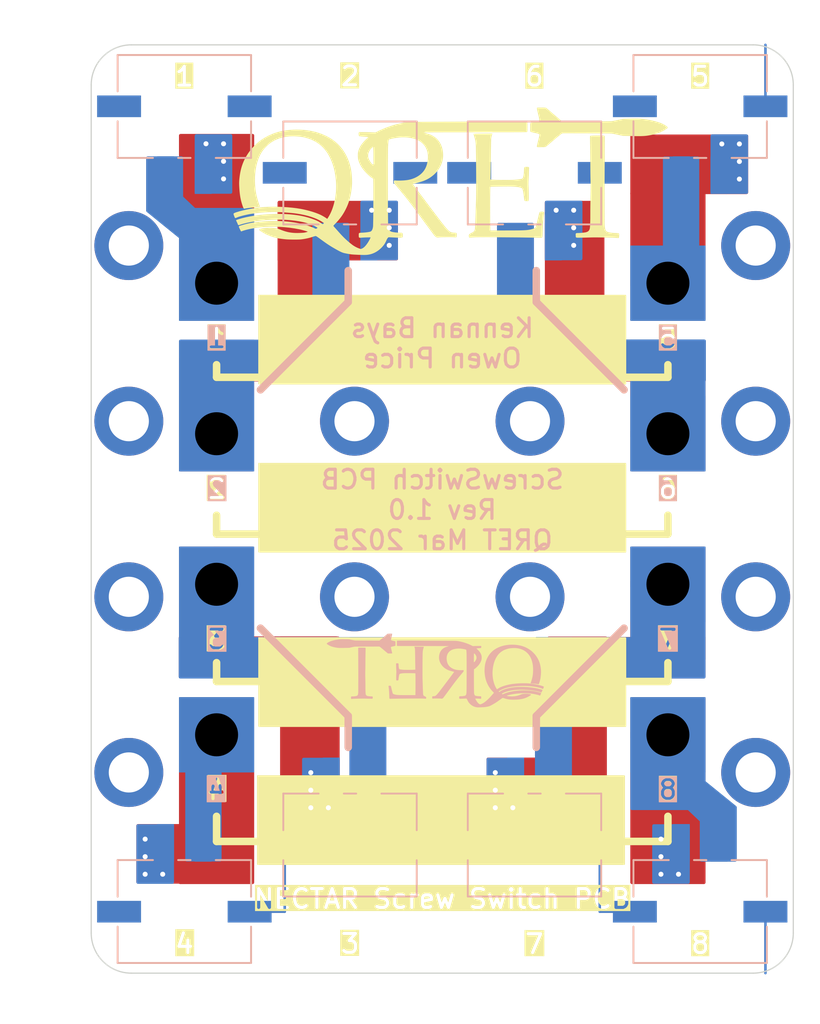
<source format=kicad_pcb>
(kicad_pcb (version 20221018) (generator pcbnew)
  (layers (0 "F.Cu" signal) (31 "B.Cu" signal) (34 "B.Paste" user) (35 "F.Paste" user) (36 "B.SilkS" user "B.Silkscreen") (37 "F.SilkS" user "F.Silkscreen") (38 "B.Mask" user) (39 "F.Mask" user) (44 "Edge.Cuts" user))
  (net 0 "")
  (net 1 "/Bot1")
  (net 2 "/Top1")
  (net 3 "/Top2")
  (net 4 "/Bot2")
  (net 5 "/Top3")
  (net 6 "/Bot3")
  (net 7 "/Top4")
  (net 8 "/Bot4")
  (net 9 "/Top5")
  (net 10 "/Bot5")
  (net 11 "/Top6")
  (net 12 "/Bot6")
  (net 13 "/Top7")
  (net 14 "/Bot7")
  (net 15 "/Top8")
  (net 16 "/Bot8")
  (footprint "MountingHole:MountingHole_3.2mm_M3_ISO14580_Pad" (layer "F.Cu") (at 135 110)
    (fp_text reference "H9" hide)
    (fp_text value "MountingHole")
    (pad "1" thru_hole circle (at 0 0) (size 5.5 5.5) (drill 3.2) (layers "*.Cu" "*.Mask"))
  )
  (footprint "ScrewSwitchLibrary:ScrewSwitchNew" (layer "F.Cu") (at 146 111)
    (fp_text reference "SW6" hide)
    (fp_text value "~")
    (pad "" np_thru_hole circle (at 0 0) (size 6 6) (drill 3.429) (layers "*.Mask"))
    (pad "1" smd custom (at 0 0) (size 0.3 0.3) (drill (offset -2.6 0)) (layers "F.Cu" "F.Paste" "F.Mask") (net 11 "/Top6") (options (clearance outline) (anchor circle)) (primitives (gr_circle (center 2.6 0) (end 5.2 0) (width 0.8) (fill none))))
    (pad "2" smd rect (at 0 0) (size 6 6) (layers "B.Cu" "B.Paste" "B.Mask") (net 12 "/Bot6"))
  )
  (footprint "ScrewSwitchLibrary:ScrewSwitchNew" (layer "F.Cu") (at 146 135)
    (fp_text reference "SW8" hide)
    (fp_text value "~")
    (pad "" np_thru_hole circle (at 0 0) (size 6 6) (drill 3.429) (layers "*.Mask"))
    (pad "1" smd custom (at 0 0) (size 0.3 0.3) (drill (offset -2.6 0)) (layers "F.Cu" "F.Paste" "F.Mask") (net 15 "/Top8") (options (clearance outline) (anchor circle)) (primitives (gr_circle (center 2.6 0) (end 5.2 0) (width 0.8) (fill none))))
    (pad "2" smd rect (at 0 0) (size 6 6) (layers "B.Cu" "B.Paste" "B.Mask") (net 16 "/Bot8"))
  )
  (footprint "MountingHole:MountingHole_3.2mm_M3_ISO14580_Pad" (layer "F.Cu") (at 103 96)
    (fp_text reference "H1" hide)
    (fp_text value "MountingHole")
    (pad "1" thru_hole circle (at 0 0) (size 5.5 5.5) (drill 3.2) (layers "*.Cu" "*.Mask"))
  )
  (footprint "ScrewSwitchLibrary:ScrewSwitchNew" (layer "F.Cu") (at 146 99)
    (fp_text reference "SW5" hide)
    (fp_text value "~")
    (pad "" np_thru_hole circle (at 0 0) (size 6 6) (drill 3.429) (layers "*.Mask"))
    (pad "1" smd custom (at 0 0) (size 0.3 0.3) (drill (offset -2.6 0)) (layers "F.Cu" "F.Paste" "F.Mask") (net 9 "/Top5") (options (clearance outline) (anchor circle)) (primitives (gr_circle (center 2.6 0) (end 5.2 0) (width 0.8) (fill none))))
    (pad "2" smd rect (at 0 0) (size 6 6) (layers "B.Cu" "B.Paste" "B.Mask") (net 10 "/Bot5"))
  )
  (footprint "MountingHole:MountingHole_3.2mm_M3_ISO14580_Pad" (layer "F.Cu") (at 121 124)
    (fp_text reference "H5" hide)
    (fp_text value "MountingHole")
    (pad "1" thru_hole circle (at 0 0) (size 5.5 5.5) (drill 3.2) (layers "*.Cu" "*.Mask"))
  )
  (footprint "ScrewSwitchLibrary:ScrewSwitchNew" (layer "F.Cu") (at 110 99)
    (fp_text reference "SW1" hide)
    (fp_text value "~")
    (pad "" np_thru_hole circle (at 0 0) (size 6 6) (drill 3.429) (layers "*.Mask"))
    (pad "1" smd custom (at 0 0) (size 0.3 0.3) (drill (offset -2.6 0)) (layers "F.Cu" "F.Paste" "F.Mask") (net 2 "/Top1") (options (clearance outline) (anchor circle)) (primitives (gr_circle (center 2.6 0) (end 5.2 0) (width 0.8) (fill none))))
    (pad "2" smd rect (at 0 0) (size 6 6) (layers "B.Cu" "B.Paste" "B.Mask") (net 1 "/Bot1"))
  )
  (footprint "MountingHole:MountingHole_3.2mm_M3_ISO14580_Pad" (layer "F.Cu") (at 103 124 180)
    (fp_text reference "H7" hide)
    (fp_text value "MountingHole")
    (pad "1" thru_hole circle (at 0 0 180) (size 5.5 5.5) (drill 3.2) (layers "*.Cu" "*.Mask"))
  )
  (footprint "MountingHole:MountingHole_3.2mm_M3_ISO14580_Pad" (layer "F.Cu") (at 153 138)
    (fp_text reference "H2" hide)
    (fp_text value "MountingHole")
    (pad "1" thru_hole circle (at 0 0) (size 5.5 5.5) (drill 3.2) (layers "*.Cu" "*.Mask"))
  )
  (footprint "ScrewSwitchLibrary:ScrewSwitchNew" (layer "F.Cu") (at 110 111)
    (fp_text reference "SW2" hide)
    (fp_text value "~")
    (pad "" np_thru_hole circle (at 0 0) (size 6 6) (drill 3.429) (layers "*.Mask"))
    (pad "1" smd custom (at 0 0) (size 0.3 0.3) (drill (offset -2.6 0)) (layers "F.Cu" "F.Paste" "F.Mask") (net 3 "/Top2") (options (clearance outline) (anchor circle)) (primitives (gr_circle (center 2.6 0) (end 5.2 0) (width 0.8) (fill none))))
    (pad "2" smd rect (at 0 0) (size 6 6) (layers "B.Cu" "B.Paste" "B.Mask") (net 4 "/Bot2"))
  )
  (footprint "MountingHole:MountingHole_3.2mm_M3_ISO14580_Pad" (layer "F.Cu") (at 153 124)
    (fp_text reference "H12" hide)
    (fp_text value "MountingHole")
    (pad "1" thru_hole circle (at 0 0) (size 5.5 5.5) (drill 3.2) (layers "*.Cu" "*.Mask"))
  )
  (footprint "MountingHole:MountingHole_3.2mm_M3_ISO14580_Pad" (layer "F.Cu") (at 135 124)
    (fp_text reference "H10" hide)
    (fp_text value "MountingHole")
    (pad "1" thru_hole circle (at 0 0) (size 5.5 5.5) (drill 3.2) (layers "*.Cu" "*.Mask"))
  )
  (footprint "ScrewSwitchLibrary:ScrewSwitchNew" (layer "F.Cu") (at 110 123)
    (fp_text reference "SW3" hide)
    (fp_text value "~")
    (pad "" np_thru_hole circle (at 0 0) (size 6 6) (drill 3.429) (layers "*.Mask"))
    (pad "1" smd custom (at 0 0) (size 0.3 0.3) (drill (offset -2.6 0)) (layers "F.Cu" "F.Paste" "F.Mask") (net 5 "/Top3") (options (clearance outline) (anchor circle)) (primitives (gr_circle (center 2.6 0) (end 5.2 0) (width 0.8) (fill none))))
    (pad "2" smd rect (at 0 0) (size 6 6) (layers "B.Cu" "B.Paste" "B.Mask") (net 6 "/Bot3"))
  )
  (footprint "MountingHole:MountingHole_3.2mm_M3_ISO14580_Pad" (layer "F.Cu") (at 121 110)
    (fp_text reference "H3" hide)
    (fp_text value "MountingHole")
    (pad "1" thru_hole circle (at 0 0) (size 5.5 5.5) (drill 3.2) (layers "*.Cu" "*.Mask"))
  )
  (footprint "MountingHole:MountingHole_3.2mm_M3_ISO14580_Pad" (layer "F.Cu") (at 153 110)
    (fp_text reference "H11" hide)
    (fp_text value "MountingHole")
    (pad "1" thru_hole circle (at 0 0) (size 5.5 5.5) (drill 3.2) (layers "*.Cu" "*.Mask"))
  )
  (footprint "MountingHole:MountingHole_3.2mm_M3_ISO14580_Pad" (layer "F.Cu") (at 103 110)
    (fp_text reference "H8" hide)
    (fp_text value "MountingHole")
    (pad "1" thru_hole circle (at 0 0) (size 5.5 5.5) (drill 3.2) (layers "*.Cu" "*.Mask"))
  )
  (footprint "ScrewSwitchLibrary:ScrewSwitchNew" (layer "F.Cu") (at 146 123)
    (fp_text reference "SW7" hide)
    (fp_text value "~")
    (pad "" np_thru_hole circle (at 0 0) (size 6 6) (drill 3.429) (layers "*.Mask"))
    (pad "1" smd custom (at 0 0) (size 0.3 0.3) (drill (offset -2.6 0)) (layers "F.Cu" "F.Paste" "F.Mask") (net 13 "/Top7") (options (clearance outline) (anchor circle)) (primitives (gr_circle (center 2.6 0) (end 5.2 0) (width 0.8) (fill none))))
    (pad "2" smd rect (at 0 0) (size 6 6) (layers "B.Cu" "B.Paste" "B.Mask") (net 14 "/Bot7"))
  )
  (footprint "MountingHole:MountingHole_3.2mm_M3_ISO14580_Pad" (layer "F.Cu") (at 153 96)
    (fp_text reference "H6" hide)
    (fp_text value "MountingHole")
    (pad "1" thru_hole circle (at 0 0) (size 5.5 5.5) (drill 3.2) (layers "*.Cu" "*.Mask"))
  )
  (footprint "MountingHole:MountingHole_3.2mm_M3_ISO14580_Pad" (layer "F.Cu") (at 103 138)
    (fp_text reference "H4" hide)
    (fp_text value "MountingHole")
    (pad "1" thru_hole circle (at 0 0) (size 5.5 5.5) (drill 3.2) (layers "*.Cu" "*.Mask"))
  )
  (footprint "ScrewSwitchLibrary:ScrewSwitchNew" (layer "F.Cu") (at 110 135)
    (fp_text reference "SW4" hide)
    (fp_text value "~")
    (pad "" np_thru_hole circle (at 0 0) (size 6 6) (drill 3.429) (layers "*.Mask"))
    (pad "1" smd custom (at 0 0) (size 0.3 0.3) (drill (offset -2.6 0)) (layers "F.Cu" "F.Paste" "F.Mask") (net 7 "/Top4") (options (clearance outline) (anchor circle)) (primitives (gr_circle (center 2.6 0) (end 5.2 0) (width 0.8) (fill none))))
    (pad "2" smd rect (at 0 0) (size 6 6) (layers "B.Cu" "B.Paste" "B.Mask") (net 8 "/Bot4"))
  )
  (footprint "footprints:CONN_2-1445057-2_TYCO" (layer "B.Cu") (at 119.142999 138.3136)
    (fp_text reference "J6" hide)
    (fp_text value "CH3")
    (pad "1" smd rect (at 0 0) (size 1.3462 2.9972) (layers "B.Cu" "B.Paste" "B.Mask") (net 5 "/Top3"))
    (pad "2" smd rect (at 2.999999 0) (size 1.3462 2.9972) (layers "B.Cu" "B.Paste" "B.Mask") (net 6 "/Bot3"))
    (pad "7" smd rect (at -3.707 5.4864) (size 3.5052 1.7272) (layers "B.Cu" "B.Paste" "B.Mask"))
    (pad "8" smd rect (at 6.707 5.4864) (size 3.5052 1.7272) (layers "B.Cu" "B.Paste" "B.Mask"))
  )
  (footprint "footprints:CONN_2-1445057-2_TYCO" (layer "B.Cu") (at 122.143 95.686403 180)
    (fp_text reference "J3" hide)
    (fp_text value "CH2" hide)
    (pad "1" smd rect (at 0 0 180) (size 1.3462 2.9972) (layers "B.Cu" "B.Paste" "B.Mask") (net 3 "/Top2"))
    (pad "2" smd rect (at 2.999999 0 180) (size 1.3462 2.9972) (layers "B.Cu" "B.Paste" "B.Mask") (net 4 "/Bot2"))
    (pad "7" smd rect (at -3.707 5.4864 180) (size 3.5052 1.7272) (layers "B.Cu" "B.Paste" "B.Mask"))
    (pad "8" smd rect (at 6.707 5.4864 180) (size 3.5052 1.7272) (layers "B.Cu" "B.Paste" "B.Mask"))
  )
  (footprint "footprints:CONN_2-1445057-2_TYCO" (layer "B.Cu") (at 147.070998 143.613598)
    (fp_text reference "J8" hide)
    (fp_text value "CH8")
    (pad "1" smd rect (at 0 0) (size 1.3462 2.9972) (layers "B.Cu" "B.Paste" "B.Mask") (net 15 "/Top8"))
    (pad "2" smd rect (at 2.999999 0) (size 1.3462 2.9972) (layers "B.Cu" "B.Paste" "B.Mask") (net 16 "/Bot8"))
    (pad "7" smd rect (at -3.707 5.4864) (size 3.5052 1.7272) (layers "B.Cu" "B.Paste" "B.Mask"))
    (pad "8" smd rect (at 6.707 5.4864) (size 3.5052 1.7272) (layers "B.Cu" "B.Paste" "B.Mask"))
  )
  (footprint "footprints:CONN_2-1445057-2_TYCO" (layer "B.Cu") (at 108.929 90.386403 180)
    (fp_text reference "J4" hide)
    (fp_text value "CH1")
    (pad "1" smd rect (at 0 0 180) (size 1.3462 2.9972) (layers "B.Cu" "B.Paste" "B.Mask") (net 2 "/Top1"))
    (pad "2" smd rect (at 2.999999 0 180) (size 1.3462 2.9972) (layers "B.Cu" "B.Paste" "B.Mask") (net 1 "/Bot1"))
    (pad "7" smd rect (at -3.707 5.4864 180) (size 3.5052 1.7272) (layers "B.Cu" "B.Paste" "B.Mask"))
    (pad "8" smd rect (at 6.707 5.4864 180) (size 3.5052 1.7272) (layers "B.Cu" "B.Paste" "B.Mask"))
  )
  (footprint "footprints:CONN_2-1445057-2_TYCO" (layer "B.Cu") (at 105.928998 143.6136)
    (fp_text reference "J5" hide)
    (fp_text value "CH4")
    (pad "1" smd rect (at 0 0) (size 1.3462 2.9972) (layers "B.Cu" "B.Paste" "B.Mask") (net 7 "/Top4"))
    (pad "2" smd rect (at 2.999999 0) (size 1.3462 2.9972) (layers "B.Cu" "B.Paste" "B.Mask") (net 8 "/Bot4"))
    (pad "7" smd rect (at -3.707 5.4864) (size 3.5052 1.7272) (layers "B.Cu" "B.Paste" "B.Mask"))
    (pad "8" smd rect (at 6.707 5.4864) (size 3.5052 1.7272) (layers "B.Cu" "B.Paste" "B.Mask"))
  )
  (footprint "footprints:CONN_2-1445057-2_TYCO" (layer "B.Cu") (at 133.857 138.313599)
    (fp_text reference "J7" hide)
    (fp_text value "CH7")
    (pad "1" smd rect (at 0 0) (size 1.3462 2.9972) (layers "B.Cu" "B.Paste" "B.Mask") (net 13 "/Top7"))
    (pad "2" smd rect (at 2.999999 0) (size 1.3462 2.9972) (layers "B.Cu" "B.Paste" "B.Mask") (net 14 "/Bot7"))
    (pad "7" smd rect (at -3.707 5.4864) (size 3.5052 1.7272) (layers "B.Cu" "B.Paste" "B.Mask"))
    (pad "8" smd rect (at 6.707 5.4864) (size 3.5052 1.7272) (layers "B.Cu" "B.Paste" "B.Mask"))
  )
  (footprint "footprints:CONN_2-1445057-2_TYCO" (layer "B.Cu") (at 150.071 90.386403 180)
    (fp_text reference "J1" hide)
    (fp_text value "CH5")
    (pad "1" smd rect (at 0 0 180) (size 1.3462 2.9972) (layers "B.Cu" "B.Paste" "B.Mask") (net 9 "/Top5"))
    (pad "2" smd rect (at 2.999999 0 180) (size 1.3462 2.9972) (layers "B.Cu" "B.Paste" "B.Mask") (net 10 "/Bot5"))
    (pad "7" smd rect (at -3.707 5.4864 180) (size 3.5052 1.7272) (layers "B.Cu" "B.Paste" "B.Mask"))
    (pad "8" smd rect (at 6.707 5.4864 180) (size 3.5052 1.7272) (layers "B.Cu" "B.Paste" "B.Mask"))
  )
  (footprint "footprints:CONN_2-1445057-2_TYCO" (layer "B.Cu") (at 136.857 95.686403 180)
    (fp_text reference "J2" hide)
    (fp_text value "CH6" hide)
    (pad "1" smd rect (at 0 0 180) (size 1.3462 2.9972) (layers "B.Cu" "B.Paste" "B.Mask") (net 11 "/Top6"))
    (pad "2" smd rect (at 2.999999 0 180) (size 1.3462 2.9972) (layers "B.Cu" "B.Paste" "B.Mask") (net 12 "/Bot6"))
    (pad "7" smd rect (at -3.707 5.4864 180) (size 3.5052 1.7272) (layers "B.Cu" "B.Paste" "B.Mask"))
    (pad "8" smd rect (at 6.707 5.4864 180) (size 3.5052 1.7272) (layers "B.Cu" "B.Paste" "B.Mask"))
  )
  (gr_line (start 153.777998 149.099998) (end 153.777998 154) (stroke (width 0.2)) (layer "B.Cu"))
  (gr_line (start 112.635998 149.1) (end 115.435998 149.1) (stroke (width 0.2)) (layer "B.Cu"))
  (gr_line (start 153.778 84.900003) (end 153.778 80) (stroke (width 0.2)) (layer "B.Cu"))
  (gr_line (start 140.564 149.099998) (end 143.363998 149.099998) (stroke (width 0.2)) (layer "B.Cu"))
  (gr_line (start 115.435999 143.8) (end 115.435998 149.1) (stroke (width 0.2)) (layer "B.Cu"))
  (gr_line (start 140.564 143.799999) (end 140.564 149.099998) (stroke (width 0.2)) (layer "B.Cu"))
  (gr_line (start 128.000001 143.8) (end 128 141.4) (stroke (width 0.2)) (layer "B.Cu"))
  (gr_line (start 125.849999 143.8) (end 130.15 143.799999) (stroke (width 0.2)) (layer "B.Cu"))
  (gr_poly (pts (xy 123.791611 126.937146) (xy 123.759396 126.937426) (xy 123.729712 126.937869) (xy 123.703294 126.938462) (xy 123.680876 126.939186) (xy 123.663198 126.940028) (xy 123.650991 126.940967) (xy 123.647172 126.941469) (xy 123.644997 126.941991) (xy 123.636609 126.948025) (xy 123.617049 126.963827) (xy 123.54948 127.020394) (xy 123.452412 127.103022) (xy 123.335964 127.203045) (xy 123.218267 127.304238) (xy 123.117769 127.389223) (xy 123.077276 127.422889) (xy 123.045054 127.449206) (xy 123.022421 127.467074) (xy 123.015114 127.472494) (xy 123.010702 127.475388) (xy 122.982479 127.490912) (xy 122.033507 127.488794) (xy 121.646158 127.487671) (xy 121.333419 127.485621) (xy 121.118313 127.48304) (xy 121.054565 127.481675) (xy 121.023857 127.480328) (xy 120.983905 127.473989) (xy 120.920669 127.462425) (xy 120.842883 127.447289) (xy 120.759273 127.430233) (xy 120.555369 127.387197) (xy 120.266091 127.380138) (xy 120.110505 127.37714) (xy 120.052832 127.376618) (xy 120.004595 127.376786) (xy 119.962805 127.377687) (xy 119.92448 127.379347) (xy 119.886634 127.381798) (xy 119.846286 127.385078) (xy 119.734046 127.397133) (xy 119.620023 127.413377) (xy 119.50646 127.433311) (xy 119.395611 127.456428) (xy 119.289723 127.482224) (xy 119.191045 127.510192) (xy 119.145113 127.524837) (xy 119.101826 127.539834) (xy 119.061466 127.555121) (xy 119.024312 127.570639) (xy 119.002125 127.580609) (xy 118.980126 127.591122) (xy 118.958485 127.602061) (xy 118.937377 127.613315) (xy 118.91697 127.62476) (xy 118.897437 127.636285) (xy 118.878949 127.647769) (xy 118.861682 127.659098) (xy 118.845802 127.670155) (xy 118.831485 127.68082) (xy 118.818899 127.690981) (xy 118.808214 127.700517) (xy 118.803641 127.705015) (xy 118.799607 127.709313) (xy 118.796136 127.713396) (xy 118.793246 127.717252) (xy 118.790963 127.720867) (xy 118.789305 127.724219) (xy 118.788294 127.727299) (xy 118.787952 127.730094) (xy 118.78809 127.734323) (xy 118.788552 127.738329) (xy 118.789417 127.742182) (xy 118.790763 127.74596) (xy 118.792668 127.749732) (xy 118.795208 127.753572) (xy 118.798461 127.757556) (xy 118.802506 127.761757) (xy 118.807416 127.766248) (xy 118.813275 127.771099) (xy 118.820154 127.776388) (xy 118.828135 127.782184) (xy 118.847712 127.795602) (xy 118.872617 127.811938) (xy 118.904516 127.832204) (xy 118.936767 127.851475) (xy 118.969463 127.869792) (xy 119.002696 127.887191) (xy 119.03655 127.903704) (xy 119.071119 127.919368) (xy 119.106493 127.934218) (xy 119.142757 127.948287) (xy 119.180007 127.961614) (xy 119.218334 127.97423) (xy 119.257822 127.986176) (xy 119.298564 127.997479) (xy 119.340651 128.00818) (xy 119.384169 128.018311) (xy 119.475868 128.037012) (xy 119.552656 128.050683) (xy 119.623187 128.0612) (xy 119.692972 128.068837) (xy 119.767528 128.073877) (xy 119.85237 128.076603) (xy 119.953012 128.077293) (xy 120.07497 128.076234) (xy 120.223757 128.073702) (xy 120.576536 128.067351) (xy 120.769152 128.024312) (xy 120.84812 128.007269) (xy 120.920934 127.99221) (xy 120.979593 127.980853) (xy 121.001115 127.977103) (xy 121.016097 127.974923) (xy 121.107433 127.971903) (xy 121.319221 127.969278) (xy 122.022923 127.96575) (xy 122.975424 127.963635) (xy 123.014228 127.981978) (xy 123.027603 127.989996) (xy 123.048206 128.004578) (xy 123.076118 128.025809) (xy 123.111418 128.053769) (xy 123.204533 128.130211) (xy 123.328202 128.234568) (xy 123.437374 128.327481) (xy 123.531666 128.406901) (xy 123.600954 128.464358) (xy 123.623059 128.482207) (xy 123.635118 128.49139) (xy 123.666869 128.513967) (xy 123.815036 128.517496) (xy 123.842444 128.518079) (xy 123.867093 128.518496) (xy 123.889127 128.518726) (xy 123.908698 128.518752) (xy 123.925954 128.518554) (xy 123.93376 128.518366) (xy 123.941043 128.518116) (xy 123.947823 128.5178) (xy 123.954115 128.517416) (xy 123.959941 128.516963) (xy 123.965318 128.516437) (xy 123.970265 128.515837) (xy 123.974803 128.51516) (xy 123.978947 128.514405) (xy 123.982715 128.513567) (xy 123.98613 128.512646) (xy 123.989205 128.511641) (xy 123.991964 128.510547) (xy 123.994423 128.509359) (xy 123.9966 128.50808) (xy 123.998516 128.506707) (xy 124.000187 128.505236) (xy 124.001632 128.503663) (xy 124.002871 128.501988) (xy 124.003922 128.50021) (xy 124.004805 128.498323) (xy 124.005535 128.496329) (xy 124.005142 128.489116) (xy 124.002525 128.473433) (xy 123.991512 128.420569) (xy 123.974282 128.345617) (xy 123.952618 128.25644) (xy 123.941345 128.210536) (xy 123.930956 128.167153) (xy 123.921675 128.127294) (xy 123.913725 128.091956) (xy 123.907329 128.062142) (xy 123.902711 128.038853) (xy 123.900095 128.023086) (xy 123.899607 128.018337) (xy 123.899703 128.015844) (xy 123.901597 128.011565) (xy 123.904429 128.007431) (xy 123.908299 128.003414) (xy 123.913305 127.999474) (xy 123.919544 127.995581) (xy 123.927112 127.991697) (xy 123.936106 127.987792) (xy 123.946622 127.98383) (xy 123.958759 127.979777) (xy 123.972613 127.975597) (xy 124.005867 127.966731) (xy 124.047154 127.956953) (xy 124.097257 127.945994) (xy 124.125924 127.939638) (xy 124.153284 127.933361) (xy 124.178691 127.927319) (xy 124.201504 127.921652) (xy 124.221073 127.916518) (xy 124.236757 127.912062) (xy 124.242943 127.910133) (xy 124.247913 127.908433) (xy 124.251589 127.906973) (xy 124.253891 127.905778) (xy 124.259247 127.902363) (xy 124.261413 127.900293) (xy 124.263273 127.897643) (xy 124.264845 127.894156) (xy 124.266157 127.889581) (xy 124.267231 127.883661) (xy 124.26809 127.876146) (xy 124.269262 127.855301) (xy 124.269865 127.825015) (xy 124.270118 127.727977) (xy 124.270012 127.680751) (xy 124.269868 127.660626) (xy 124.269656 127.642662) (xy 124.26937 127.626733) (xy 124.269002 127.612723) (xy 124.268549 127.600504) (xy 124.268 127.589955) (xy 124.267357 127.580951) (xy 124.266604 127.57337) (xy 124.26574 127.567088) (xy 124.265266 127.564398) (xy 124.26476 127.561986) (xy 124.264225 127.559836) (xy 124.263656 127.557937) (xy 124.263055 127.556269) (xy 124.262421 127.554818) (xy 124.261752 127.553571) (xy 124.261051 127.552508) (xy 124.260309 127.551617) (xy 124.259536 127.550884) (xy 124.254483 127.548664) (xy 124.243989 127.545293) (xy 124.228703 127.540948) (xy 124.209264 127.5358) (xy 124.160515 127.523798) (xy 124.102901 127.510666) (xy 124.076051 127.504843) (xy 124.052002 127.499493) (xy 124.030579 127.49455) (xy 124.01161 127.489941) (xy 123.994917 127.485596) (xy 123.987371 127.483502) (xy 123.980328 127.481447) (xy 123.97377 127.479424) (xy 123.967669 127.477422) (xy 123.962009 127.475432) (xy 123.956762 127.473448) (xy 123.951913 127.471462) (xy 123.947437 127.46946) (xy 123.943312 127.467438) (xy 123.939515 127.465385) (xy 123.936026 127.463292) (xy 123.932823 127.461151) (xy 123.929881 127.458956) (xy 123.927185 127.45669) (xy 123.924708 127.454353) (xy 123.922429 127.451935) (xy 123.920327 127.449421) (xy 123.918379 127.446808) (xy 123.916562 127.444087) (xy 123.914859 127.441245) (xy 123.913243 127.438276) (xy 123.911696 127.435173) (xy 123.909178 127.427951) (xy 123.908484 127.423502) (xy 123.908224 127.418151) (xy 123.909203 127.403721) (xy 123.91249 127.382609) (xy 123.918455 127.352766) (xy 123.927473 127.312142) (xy 123.956147 127.190345) (xy 123.97053 127.129483) (xy 123.982065 127.07955) (xy 123.990935 127.039508) (xy 123.994431 127.022869) (xy 123.997333 127.008311) (xy 123.999664 126.995706) (xy 124.00145 126.98492) (xy 124.00271 126.975828) (xy 124.003473 126.968293) (xy 124.003761 126.962191) (xy 124.003596 126.957388) (xy 124.003351 126.955434) (xy 124.003004 126.953754) (xy 124.002554 126.952335) (xy 124.002008 126.951161) (xy 124.000639 126.948795) (xy 123.99903 126.946704) (xy 123.996954 126.944882) (xy 123.994192 126.943302) (xy 123.990515 126.941949) (xy 123.985699 126.940806) (xy 123.979521 126.939854) (xy 123.971758 126.939079) (xy 123.950573 126.937981) (xy 123.920351 126.937371) (xy 123.825621 126.937049)) (fill solid) (layer "B.SilkS"))
  (gr_line (start 113.5 126.5) (end 120.5 133.5) (stroke (width 0.6)) (layer "B.SilkS"))
  (gr_poly (pts (xy 121.410378 128.052263) (xy 121.398852 128.052323) (xy 121.38831 128.052421) (xy 121.378696 128.05256) (xy 121.369962 128.052741) (xy 121.362059 128.052965) (xy 121.354939 128.05324) (xy 121.348551 128.053561) (xy 121.342842 128.053936) (xy 121.337769 128.054365) (xy 121.333276 128.054851) (xy 121.329317 128.055396) (xy 121.325843 128.056003) (xy 121.322802 128.056672) (xy 121.321429 128.057029) (xy 121.320147 128.057406) (xy 121.318946 128.057799) (xy 121.317824 128.058211) (xy 121.316775 128.058639) (xy 121.315788 128.059084) (xy 121.314863 128.059547) (xy 121.31399 128.060031) (xy 121.312373 128.061053) (xy 121.310896 128.062153) (xy 121.309507 128.063331) (xy 121.308153 128.064594) (xy 121.306784 128.065939) (xy 121.301903 128.071532) (xy 121.299943 128.075037) (xy 121.298285 128.079608) (xy 121.296912 128.085705) (xy 121.295808 128.093771) (xy 121.294349 128.11762) (xy 121.293782 128.154767) (xy 121.293986 128.208813) (xy 121.296203 128.382029) (xy 121.304139 130.191161) (xy 121.300435 131.590189) (xy 121.29807 131.626281) (xy 121.295434 131.659265) (xy 121.292473 131.689298) (xy 121.289135 131.71655) (xy 121.287306 131.729183) (xy 121.28536 131.741179) (xy 121.283296 131.752563) (xy 121.2811 131.763352) (xy 121.278768 131.773565) (xy 121.276293 131.783229) (xy 121.273669 131.792356) (xy 121.270891 131.800975) (xy 121.267945 131.8091) (xy 121.264833 131.816752) (xy 121.261541 131.823953) (xy 121.258068 131.830725) (xy 121.254401 131.837086) (xy 121.25054 131.843059) (xy 121.246472 131.848658) (xy 121.242194 131.853915) (xy 121.237697 131.858838) (xy 121.232975 131.863454) (xy 121.228024 131.867783) (xy 121.22283 131.871841) (xy 121.217394 131.875655) (xy 121.211706 131.879242) (xy 121.205756 131.882622) (xy 121.199542 131.885817) (xy 121.186173 131.89176) (xy 121.171001 131.897412) (xy 121.154133 131.902757) (xy 121.135665 131.907787) (xy 121.115702 131.912493) (xy 121.094343 131.916859) (xy 121.047847 131.924533) (xy 120.996982 131.930722) (xy 120.942564 131.935329) (xy 120.885401 131.938264) (xy 120.826302 131.939439) (xy 120.815854 131.939467) (xy 120.806424 131.939556) (xy 120.797932 131.939722) (xy 120.790307 131.93998) (xy 120.783471 131.94034) (xy 120.777349 131.940817) (xy 120.771865 131.941424) (xy 120.766945 131.942174) (xy 120.764675 131.942607) (xy 120.762515 131.943079) (xy 120.760458 131.943599) (xy 120.758495 131.94416) (xy 120.756616 131.944765) (xy 120.754811 131.945422) (xy 120.753073 131.946125) (xy 120.751391 131.946881) (xy 120.749757 131.94769) (xy 120.748156 131.948551) (xy 120.746584 131.949469) (xy 120.745032 131.950447) (xy 120.741943 131.952579) (xy 120.738813 131.954961) (xy 120.73253 131.960025) (xy 120.729999 131.962376) (xy 120.727843 131.964774) (xy 120.726039 131.967346) (xy 120.724561 131.970216) (xy 120.72339 131.973513) (xy 120.722498 131.977365) (xy 120.721861 131.981891) (xy 120.721456 131.987222) (xy 120.721262 131.993483) (xy 120.721252 132.0008) (xy 120.72169 132.01911) (xy 120.722585 132.043158) (xy 120.722985 132.054461) (xy 120.723402 132.064626) (xy 120.723854 132.073727) (xy 120.724361 132.081842) (xy 120.724935 132.089049) (xy 120.725599 132.095431) (xy 120.725968 132.098337) (xy 120.726369 132.101069) (xy 120.726796 132.103632) (xy 120.72726 132.106038) (xy 120.727757 132.108299) (xy 120.728293 132.110423) (xy 120.728866 132.112418) (xy 120.729482 132.114297) (xy 120.730142 132.11607) (xy 120.73085 132.117746) (xy 120.731604 132.119333) (xy 120.732409 132.120845) (xy 120.733266 132.122289) (xy 120.73418 132.123676) (xy 120.735149 132.125016) (xy 120.736178 132.126316) (xy 120.737267 132.127591) (xy 120.738423 132.128849) (xy 120.74093 132.13135) (xy 120.743579 132.133964) (xy 120.746017 132.136256) (xy 120.748312 132.138228) (xy 120.750532 132.139894) (xy 120.752749 132.141258) (xy 120.755032 132.142327) (xy 120.757448 132.143107) (xy 120.760067 132.143608) (xy 120.762963 132.143839) (xy 120.766197 132.143799) (xy 120.769841 132.143506) (xy 120.773969 132.142958) (xy 120.778646 132.14217) (xy 120.783943 132.141142) (xy 120.796667 132.138405) (xy 120.852167 132.132836) (xy 120.957161 132.127437) (xy 121.260924 132.118386) (xy 121.598556 132.1137) (xy 121.74588 132.11376) (xy 121.860645 132.115829) (xy 122.062259 132.12112) (xy 122.164256 132.12317) (xy 122.250113 132.124296) (xy 122.320575 132.12528) (xy 122.348668 132.125482) (xy 122.372483 132.125288) (xy 122.392378 132.124538) (xy 122.400968 132.123907) (xy 122.408713 132.12308) (xy 122.415659 132.122035) (xy 122.421848 132.120758) (xy 122.427331 132.119223) (xy 122.432145 132.117415) (xy 122.436342 132.115315) (xy 122.439962 132.112899) (xy 122.443051 132.110154) (xy 122.445655 132.107055) (xy 122.447821 132.103586) (xy 122.44959 132.099728) (xy 122.451008 132.095457) (xy 122.452123 132.09076) (xy 122.452973 132.085613) (xy 122.453613 132.079996) (xy 122.45442 132.067285) (xy 122.45543 132.035395) (xy 122.455907 132.024747) (xy 122.456274 132.01524) (xy 122.45652 132.006785) (xy 122.456632 131.9993) (xy 122.456599 131.9927) (xy 122.456523 131.989706) (xy 122.45641 131.986899) (xy 122.456251 131.984276) (xy 122.456054 131.981818) (xy 122.455808 131.979515) (xy 122.455517 131.977362) (xy 122.45518 131.975344) (xy 122.454792 131.973455) (xy 122.454356 131.971679) (xy 122.453866 131.970008) (xy 122.453322 131.968429) (xy 122.452726 131.966936) (xy 122.452073 131.965514) (xy 122.451361 131.964155) (xy 122.450592 131.962849) (xy 122.449763 131.961582) (xy 122.448871 131.960346) (xy 122.447916 131.959133) (xy 122.446895 131.957925) (xy 122.445809 131.956716) (xy 122.443435 131.954256) (xy 122.441186 131.952112) (xy 122.438907 131.950175) (xy 122.436548 131.948435) (xy 122.434066 131.946881) (xy 122.431407 131.945504) (xy 122.428529 131.944296) (xy 122.42538 131.943249) (xy 122.421915 131.942352) (xy 122.418088 131.941592) (xy 122.413847 131.940965) (xy 122.409152 131.940459) (xy 122.403946 131.940066) (xy 122.398187 131.93978) (xy 122.391828 131.939583) (xy 122.377114 131.93944) (xy 122.345305 131.938869) (xy 122.308256 131.937265) (xy 122.267801 131.934788) (xy 122.225772 131.931591) (xy 122.184009 131.927828) (xy 122.144347 131.923663) (xy 122.108618 131.91925) (xy 122.078664 131.914745) (xy 122.059342 131.910928) (xy 122.041295 131.906592) (xy 122.02448 131.901699) (xy 122.008847 131.896213) (xy 122.001461 131.893236) (xy 121.994349 131.890093) (xy 121.987516 131.886787) (xy 121.980945 131.883304) (xy 121.974637 131.879648) (xy 121.968584 131.875807) (xy 121.96278 131.871778) (xy 121.957219 131.867562) (xy 121.951896 131.863146) (xy 121.946806 131.858531) (xy 121.941943 131.853707) (xy 121.937298 131.848675) (xy 121.932866 131.843425) (xy 121.928645 131.837958) (xy 121.924628 131.832265) (xy 121.920806 131.826342) (xy 121.917174 131.820183) (xy 121.91373 131.813784) (xy 121.910466 131.807145) (xy 121.907375 131.800252) (xy 121.901689 131.785707) (xy 121.89663 131.770107) (xy 121.891055 131.740482) (xy 121.886034 131.692793) (xy 121.88166 131.629277) (xy 121.878021 131.552177) (xy 121.875208 131.463732) (xy 121.873314 131.366185) (xy 121.872641 131.152744) (xy 121.872818 131.031268) (xy 121.871406 130.873079) (xy 121.868672 130.69862) (xy 121.86488 130.528328) (xy 121.860085 130.321866) (xy 121.858266 130.16091) (xy 121.859224 130.01874) (xy 121.862763 129.868634) (xy 121.866169 129.737554) (xy 121.868848 129.578828) (xy 121.8706 129.412426) (xy 121.871228 129.258327) (xy 121.873611 128.893556) (xy 121.879696 128.497032) (xy 121.882464 128.35989) (xy 121.883529 128.304228) (xy 121.884371 128.256352) (xy 121.884707 128.235142) (xy 121.884981 128.215651) (xy 121.885197 128.197802) (xy 121.885352 128.181517) (xy 121.885445 128.166721) (xy 121.885475 128.153338) (xy 121.885439 128.141288) (xy 121.88534 128.130496) (xy 121.885175 128.12089) (xy 121.884943 128.112389) (xy 121.884642 128.104916) (xy 121.884272 128.098395) (xy 121.884061 128.095468) (xy 121.883831 128.09275) (xy 121.883584 128.090233) (xy 121.883319 128.087909) (xy 121.883038 128.085762) (xy 121.882736 128.083787) (xy 121.882414 128.081975) (xy 121.882078 128.080316) (xy 121.881721 128.078797) (xy 121.881345 128.077413) (xy 121.880951 128.076151) (xy 121.880539 128.075005) (xy 121.880107 128.073961) (xy 121.879654 128.073012) (xy 121.879186 128.07215) (xy 121.878695 128.071363) (xy 121.878184 128.070641) (xy 121.877655 128.069977) (xy 121.877103 128.069359) (xy 121.876533 128.068781) (xy 121.875334 128.067696) (xy 121.874052 128.066645) (xy 121.871354 128.064888) (xy 121.867856 128.06332) (xy 121.857417 128.06068) (xy 121.840679 128.05862) (xy 121.815579 128.057031) (xy 121.780062 128.055807) (xy 121.732069 128.054838) (xy 121.590418 128.05324) (xy 121.502873 128.05257) (xy 121.467261 128.052355) (xy 121.436563 128.052247)) (fill solid) (layer "B.SilkS"))
  (gr_poly (pts (xy 125.779302 127.9721) (xy 125.779067 127.972315) (xy 125.778889 127.97269) (xy 125.778696 127.973907) (xy 125.778718 127.975717) (xy 125.77895 127.978087) (xy 125.779998 127.984366) (xy 125.781772 127.992474) (xy 125.784209 128.002136) (xy 125.78724 128.013078) (xy 125.790799 128.02503) (xy 125.794823 128.037716) (xy 125.799103 128.051566) (xy 125.803401 128.066347) (xy 125.8076 128.081609) (xy 125.81158 128.096895) (xy 125.815233 128.111751) (xy 125.818439 128.125724) (xy 125.821082 128.138357) (xy 125.823046 128.149196) (xy 125.826431 128.204747) (xy 125.830014 128.321086) (xy 125.836453 128.669189) (xy 125.847035 129.409935) (xy 125.853387 129.783967) (xy 125.85409 129.805133) (xy 125.727092 129.813599) (xy 125.650172 129.817102) (xy 125.546844 129.819674) (xy 125.298465 129.821979) (xy 125.056967 129.820446) (xy 124.962239 129.818221) (xy 124.897358 129.815011) (xy 124.842065 129.810381) (xy 124.789187 129.80509) (xy 124.739947 129.799335) (xy 124.695569 129.793316) (xy 124.657276 129.787231) (xy 124.640794 129.784224) (xy 124.626292 129.781276) (xy 124.613922 129.778412) (xy 124.603842 129.775657) (xy 124.596197 129.773029) (xy 124.591145 129.770562) (xy 124.589379 129.769275) (xy 124.58753 129.767805) (xy 124.585614 129.766167) (xy 124.583651 129.764376) (xy 124.581653 129.762451) (xy 124.579637 129.760405) (xy 124.577622 129.758253) (xy 124.575624 129.756011) (xy 124.573658 129.753695) (xy 124.571744 129.751318) (xy 124.569894 129.7489) (xy 124.568127 129.74645) (xy 124.56646 129.743991) (xy 124.564908 129.741536) (xy 124.563489 129.739098) (xy 124.562219 129.736695) (xy 124.558294 129.728285) (xy 124.554469 129.718455) (xy 124.550753 129.707295) (xy 124.547171 129.69489) (xy 124.540453 129.666697) (xy 124.534438 129.634565) (xy 124.529249 129.599195) (xy 124.525012 129.561276) (xy 124.521848 129.521505) (xy 124.519885 129.480577) (xy 124.517647 129.420585) (xy 124.516389 129.396379) (xy 124.514814 129.37567) (xy 124.513858 129.366543) (xy 124.512762 129.358187) (xy 124.511503 129.350572) (xy 124.510063 129.343657) (xy 124.50842 129.337413) (xy 124.506554 129.331805) (xy 124.504445 129.326797) (xy 124.502069 129.322357) (xy 124.499413 129.318453) (xy 124.496445 129.315045) (xy 124.493153 129.312102) (xy 124.489513 129.309591) (xy 124.485507 129.307477) (xy 124.481109 129.305726) (xy 124.476303 129.304302) (xy 124.471069 129.303176) (xy 124.465384 129.302308) (xy 124.459227 129.301666) (xy 124.445417 129.300927) (xy 124.429473 129.300683) (xy 124.41123 129.300662) (xy 124.400186 129.300681) (xy 124.390285 129.300747) (xy 124.381444 129.30088) (xy 124.373582 129.301089) (xy 124.366617 129.301397) (xy 124.360467 129.301814) (xy 124.357673 129.30207) (xy 124.355052 129.302358) (xy 124.352593 129.302683) (xy 124.350288 129.303044) (xy 124.348124 129.303443) (xy 124.346095 129.303885) (xy 124.344185 129.30437) (xy 124.34239 129.304899) (xy 124.340697 129.305476) (xy 124.339093 129.3061) (xy 124.337571 129.306779) (xy 124.33612 129.307508) (xy 124.334731 129.308292) (xy 124.333394 129.309134) (xy 124.332096 129.310033) (xy 124.330828 129.310992) (xy 124.329581 129.312013) (xy 124.328343 129.313103) (xy 124.325858 129.315479) (xy 124.321181 129.320484) (xy 124.319293 129.322976) (xy 124.317689 129.325632) (xy 124.316362 129.328592) (xy 124.315304 129.331985) (xy 124.314502 129.335949) (xy 124.313953 129.340613) (xy 124.31364 129.346113) (xy 124.313558 129.352581) (xy 124.314051 129.368957) (xy 124.315352 129.390806) (xy 124.317391 129.419195) (xy 124.319342 129.458231) (xy 124.320831 129.49813) (xy 124.321657 129.53419) (xy 124.321761 129.549314) (xy 124.321623 129.561718) (xy 124.322087 129.597039) (xy 124.32427 129.65432) (xy 124.327776 129.725628) (xy 124.332208 129.803017) (xy 124.335252 129.856605) (xy 124.33751 129.902049) (xy 124.338991 129.940994) (xy 124.339705 129.975085) (xy 124.339656 130.005968) (xy 124.338856 130.035288) (xy 124.33731 130.06469) (xy 124.335028 130.095822) (xy 124.333248 130.121227) (xy 124.331624 130.153679) (xy 124.328945 130.23429) (xy 124.327191 130.326804) (xy 124.326562 130.420378) (xy 124.326512 130.5082) (xy 124.326689 130.543215) (xy 124.327214 130.572878) (xy 124.327656 130.585835) (xy 124.328247 130.597615) (xy 124.329005 130.608272) (xy 124.329948 130.617859) (xy 124.331101 130.626432) (xy 124.332479 130.634045) (xy 124.334105 130.640748) (xy 124.335998 130.646597) (xy 124.338181 130.651648) (xy 124.340667 130.655949) (xy 124.343484 130.659562) (xy 124.346647 130.662536) (xy 124.350179 130.664924) (xy 124.354095 130.66678) (xy 124.358422 130.668161) (xy 124.363175 130.669119) (xy 124.368373 130.669708) (xy 124.374043 130.669983) (xy 124.380199 130.669996) (xy 124.386862 130.6698) (xy 124.418992 130.668029) (xy 124.426946 130.667607) (xy 124.434413 130.667134) (xy 124.441407 130.66661) (xy 124.44793 130.666035) (xy 124.453995 130.665402) (xy 124.459609 130.664716) (xy 124.464782 130.663976) (xy 124.469525 130.663177) (xy 124.473846 130.662322) (xy 124.477756 130.661406) (xy 124.481264 130.660432) (xy 124.484376 130.659395) (xy 124.487102 130.658298) (xy 124.489457 130.657139) (xy 124.490496 130.656533) (xy 124.491445 130.655914) (xy 124.492301 130.655276) (xy 124.493074 130.654622) (xy 124.495011 130.652193) (xy 124.496869 130.649063) (xy 124.49866 130.645139) (xy 124.500406 130.640314) (xy 124.503827 130.627559) (xy 124.507274 130.609997) (xy 124.510886 130.58681) (xy 124.514805 130.557191) (xy 124.524119 130.47541) (xy 124.529785 130.427634) (xy 124.536511 130.3796) (xy 124.543964 130.33297) (xy 124.551812 130.289409) (xy 124.559727 130.250577) (xy 124.567378 130.218138) (xy 124.571001 130.204834) (xy 124.574434 130.19375) (xy 124.577634 130.185097) (xy 124.580563 130.179079) (xy 124.584748 130.172914) (xy 124.589394 130.167113) (xy 124.594552 130.161646) (xy 124.600275 130.156501) (xy 124.606608 130.151652) (xy 124.613604 130.14708) (xy 124.621308 130.142765) (xy 124.629776 130.138685) (xy 124.639053 130.13482) (xy 124.649191 130.13115) (xy 124.660236 130.127653) (xy 124.67224 130.12431) (xy 124.685255 130.121099) (xy 124.699328 130.117997) (xy 124.714509 130.11499) (xy 124.730848 130.11205) (xy 124.786358 130.103464) (xy 124.843934 130.09667) (xy 124.906834 130.09155) (xy 124.97832 130.087973) (xy 125.061644 130.085819) (xy 125.160065 130.084964) (xy 125.415235 130.086651) (xy 125.563689 130.088568) (xy 125.69005 130.090883) (xy 125.780956 130.093199) (xy 125.808937 130.094231) (xy 125.823046 130.095117) (xy 125.856208 130.099351) (xy 125.861854 130.209417) (xy 125.865887 130.493138) (xy 125.866614 130.992231) (xy 125.864431 131.486562) (xy 125.859736 131.755995) (xy 125.85409 131.837134) (xy 125.229674 131.836429) (xy 124.971188 131.836078) (xy 124.767006 131.834687) (xy 124.682449 131.833439) (xy 124.60807 131.83174) (xy 124.542735 131.829525) (xy 124.485312 131.826727) (xy 124.434671 131.823286) (xy 124.389678 131.819133) (xy 124.349197 131.81421) (xy 124.312098 131.808448) (xy 124.27725 131.801787) (xy 124.243517 131.794159) (xy 124.209767 131.785502) (xy 124.174868 131.775749) (xy 124.158334 131.770817) (xy 124.143326 131.766023) (xy 124.129757 131.761292) (xy 124.117532 131.756547) (xy 124.106558 131.751709) (xy 124.101513 131.749231) (xy 124.096748 131.746705) (xy 124.092248 131.744114) (xy 124.088004 131.741456) (xy 124.084004 131.738716) (xy 124.080237 131.735887) (xy 124.07669 131.732959) (xy 124.073353 131.729919) (xy 124.070216 131.726766) (xy 124.067266 131.723481) (xy 124.064488 131.720059) (xy 124.061876 131.716492) (xy 124.059418 131.712768) (xy 124.057096 131.708876) (xy 124.054906 131.70481) (xy 124.052834 131.700559) (xy 124.050867 131.696111) (xy 124.048994 131.691461) (xy 124.045488 131.681509) (xy 124.042226 131.670622) (xy 124.018875 131.585173) (xy 123.990366 131.473861) (xy 123.961857 131.357388) (xy 123.938508 131.256462) (xy 123.933414 131.233811) (xy 123.928681 131.213398) (xy 123.924256 131.195102) (xy 123.920087 131.178796) (xy 123.91612 131.164353) (xy 123.914194 131.157789) (xy 123.912301 131.151649) (xy 123.910434 131.145912) (xy 123.908582 131.14056) (xy 123.906743 131.135582) (xy 123.904905 131.130962) (xy 123.903067 131.12668) (xy 123.901222 131.122725) (xy 123.899361 131.11908) (xy 123.897477 131.11573) (xy 123.895564 131.112657) (xy 123.893619 131.109848) (xy 123.89163 131.107287) (xy 123.889593 131.104954) (xy 123.887501 131.102838) (xy 123.88535 131.100926) (xy 123.883127 131.099196) (xy 123.880834 131.097636) (xy 123.878456 131.09623) (xy 123.875992 131.094961) (xy 123.873432 131.093813) (xy 123.870773 131.092773) (xy 123.865674 131.091159) (xy 123.859467 131.089764) (xy 123.852309 131.088586) (xy 123.844347 131.087623) (xy 123.83574 131.086883) (xy 123.826634 131.086361) (xy 123.817184 131.08606) (xy 123.807539 131.085982) (xy 123.797852 131.086126) (xy 123.788278 131.086496) (xy 123.778965 131.087089) (xy 123.770068 131.087912) (xy 123.761737 131.088959) (xy 123.754123 131.090236) (xy 123.747379 131.091742) (xy 123.741657 131.093479) (xy 123.736538 131.095411) (xy 123.732013 131.097555) (xy 123.728071 131.099996) (xy 123.724692 131.102816) (xy 123.721863 131.106093) (xy 123.72065 131.10793) (xy 123.71957 131.109913) (xy 123.717794 131.114352) (xy 123.716522 131.119495) (xy 123.715738 131.125424) (xy 123.715426 131.132222) (xy 123.715572 131.139968) (xy 123.716159 131.148743) (xy 123.717171 131.158631) (xy 123.718595 131.169712) (xy 123.722608 131.195782) (xy 123.732155 131.257046) (xy 123.735829 131.284424) (xy 123.739188 131.313874) (xy 123.74622 131.39174) (xy 123.755769 131.516105) (xy 123.76161 131.606593) (xy 123.767056 131.709781) (xy 123.771444 131.812968) (xy 123.774112 131.903456) (xy 123.775636 131.983589) (xy 123.776488 132.015495) (xy 123.777697 132.042484) (xy 123.779489 132.064953) (xy 123.780673 132.07462) (xy 123.782088 132.083302) (xy 123.78376 132.091054) (xy 123.785718 132.097925) (xy 123.787991 132.103961) (xy 123.790606 132.109214) (xy 123.793589 132.113732) (xy 123.79697 132.11757) (xy 123.800779 132.120769) (xy 123.805044 132.123384) (xy 123.809788 132.125461) (xy 123.815043 132.127057) (xy 123.820836 132.128212) (xy 123.827195 132.128981) (xy 123.834148 132.129411) (xy 123.841726 132.129553) (xy 123.858853 132.129169) (xy 123.901818 132.127117) (xy 124.742753 132.114504) (xy 125.88584 132.106657) (xy 126.066569 132.106609) (xy 126.215509 132.107075) (xy 126.336542 132.108169) (xy 126.433529 132.110009) (xy 126.51034 132.112706) (xy 126.570848 132.11638) (xy 126.596197 132.118618) (xy 126.618919 132.121144) (xy 126.6395 132.123973) (xy 126.658423 132.127118) (xy 126.663947 132.127786) (xy 126.669262 132.127827) (xy 126.674364 132.127268) (xy 126.679247 132.126143) (xy 126.683899 132.124478) (xy 126.688317 132.122305) (xy 126.69249 132.11965) (xy 126.696415 132.116543) (xy 126.700079 132.11302) (xy 126.703478 132.109104) (xy 126.706604 132.104826) (xy 126.709447 132.100216) (xy 126.712004 132.095305) (xy 126.714263 132.090121) (xy 126.716222 132.084693) (xy 126.717867 132.079052) (xy 126.719194 132.073226) (xy 126.720198 132.067246) (xy 126.720866 132.061143) (xy 126.721192 132.054941) (xy 126.721174 132.048677) (xy 126.720797 132.042375) (xy 126.720057 132.036067) (xy 126.718947 132.029782) (xy 126.717459 132.023551) (xy 126.715584 132.017403) (xy 126.713318 132.011364) (xy 126.710649 132.005469) (xy 126.707573 131.999741) (xy 126.70408 131.994217) (xy 126.700165 131.988925) (xy 126.695818 131.98389) (xy 126.693909 131.9819) (xy 126.69138 131.979654) (xy 126.688279 131.977175) (xy 126.684651 131.974486) (xy 126.675986 131.968572) (xy 126.665745 131.962106) (xy 126.654279 131.955274) (xy 126.641942 131.94827) (xy 126.629096 131.941281) (xy 126.616092 131.9345) (xy 126.570303 131.910696) (xy 126.551652 131.899926) (xy 126.535548 131.889322) (xy 126.521784 131.878448) (xy 126.515713 131.87277) (xy 126.51015 131.866857) (xy 126.505068 131.860658) (xy 126.50044 131.854117) (xy 126.496238 131.847173) (xy 126.492443 131.839779) (xy 126.489023 131.831877) (xy 126.48595 131.823409) (xy 126.480754 131.804565) (xy 126.476644 131.782807) (xy 126.473415 131.757693) (xy 126.470853 131.728784) (xy 126.468755 131.695639) (xy 126.465102 131.614883) (xy 126.458664 131.467159) (xy 126.453814 131.364412) (xy 126.449051 131.234855) (xy 126.443231 131.022217) (xy 126.436349 130.778359) (xy 126.432317 130.663937) (xy 126.428412 130.574189) (xy 126.424566 130.228521) (xy 126.425149 129.628126) (xy 126.429305 128.994527) (xy 126.436173 128.549246) (xy 126.438729 128.470752) (xy 126.441942 128.405091) (xy 126.443931 128.376059) (xy 126.446257 128.349023) (xy 126.448974 128.32357) (xy 126.452138 128.299303) (xy 126.455805 128.275811) (xy 126.460035 128.252692) (xy 126.464882 128.229538) (xy 126.470404 128.205947) (xy 126.47666 128.181513) (xy 126.483701 128.15583) (xy 126.50038 128.0991) (xy 126.50862 128.070653) (xy 126.515362 128.046537) (xy 126.51818 128.03603) (xy 126.520632 128.026522) (xy 126.522724 128.017979) (xy 126.524456 128.010378) (xy 126.525834 128.003682) (xy 126.526858 127.997868) (xy 126.527534 127.992909) (xy 126.527864 127.988771) (xy 126.527899 127.987) (xy 126.527851 127.985424) (xy 126.527714 127.984041) (xy 126.527498 127.982843) (xy 126.527192 127.981831) (xy 126.526803 127.980999) (xy 126.526334 127.980345) (xy 126.52578 127.979861) (xy 126.153953 127.974921) (xy 125.890957 127.972453) (xy 125.81006 127.971946)) (fill solid) (layer "B.SilkS"))
  (gr_line (start 120.499999 100.499999) (end 120.499999 97.999999) (stroke (width 0.6)) (layer "B.SilkS"))
  (gr_line (start 120.5 133.5) (end 120.5 136) (stroke (width 0.6)) (layer "B.SilkS"))
  (gr_line (start 142.499999 107.500001) (end 135.5 100.5) (stroke (width 0.6)) (layer "B.SilkS"))
  (gr_line (start 142.5 126.5) (end 135.500001 133.5) (stroke (width 0.6)) (layer "B.SilkS"))
  (gr_line (start 135.500001 133.5) (end 135.500002 136) (stroke (width 0.6)) (layer "B.SilkS"))
  (gr_line (start 135.5 100.5) (end 135.5 98) (stroke (width 0.6)) (layer "B.SilkS"))
  (gr_line (start 113.5 107.5) (end 120.499999 100.499999) (stroke (width 0.6)) (layer "B.SilkS"))
  (gr_poly (pts (xy 125.032482 127.490015) (xy 124.817265 127.490592) (xy 124.656009 127.49135) (xy 124.593193 127.491834) (xy 124.540964 127.492412) (xy 124.498349 127.493096) (xy 124.46438 127.493903) (xy 124.438094 127.494851) (xy 124.418515 127.49595) (xy 124.404682 127.497219) (xy 124.399615 127.497923) (xy 124.39562 127.498675) (xy 124.392578 127.499476) (xy 124.390365 127.50033) (xy 124.388863 127.501237) (xy 124.387945 127.502199) (xy 124.386803 127.504265) (xy 124.385761 127.507575) (xy 124.383954 127.518087) (xy 124.382514 127.534036) (xy 124.381421 127.555734) (xy 124.380657 127.583485) (xy 124.380209 127.617592) (xy 124.380183 127.706106) (xy 124.38032 127.739791) (xy 124.380478 127.769333) (xy 124.38068 127.795031) (xy 124.380946 127.817177) (xy 124.381108 127.827005) (xy 124.381298 127.836056) (xy 124.381514 127.844367) (xy 124.38176 127.851969) (xy 124.382039 127.858903) (xy 124.382352 127.865204) (xy 124.382703 127.870909) (xy 124.383096 127.876056) (xy 124.383532 127.880678) (xy 124.384012 127.884815) (xy 124.384541 127.888502) (xy 124.385123 127.891776) (xy 124.385437 127.89327) (xy 124.385762 127.894672) (xy 124.386101 127.895989) (xy 124.386454 127.89723) (xy 124.386824 127.898392) (xy 124.387208 127.899484) (xy 124.387606 127.900506) (xy 124.388022 127.901467) (xy 124.388455 127.902374) (xy 124.388904 127.903224) (xy 124.38937 127.904026) (xy 124.389851 127.904785) (xy 124.390352 127.905505) (xy 124.390871 127.906188) (xy 124.391963 127.907472) (xy 124.39313 127.908672) (xy 124.394378 127.909823) (xy 124.395706 127.910962) (xy 124.397117 127.912129) (xy 124.409426 127.916116) (xy 124.449417 127.919172) (xy 124.697509 127.922977) (xy 126.461574 127.924829) (xy 127.908934 127.926592) (xy 128.350203 127.928399) (xy 128.513332 127.930472) (xy 128.513395 127.930837) (xy 128.513196 127.931263) (xy 128.512042 127.932301) (xy 128.509913 127.933572) (xy 128.506859 127.935059) (xy 128.498187 127.938608) (xy 128.486432 127.94282) (xy 128.471996 127.947561) (xy 128.455286 127.952696) (xy 128.436709 127.958099) (xy 128.416669 127.963635) (xy 128.386926 127.971765) (xy 128.358976 127.979802) (xy 128.332658 127.987817) (xy 128.307814 127.99588) (xy 128.284287 128.004064) (xy 128.261913 128.012435) (xy 128.240534 128.021072) (xy 128.219994 128.030045) (xy 128.200133 128.039421) (xy 128.18079 128.049273) (xy 128.161806 128.059673) (xy 128.143022 128.070691) (xy 128.124281 128.0824) (xy 128.105423 128.094872) (xy 128.086286 128.108175) (xy 128.066712 128.122385) (xy 128.042608 128.141169) (xy 128.019257 128.160995) (xy 127.996697 128.181823) (xy 127.974945 128.203611) (xy 127.954043 128.226325) (xy 127.934009 128.249929) (xy 127.914876 128.274384) (xy 127.896675 128.299654) (xy 127.879432 128.325702) (xy 127.863176 128.352489) (xy 127.84794 128.37998) (xy 127.833748 128.408134) (xy 127.82063 128.436917) (xy 127.808617 128.466292) (xy 127.797738 128.496223) (xy 127.788019 128.526667) (xy 127.77507 128.57316) (xy 127.764266 128.619727) (xy 127.755604 128.666315) (xy 127.749079 128.712867) (xy 127.74469 128.759329) (xy 127.742427 128.805644) (xy 127.74229 128.851759) (xy 127.744275 128.897613) (xy 127.748376 128.943152) (xy 127.754587 128.988323) (xy 127.762907 129.033068) (xy 127.773334 129.07733) (xy 127.78586 129.121056) (xy 127.80048 129.16419) (xy 127.817196 129.206671) (xy 127.835997 129.248449) (xy 127.863558 129.302157) (xy 127.893812 129.354232) (xy 127.926684 129.404606) (xy 127.962104 129.453216) (xy 128 129.5) (xy 128.0403 129.544893) (xy 128.082935 129.58783) (xy 128.127833 129.628745) (xy 128.174919 129.667578) (xy 128.224128 129.704264) (xy 128.275383 129.738738) (xy 128.328618 129.770937) (xy 128.383757 129.800796) (xy 128.44073 129.828251) (xy 128.499467 129.853236) (xy 128.559896 129.875689) (xy 128.594402 129.886851) (xy 128.640155 129.90055) (xy 128.748987 129.931164) (xy 128.853584 129.958736) (xy 128.894041 129.968631) (xy 128.921142 129.974467) (xy 128.923883 129.974887) (xy 128.926546 129.975354) (xy 128.929118 129.975857) (xy 128.93158 129.976395) (xy 128.933925 129.976965) (xy 128.936136 129.977555) (xy 128.938198 129.978167) (xy 128.940102 129.978789) (xy 128.941833 129.979421) (xy 128.943377 129.980055) (xy 128.944717 129.980688) (xy 128.94531 129.981002) (xy 128.945847 129.981312) (xy 128.946326 129.981621) (xy 128.946748 129.981926) (xy 128.947108 129.982226) (xy 128.947408 129.982522) (xy 128.947644 129.982811) (xy 128.947814 129.983095) (xy 128.947918 129.983371) (xy 128.94795 129.983639) (xy 128.944704 129.991292) (xy 128.933467 130.008874) (xy 128.8781 130.086033) (xy 128.764 130.239525) (xy 128.573303 130.493756) (xy 128.204143 130.984393) (xy 127.95259 131.316876) (xy 127.792846 131.525135) (xy 127.739344 131.593286) (xy 127.699119 131.643107) (xy 127.663033 131.686861) (xy 127.630422 131.725726) (xy 127.600865 131.76) (xy 127.573937 131.789982) (xy 127.549214 131.815976) (xy 127.526266 131.838282) (xy 127.515328 131.848146) (xy 127.504675 131.8572) (xy 127.494254 131.86548) (xy 127.484011 131.87303) (xy 127.473896 131.87988) (xy 127.463853 131.886072) (xy 127.453831 131.891644) (xy 127.443775 131.896631) (xy 127.433633 131.901072) (xy 127.42335 131.905004) (xy 127.412878 131.908466) (xy 127.402155 131.911493) (xy 127.391138 131.914124) (xy 127.379768 131.916398) (xy 127.355761 131.920021) (xy 127.329707 131.922664) (xy 127.301185 131.924624) (xy 127.266491 131.926877) (xy 127.252467 131.928136) (xy 127.240465 131.929684) (xy 127.23517 131.930612) (xy 127.230327 131.931675) (xy 127.225911 131.932884) (xy 127.22191 131.934257) (xy 127.218301 131.935822) (xy 127.215062 131.937592) (xy 127.212181 131.939584) (xy 127.20964 131.941821) (xy 127.207414 131.944319) (xy 127.205488 131.947101) (xy 127.203845 131.950181) (xy 127.202462 131.953583) (xy 127.201324 131.957321) (xy 127.200412 131.961419) (xy 127.199706 131.96589) (xy 127.199188 131.97076) (xy 127.198642 131.98176) (xy 127.198626 131.994568) (xy 127.199586 132.026222) (xy 127.200148 132.041916) (xy 127.200847 132.055733) (xy 127.201787 132.067772) (xy 127.203067 132.078148) (xy 127.203871 132.08274) (xy 127.204798 132.086957) (xy 127.205861 132.090811) (xy 127.207075 132.094311) (xy 127.208453 132.097474) (xy 127.210006 132.100313) (xy 127.211751 132.102842) (xy 127.213696 132.105069) (xy 127.215857 132.107014) (xy 127.218243 132.108683) (xy 127.220873 132.110096) (xy 127.223755 132.111261) (xy 127.226906 132.112196) (xy 127.230334 132.112912) (xy 127.234056 132.113419) (xy 127.238082 132.113733) (xy 127.242426 132.113869) (xy 127.247104 132.113838) (xy 127.257503 132.113329) (xy 127.269379 132.112311) (xy 127.282841 132.110889) (xy 127.333687 132.107771) (xy 127.409942 132.105796) (xy 127.502746 132.104911) (xy 127.603252 132.105068) (xy 127.702599 132.106218) (xy 127.791933 132.10831) (xy 127.862399 132.111294) (xy 127.905141 132.115124) (xy 127.924163 132.118127) (xy 127.932225 132.119295) (xy 127.939459 132.120239) (xy 127.945969 132.120949) (xy 127.95186 132.121423) (xy 127.957236 132.121657) (xy 127.962203 132.121649) (xy 127.966864 132.121393) (xy 127.97132 132.120884) (xy 127.975681 132.120116) (xy 127.980051 132.119091) (xy 127.98453 132.117799) (xy 127.989227 132.116242) (xy 127.994244 132.114409) (xy 127.999685 132.112299) (xy 128.007077 132.109308) (xy 128.014435 132.105889) (xy 128.021756 132.102041) (xy 128.029043 132.097769) (xy 128.036293 132.093077) (xy 128.043503 132.087967) (xy 128.050675 132.082438) (xy 128.057807 132.076493) (xy 128.064895 132.070137) (xy 128.071943 132.063367) (xy 128.078947 132.056189) (xy 128.085906 132.048601) (xy 128.09282 132.040612) (xy 128.099688 132.032217) (xy 128.106507 132.023422) (xy 128.113281 132.014228) (xy 128.382803 131.650161) (xy 128.597115 131.360354) (xy 128.770152 131.124522) (xy 128.953729 130.877236) (xy 129.042856 130.760427) (xy 129.132808 130.644834) (xy 129.225539 130.52795) (xy 129.322999 130.40727) (xy 129.539913 130.144505) (xy 129.600475 130.071852) (xy 129.624768 130.042482) (xy 129.645403 130.017164) (xy 129.662638 129.995453) (xy 129.67006 129.985816) (xy 129.676724 129.976915) (xy 129.682664 129.968692) (xy 129.687913 129.961099) (xy 129.692499 129.954075) (xy 129.696459 129.947568) (xy 129.699821 129.941521) (xy 129.702615 129.935881) (xy 129.704876 129.930591) (xy 129.706635 129.925597) (xy 129.707923 129.920843) (xy 129.708772 129.916276) (xy 129.709214 129.911836) (xy 129.70928 129.907471) (xy 129.709 129.90313) (xy 129.70841 129.898749) (xy 129.707539 129.894278) (xy 129.706417 129.88966) (xy 129.703555 129.879771) (xy 129.700075 129.868635) (xy 129.698781 129.864363) (xy 129.697536 129.860536) (xy 129.696314 129.85713) (xy 129.695101 129.854126) (xy 129.694492 129.852766) (xy 129.693877 129.851503) (xy 129.693254 129.850325) (xy 129.692621 129.849236) (xy 129.691975 129.848232) (xy 129.691313 129.847313) (xy 129.690632 129.846469) (xy 129.689932 129.845701) (xy 129.689209 129.845012) (xy 129.688461 129.844394) (xy 129.687686 129.843842) (xy 129.686881 129.84336) (xy 129.686041 129.842941) (xy 129.685167 129.842583) (xy 129.684256 129.842284) (xy 129.683306 129.842042) (xy 129.682314 129.841854) (xy 129.681276 129.841717) (xy 129.680189 129.841628) (xy 129.679055 129.841585) (xy 129.677868 129.841586) (xy 129.676626 129.841626) (xy 129.673969 129.841822) (xy 129.615304 129.84627) (xy 129.548996 129.848559) (xy 129.477665 129.848781) (xy 129.403918 129.847026) (xy 129.330369 129.843387) (xy 129.259631 129.837953) (xy 129.194318 129.830816) (xy 129.137041 129.822067) (xy 129.097639 129.814352) (xy 129.058599 129.805253) (xy 129.019999 129.79481) (xy 128.981918 129.783063) (xy 128.944437 129.77005) (xy 128.907634 129.755816) (xy 128.871592 129.74039) (xy 128.836386 129.723818) (xy 128.802097 129.706139) (xy 128.768809 129.687391) (xy 128.736595 129.667615) (xy 128.70554 129.646847) (xy 128.675715 129.625128) (xy 128.647211 129.6025) (xy 128.620102 129.578997) (xy 128.59447 129.554661) (xy 128.571926 129.531628) (xy 128.550585 129.50801) (xy 128.530424 129.483767) (xy 128.511422 129.458861) (xy 128.493557 129.43325) (xy 128.476806 129.4069) (xy 128.46115 129.379769) (xy 128.446566 129.351813) (xy 128.433032 129.323) (xy 128.420524 129.293289) (xy 128.409026 129.262636) (xy 128.39851 129.23101) (xy 128.388961 129.198364) (xy 128.380349 129.164662) (xy 128.372661 129.129866) (xy 128.365868 129.093933) (xy 128.359399 129.051807) (xy 128.354527 129.010368) (xy 128.351246 128.969639) (xy 128.349542 128.929634) (xy 128.349408 128.890374) (xy 128.350829 128.851883) (xy 128.353795 128.814178) (xy 128.358296 128.777272) (xy 128.364316 128.741191) (xy 128.37185 128.70595) (xy 128.380882 128.671572) (xy 128.391407 128.638074) (xy 128.403404 128.605475) (xy 128.416869 128.573792) (xy 128.43179 128.543049) (xy 128.448154 128.513261) (xy 128.46595 128.484452) (xy 128.485168 128.456633) (xy 128.505796 128.429831) (xy 128.527824 128.404061) (xy 128.551235 128.379342) (xy 128.576025 128.355696) (xy 128.602182 128.33314) (xy 128.629692 128.311693) (xy 128.658543 128.291376) (xy 128.688726 128.272204) (xy 128.720229 128.254202) (xy 128.753041 128.237384) (xy 128.787152 128.221771) (xy 128.822545 128.207382) (xy 128.859216 128.194238) (xy 128.897153 128.182358) (xy 128.927469 128.173933) (xy 128.958811 128.166133) (xy 128.991063 128.158966) (xy 129.024108 128.152448) (xy 129.092115 128.141391) (xy 129.16191 128.133055) (xy 129.232567 128.127529) (xy 129.303155 128.124909) (xy 129.372751 128.12528) (xy 129.406889 128.126617) (xy 129.440429 128.128734) (xy 129.475092 128.131563) (xy 129.511288 128.135221) (xy 129.586336 128.144643) (xy 129.661701 128.156229) (xy 129.733503 128.169217) (xy 129.797859 128.182828) (xy 129.826036 128.189632) (xy 129.850899 128.196301) (xy 129.871961 128.202744) (xy 129.88874 128.208865) (xy 129.900752 128.214566) (xy 129.904816 128.217228) (xy 129.907507 128.219752) (xy 129.910127 128.22408) (xy 129.912694 128.230702) (xy 129.917651 128.250752) (xy 129.922341 128.279729) (xy 129.926733 128.317471) (xy 129.930797 128.36381) (xy 129.934495 128.418585) (xy 129.937797 128.481628) (xy 129.940669 128.552772) (xy 129.945266 129.114725) (xy 129.945696 130.122634) (xy 129.942552 131.105672) (xy 129.936436 131.593012) (xy 129.933066 131.627742) (xy 129.929325 131.660371) (xy 129.925236 131.690717) (xy 129.920824 131.718598) (xy 129.916118 131.743839) (xy 129.911135 131.766249) (xy 129.908549 131.776337) (xy 129.905906 131.785647) (xy 129.903205 131.794163) (xy 129.900452 131.801856) (xy 129.897918 131.808061) (xy 129.894836 131.814227) (xy 129.891235 131.820327) (xy 129.887146 131.826341) (xy 129.882595 131.832243) (xy 129.877619 131.83801) (xy 129.872243 131.843617) (xy 129.866498 131.849041) (xy 129.860413 131.854257) (xy 129.854019 131.859245) (xy 129.847347 131.863977) (xy 129.840425 131.868434) (xy 129.833283 131.872586) (xy 129.825954 131.876411) (xy 129.818465 131.87989) (xy 129.810847 131.882995) (xy 129.799186 131.886959) (xy 129.785271 131.890891) (xy 129.751647 131.898539) (xy 129.7119 131.905692) (xy 129.667971 131.912098) (xy 129.621794 131.917514) (xy 129.575302 131.92169) (xy 129.53043 131.924377) (xy 129.489114 131.925329) (xy 129.465925 131.925415) (xy 129.445463 131.925763) (xy 129.427555 131.926497) (xy 129.412031 131.927741) (xy 129.405111 131.928599) (xy 129.398725 131.929631) (xy 129.392849 131.930854) (xy 129.387464 131.932287) (xy 129.382549 131.933942) (xy 129.37808 131.935836) (xy 129.374041 131.937986) (xy 129.370404 131.940408) (xy 129.367153 131.943119) (xy 129.364265 131.946131) (xy 129.36172 131.949463) (xy 129.359494 131.953131) (xy 129.35757 131.957149) (xy 129.355922 131.961532) (xy 129.354535 131.966298) (xy 129.353382 131.971465) (xy 129.352445 131.977045) (xy 129.3517 131.983057) (xy 129.350709 131.996432) (xy 129.350237 132.011718) (xy 129.350118 132.029044) (xy 129.350629 132.063088) (xy 129.351728 132.076869) (xy 129.353801 132.088664) (xy 129.355299 132.093861) (xy 129.357156 132.09861) (xy 129.35941 132.102927) (xy 129.362101 132.106832) (xy 129.365264 132.110343) (xy 129.368941 132.113471) (xy 129.373169 132.116234) (xy 129.377988 132.118651) (xy 129.383437 132.120737) (xy 129.389549 132.122509) (xy 129.403933 132.125178) (xy 129.421443 132.126786) (xy 129.442393 132.127471) (xy 129.467088 132.127359) (xy 129.495835 132.126588) (xy 129.566724 132.123591) (xy 129.823546 132.111594) (xy 129.919502 132.10736) (xy 129.944196 132.129233) (xy 129.947505 132.132312) (xy 129.950827 132.135747) (xy 129.954175 132.139566) (xy 129.957557 132.143786) (xy 129.960993 132.148436) (xy 129.964488 132.153542) (xy 129.968056 132.159128) (xy 129.971714 132.165216) (xy 129.979337 132.179007) (xy 129.987456 132.195115) (xy 129.996171 132.213734) (xy 130.00558 132.235067) (xy 130.015419 132.256999) (xy 130.025391 132.278123) (xy 130.035544 132.298517) (xy 130.04593 132.318246) (xy 130.056595 132.337383) (xy 130.06759 132.356002) (xy 130.078969 132.374173) (xy 130.090777 132.391966) (xy 130.103064 132.409453) (xy 130.115877 132.426705) (xy 130.129273 132.443793) (xy 130.143295 132.460792) (xy 130.157997 132.477767) (xy 130.173425 132.494792) (xy 130.189631 132.51194) (xy 130.206662 132.529284) (xy 130.240256 132.561414) (xy 130.27461 132.59165) (xy 130.309716 132.619987) (xy 130.345559 132.646417) (xy 130.382125 132.670931) (xy 130.419401 132.693529) (xy 130.457372 132.714194) (xy 130.496029 132.732926) (xy 130.535355 132.74971) (xy 130.575337 132.764549) (xy 130.615962 132.777427) (xy 130.657216 132.788343) (xy 130.699086 132.797288) (xy 130.741559 132.804251) (xy 130.78462 132.809227) (xy 130.828258 132.812212) (xy 130.879503 132.81318) (xy 130.949161 132.812554) (xy 131.118682 132.807537) (xy 131.286749 132.799215) (xy 131.354586 132.794451) (xy 131.403286 132.789633) (xy 131.44238 132.784138) (xy 131.485329 132.777419) (xy 131.530162 132.769839) (xy 131.57491 132.761764) (xy 131.617612 132.753557) (xy 131.656294 132.74558) (xy 131.68899 132.7382) (xy 131.713729 132.731779) (xy 131.739862 132.723589) (xy 131.768146 132.713235) (xy 131.798811 132.700596) (xy 131.832085 132.685564) (xy 131.868207 132.668015) (xy 131.907403 132.647839) (xy 131.949909 132.624917) (xy 131.995951 132.599134) (xy 132.084198 132.548938) (xy 132.162431 132.503154) (xy 132.234262 132.459458) (xy 132.303308 132.415515) (xy 132.373183 132.368988) (xy 132.447496 132.317551) (xy 132.529864 132.258872) (xy 132.623897 132.190617) (xy 132.676559 132.152161) (xy 132.698811 132.136061) (xy 132.718585 132.121893) (xy 132.736062 132.109533) (xy 132.751428 132.098865) (xy 132.764869 132.089774) (xy 132.77656 132.082137) (xy 132.786692 132.075843) (xy 132.795441 132.07077) (xy 132.799356 132.068655) (xy 132.802996 132.066799) (xy 132.806381 132.065193) (xy 132.809534 132.063817) (xy 132.812482 132.062658) (xy 132.815244 132.061699) (xy 132.817844 132.060933) (xy 132.820306 132.060335) (xy 132.822649 132.059898) (xy 132.8249 132.059603) (xy 132.827079 132.059435) (xy 132.829213 132.059385) (xy 132.832365 132.05953) (xy 132.836222 132.059961) (xy 132.84586 132.061623) (xy 132.857713 132.064259) (xy 132.871371 132.067764) (xy 132.886416 132.072028) (xy 132.902437 132.076944) (xy 132.91902 132.082409) (xy 132.935752 132.088311) (xy 132.987301 132.105505) (xy 133.043338 132.122001) (xy 133.1028 132.137574) (xy 133.164618 132.151988) (xy 133.227724 132.165014) (xy 133.291055 132.176416) (xy 133.353542 132.185971) (xy 133.414118 132.19344) (xy 133.463971 132.196817) (xy 133.532466 132.199039) (xy 133.613908 132.200137) (xy 133.702603 132.200143) (xy 133.792851 132.199089) (xy 133.878957 132.197011) (xy 133.955226 132.193942) (xy 134.015958 132.189911) (xy 134.076346 132.184141) (xy 134.134577 132.17766) (xy 134.190785 132.17043) (xy 134.245108 132.162416) (xy 134.297689 132.153584) (xy 134.348663 132.143899) (xy 134.398169 132.133325) (xy 134.446347 132.121826) (xy 134.493334 132.109368) (xy 134.539266 132.095914) (xy 134.584289 132.081434) (xy 134.628535 132.065888) (xy 134.672143 132.049243) (xy 134.715255 132.031462) (xy 134.758005 132.012513) (xy 134.800535 131.992355) (xy 134.832365 131.976) (xy 134.867068 131.957155) (xy 134.90314 131.936707) (xy 134.939089 131.91554) (xy 134.973417 131.894535) (xy 135.004629 131.874582) (xy 135.031225 131.856566) (xy 135.042327 131.848559) (xy 135.051713 131.841366) (xy 135.0572 131.836977) (xy 135.062032 131.83304) (xy 135.066241 131.829508) (xy 135.068117 131.827881) (xy 135.069848 131.826342) (xy 135.071436 131.824879) (xy 135.072881 131.823491) (xy 135.074188 131.822171) (xy 135.075365 131.820914) (xy 135.07641 131.819717) (xy 135.077325 131.818569) (xy 135.078117 131.817469) (xy 135.078789 131.816409) (xy 135.079343 131.815384) (xy 135.079783 131.814388) (xy 135.080108 131.813415) (xy 135.080328 131.812463) (xy 135.080442 131.811523) (xy 135.080455 131.81059) (xy 135.08037 131.809659) (xy 135.080187 131.808724) (xy 135.079916 131.807781) (xy 135.079553 131.806821) (xy 135.079106 131.805841) (xy 135.078578 131.804837) (xy 135.07797 131.803801) (xy 135.077287 131.802726) (xy 135.075703 131.800446) (xy 135.072247 131.79606) (xy 135.068204 131.791893) (xy 135.063521 131.787928) (xy 135.058164 131.784152) (xy 135.052079 131.78055) (xy 135.04523 131.777105) (xy 135.037567 131.773805) (xy 135.029048 131.770635) (xy 135.019627 131.767583) (xy 135.00926 131.764631) (xy 134.997903 131.761763) (xy 134.985511 131.758971) (xy 134.957448 131.753545) (xy 134.924712 131.748233) (xy 134.890229 131.74332) (xy 134.854197 131.739163) (xy 134.816935 131.73575) (xy 134.778763 131.733076) (xy 134.700963 131.729915) (xy 134.623352 131.729626) (xy 134.548487 131.732146) (xy 134.512883 131.73444) (xy 134.478923 131.737418) (xy 134.446927 131.741071) (xy 134.417213 131.745388) (xy 134.390103 131.750367) (xy 134.365914 131.755995) (xy 134.353664 131.759407) (xy 134.339477 131.763713) (xy 134.32387 131.768745) (xy 134.307351 131.774339) (xy 134.290438 131.780332) (xy 134.273639 131.786556) (xy 134.257469 131.792843) (xy 134.24244 131.799032) (xy 134.19477 131.818468) (xy 134.147952 131.836314) (xy 134.101811 131.852603) (xy 134.056173 131.867362) (xy 134.010869 131.880626) (xy 133.96572 131.892424) (xy 133.920555 131.902788) (xy 133.8752 131.911747) (xy 133.82948 131.919335) (xy 133.783224 131.925579) (xy 133.736256 131.930515) (xy 133.688404 131.934171) (xy 133.639492 131.936578) (xy 133.589352 131.937766) (xy 133.537802 131.937768) (xy 133.484674 131.936616) (xy 133.454545 131.93567) (xy 133.424491 131.934456) (xy 133.367817 131.931502) (xy 133.321062 131.928283) (xy 133.303413 131.92674) (xy 133.290646 131.925328) (xy 133.278798 131.923411) (xy 133.2664 131.921136) (xy 133.253644 131.91856) (xy 133.240728 131.915736) (xy 133.215191 131.909577) (xy 133.19134 131.903104) (xy 133.180533 131.899888) (xy 133.170729 131.89676) (xy 133.162125 131.893779) (xy 133.154916 131.890998) (xy 133.149293 131.888473) (xy 133.14545 131.88626) (xy 133.144258 131.885289) (xy 133.143586 131.884416) (xy 133.143455 131.88365) (xy 133.14389 131.882994) (xy 133.148267 131.88074) (xy 133.157555 131.877258) (xy 133.188518 131.867273) (xy 133.283415 131.839781) (xy 133.390748 131.810963) (xy 133.437253 131.799324) (xy 133.472679 131.791272) (xy 133.669315 131.755332) (xy 133.869565 131.726923) (xy 134.072346 131.706106) (xy 134.276574 131.692937) (xy 134.481163 131.687473) (xy 134.685034 131.689772) (xy 134.887102 131.699894) (xy 135.086286 131.717896) (xy 135.176582 131.729375) (xy 135.270491 131.743857) (xy 135.365276 131.760769) (xy 135.458201 131.779542) (xy 135.54653 131.799607) (xy 135.627523 131.820388) (xy 135.698448 131.841319) (xy 135.729277 131.851661) (xy 135.756564 131.861827) (xy 135.76391 131.864664) (xy 135.771018 131.867307) (xy 135.77771 131.869704) (xy 135.783815 131.871794) (xy 135.789161 131.873521) (xy 135.793572 131.874826) (xy 135.795372 131.875303) (xy 135.796874 131.87565) (xy 135.798056 131.875865) (xy 135.798897 131.875938) (xy 135.799905 131.875443) (xy 135.801322 131.873987) (xy 135.80527 131.868447) (xy 135.810506 131.859806) (xy 135.816798 131.848543) (xy 135.831639 131.820092) (xy 135.847934 131.786952) (xy 135.863829 131.752986) (xy 135.877478 131.722052) (xy 135.887023 131.698015) (xy 135.889682 131.689787) (xy 135.890619 131.684735) (xy 135.890316 131.680879) (xy 135.889319 131.677214) (xy 135.887492 131.673678) (xy 135.88471 131.670214) (xy 135.880833 131.666763) (xy 135.875735 131.663266) (xy 135.869281 131.659661) (xy 135.86134 131.655893) (xy 135.851776 131.651903) (xy 135.840459 131.647631) (xy 135.812038 131.638002) (xy 135.775017 131.626539) (xy 135.728341 131.612767) (xy 135.646671 131.589541) (xy 135.566437 131.5689) (xy 135.48637 131.550594) (xy 135.405197 131.534362) (xy 135.321641 131.519948) (xy 135.23443 131.507098) (xy 135.142291 131.495556) (xy 135.043953 131.485061) (xy 134.900942 131.472735) (xy 134.758153 131.464046) (xy 134.615917 131.458958) (xy 134.474568 131.457436) (xy 134.334445 131.459443) (xy 134.195879 131.464944) (xy 134.059207 131.473909) (xy 133.924766 131.486295) (xy 133.792883 131.502075) (xy 133.663901 131.521205) (xy 133.538154 131.543659) (xy 133.415971 131.569396) (xy 133.297693 131.598384) (xy 133.183652 131.630586) (xy 133.07418 131.665966) (xy 132.969619 131.70449) (xy 132.953058 131.711271) (xy 132.936491 131.718259) (xy 132.920367 131.725262) (xy 132.905148 131.732095) (xy 132.891283 131.738562) (xy 132.879233 131.744474) (xy 132.869444 131.749643) (xy 132.865539 131.75189) (xy 132.862375 131.753879) (xy 132.856322 131.757326) (xy 132.850325 131.760257) (xy 132.844381 131.762675) (xy 132.838484 131.764573) (xy 132.83555 131.765325) (xy 132.832622 131.765948) (xy 132.829704 131.766442) (xy 132.826791 131.766801) (xy 132.823886 131.767032) (xy 132.820983 131.767131) (xy 132.818086 131.767096) (xy 132.815192 131.76693) (xy 132.812298 131.766633) (xy 132.809405 131.766204) (xy 132.806514 131.76564) (xy 132.803621 131.764945) (xy 132.800729 131.764116) (xy 132.797832 131.763149) (xy 132.79493 131.762055) (xy 132.79203 131.760824) (xy 132.786205 131.757959) (xy 132.780352 131.754555) (xy 132.774463 131.750608) (xy 132.768535 131.746116) (xy 132.748779 131.729888) (xy 132.80099 131.697435) (xy 132.83604 131.676814) (xy 132.873422 131.657086) (xy 132.913878 131.637953) (xy 132.958152 131.619118) (xy 133.006993 131.600282) (xy 133.061143 131.581149) (xy 133.121343 131.561419) (xy 133.188342 131.540801) (xy 133.256591 131.521739) (xy 133.328834 131.503996) (xy 133.484014 131.472582) (xy 133.651295 131.44679) (xy 133.828105 131.426853) (xy 134.011856 131.413002) (xy 134.199974 131.405466) (xy 134.38988 131.40448) (xy 134.578989 131.410272) (xy 134.760886 131.421584) (xy 134.937458 131.436864) (xy 135.10748 131.455912) (xy 135.269729 131.478535) (xy 135.422985 131.504532) (xy 135.56602 131.533701) (xy 135.697612 131.565847) (xy 135.758733 131.582976) (xy 135.816536 131.600773) (xy 135.849991 131.611633) (xy 135.863518 131.615826) (xy 135.875163 131.619141) (xy 135.880339 131.620454) (xy 135.885111 131.621534) (xy 135.889511 131.622377) (xy 135.893554 131.622974) (xy 135.897268 131.623322) (xy 135.900677 131.623416) (xy 135.903803 131.62325) (xy 135.906671 131.622821) (xy 135.909302 131.622124) (xy 135.911721 131.621153) (xy 135.91395 131.619904) (xy 135.916015 131.61837) (xy 135.91794 131.61655) (xy 135.919745 131.614435) (xy 135.921455 131.612022) (xy 135.923096 131.609304) (xy 135.924689 131.606281) (xy 135.92626 131.602944) (xy 135.929417 131.595314) (xy 135.936479 131.576079) (xy 135.939627 131.56777) (xy 135.943668 131.557899) (xy 135.948435 131.546819) (xy 135.953768 131.534891) (xy 135.959493 131.522467) (xy 135.96545 131.509901) (xy 135.971478 131.497549) (xy 135.977402 131.485768) (xy 135.980245 131.48) (xy 135.982945 131.474361) (xy 135.985487 131.468881) (xy 135.987865 131.463587) (xy 135.990064 131.458507) (xy 135.992076 131.45367) (xy 135.993882 131.449105) (xy 135.995482 131.444844) (xy 135.996857 131.440914) (xy 135.997998 131.437344) (xy 135.998892 131.43416) (xy 135.999528 131.431395) (xy 135.999896 131.429077) (xy 135.999977 131.428094) (xy 135.999984 131.427234) (xy 135.99992 131.426498) (xy 135.999781 131.425895) (xy 135.999566 131.425424) (xy 135.999275 131.425089) (xy 135.996247 131.423227) (xy 135.990501 131.420599) (xy 135.971825 131.413359) (xy 135.945177 131.404004) (xy 135.912492 131.393162) (xy 135.836754 131.369527) (xy 135.797571 131.357991) (xy 135.76009 131.347477) (xy 135.61019 131.310536) (xy 135.445777 131.27723) (xy 135.270138 131.247962) (xy 135.086549 131.223124) (xy 134.8983 131.203116) (xy 134.708669 131.18833) (xy 134.520941 131.17917) (xy 134.338397 131.176029) (xy 134.141358 131.178884) (xy 133.953637 131.187494) (xy 133.863105 131.193978) (xy 133.774696 131.201925) (xy 133.688353 131.211342) (xy 133.604001 131.222242) (xy 133.521578 131.23463) (xy 133.441012 131.248514) (xy 133.362236 131.263902) (xy 133.28519 131.280803) (xy 133.2098 131.299226) (xy 133.135998 131.31918) (xy 133.063721 131.340671) (xy 132.992903 131.363707) (xy 132.926959 131.386865) (xy 132.868967 131.408619) (xy 132.842526 131.41917) (xy 132.817558 131.429613) (xy 132.793892 131.440026) (xy 132.771358 131.45049) (xy 132.749781 131.461087) (xy 132.728995 131.471896) (xy 132.708823 131.482999) (xy 132.689094 131.494477) (xy 132.66964 131.506409) (xy 132.650284 131.518875) (xy 132.630863 131.531959) (xy 132.611196 131.545739) (xy 132.599879 131.55382) (xy 132.589673 131.56087) (xy 132.584958 131.564013) (xy 132.580487 131.566904) (xy 132.576246 131.569545) (xy 132.572226 131.571934) (xy 132.568412 131.574074) (xy 132.564796 131.57597) (xy 132.561363 131.577622) (xy 132.558102 131.579027) (xy 132.555003 131.580192) (xy 132.552052 131.581117) (xy 132.54924 131.581805) (xy 132.54655 131.582252) (xy 132.543975 131.582465) (xy 132.541502 131.582444) (xy 132.539122 131.58219) (xy 132.536817 131.581707) (xy 132.53458 131.580993) (xy 132.532397 131.580049) (xy 132.530258 131.578882) (xy 132.528152 131.577489) (xy 132.526063 131.575872) (xy 132.523983 131.574036) (xy 132.521897 131.571978) (xy 132.519798 131.569701) (xy 132.517671 131.567207) (xy 132.515504 131.564499) (xy 132.513287 131.561575) (xy 132.511006 131.558439) (xy 132.496896 131.538685) (xy 132.562514 131.49635) (xy 132.608568 131.467931) (xy 132.657495 131.44037) (xy 132.709194 131.413707) (xy 132.763564 131.38797) (xy 132.8205 131.363198) (xy 132.879902 131.339424) (xy 132.941665 131.316679) (xy 133.005689 131.295002) (xy 133.071872 131.274424) (xy 133.140111 131.254981) (xy 133.210303 131.236704) (xy 133.282346 131.219629) (xy 133.431574 131.189224) (xy 133.586981 131.164033) (xy 133.653915 131.155211) (xy 133.731673 131.146363) (xy 133.908447 131.129548) (xy 134.094882 131.115516) (xy 134.184711 131.11014) (xy 134.268546 131.10618) (xy 134.407728 131.102649) (xy 134.55293 131.103092) (xy 134.702034 131.107371) (xy 134.852922 131.11535) (xy 135.003481 131.126906) (xy 135.151593 131.141898) (xy 135.295141 131.160198) (xy 135.432008 131.181673) (xy 135.505332 131.195126) (xy 135.581244 131.210711) (xy 135.657173 131.227784) (xy 135.730544 131.245702) (xy 135.798794 131.263815) (xy 135.859344 131.281487) (xy 135.909622 131.298065) (xy 135.930108 131.305742) (xy 135.947063 131.312906) (xy 135.958574 131.317927) (xy 135.969068 131.322417) (xy 135.978602 131.326389) (xy 135.987236 131.32986) (xy 135.995026 131.332843) (xy 136.002031 131.335354) (xy 136.008307 131.337405) (xy 136.011192 131.338262) (xy 136.013914 131.339012) (xy 136.016487 131.339653) (xy 136.01891 131.340187) (xy 136.021196 131.340619) (xy 136.023352 131.340948) (xy 136.025383 131.341179) (xy 136.027297 131.341309) (xy 136.0291 131.341344) (xy 136.030804 131.341282) (xy 136.032412 131.34113) (xy 136.033932 131.340885) (xy 136.035368 131.34055) (xy 136.036733 131.340128) (xy 136.038034 131.339621) (xy 136.039275 131.339029) (xy 136.040464 131.338354) (xy 136.041607 131.337599) (xy 136.044265 131.334539) (xy 136.047659 131.329011) (xy 136.051662 131.32135) (xy 136.056149 131.311881) (xy 136.066078 131.288847) (xy 136.076444 131.262548) (xy 136.086249 131.23562) (xy 136.094492 131.210701) (xy 136.097714 131.199818) (xy 136.100172 131.190428) (xy 136.101736 131.182858) (xy 136.102285 131.177439) (xy 136.101889 131.173251) (xy 136.100663 131.169136) (xy 136.098564 131.165064) (xy 136.09554 131.161013) (xy 136.091538 131.156954) (xy 136.086508 131.152858) (xy 136.080408 131.148701) (xy 136.073181 131.144454) (xy 136.06478 131.140093) (xy 136.055158 131.135588) (xy 136.044259 131.130916) (xy 136.032038 131.126045) (xy 136.003432 131.115606) (xy 135.968934 131.104062) (xy 135.858457 131.070997) (xy 135.732145 131.038512) (xy 135.594472 131.007446) (xy 135.449912 130.978651) (xy 135.302935 130.952959) (xy 135.15802 130.931223) (xy 135.019636 130.91428) (xy 134.892258 130.902978) (xy 134.716656 130.893976) (xy 134.5299 130.89063) (xy 134.336445 130.892708) (xy 134.140751 130.89998) (xy 133.947275 130.912211) (xy 133.76047 130.929171) (xy 133.584793 130.950631) (xy 133.424703 130.976355) (xy 133.317174 130.997647) (xy 133.209388 131.022052) (xy 133.102874 131.049119) (xy 132.999165 131.078398) (xy 132.899786 131.109427) (xy 132.806272 131.141753) (xy 132.720151 131.174924) (xy 132.680337 131.191684) (xy 132.642947 131.208484) (xy 132.615006 131.222074) (xy 132.58345 131.238493) (xy 132.549692 131.256929) (xy 132.515152 131.276571) (xy 132.48124 131.29661) (xy 132.449371 131.316234) (xy 132.420955 131.334638) (xy 132.397412 131.351006) (xy 132.364252 131.374995) (xy 132.326859 131.317141) (xy 132.285172 131.248044) (xy 132.246149 131.174838) (xy 132.20986 131.097828) (xy 132.176365 131.017323) (xy 132.145736 130.933624) (xy 132.11804 130.847042) (xy 132.093341 130.757878) (xy 132.071711 130.666442) (xy 132.053215 130.573037) (xy 132.037916 130.477969) (xy 132.025889 130.381546) (xy 132.017196 130.284074) (xy 132.011907 130.185857) (xy 132.010084 130.087202) (xy 132.0118 129.988414) (xy 132.017118 129.8898) (xy 132.02443 129.804223) (xy 132.033661 129.720523) (xy 132.044821 129.63869) (xy 132.057909 129.558719) (xy 132.072931 129.480599) (xy 132.089895 129.404322) (xy 132.108801 129.329883) (xy 132.129656 129.25727) (xy 132.152459 129.186476) (xy 132.17722 129.117492) (xy 132.203938 129.050312) (xy 132.232622 128.984924) (xy 132.263273 128.921325) (xy 132.295896 128.859501) (xy 132.330494 128.799449) (xy 132.367074 128.741155) (xy 132.405408 128.685253) (xy 132.445803 128.631836) (xy 132.488272 128.580902) (xy 132.532825 128.532434) (xy 132.579474 128.486425) (xy 132.628231 128.442867) (xy 132.679105 128.40175) (xy 132.732112 128.363068) (xy 132.787257 128.326805) (xy 132.844557 128.292957) (xy 132.90402 128.261511) (xy 132.96566 128.232462) (xy 133.029488 128.205798) (xy 133.095513 128.181508) (xy 133.163745 128.159587) (xy 133.234202 128.140024) (xy 133.276663 128.129646) (xy 133.318439 128.120642) (xy 133.360496 128.112862) (xy 133.4038 128.106156) (xy 133.449321 128.100376) (xy 133.498025 128.095373) (xy 133.550879 128.090999) (xy 133.608852 128.087107) (xy 133.700644 128.083597) (xy 133.790506 128.084167) (xy 133.878382 128.088793) (xy 133.96421 128.097459) (xy 134.047927 128.110135) (xy 134.129477 128.126807) (xy 134.2088 128.147446) (xy 134.285834 128.172038) (xy 134.360518 128.200555) (xy 134.432793 128.232979) (xy 134.502602 128.269285) (xy 134.569884 128.309455) (xy 134.634577 128.353465) (xy 134.696624 128.401293) (xy 134.755961 128.452921) (xy 134.812529 128.508324) (xy 134.849119 128.548058) (xy 134.884024 128.589239) (xy 134.91726 128.631904) (xy 134.948845 128.676091) (xy 134.978798 128.721841) (xy 135.007136 128.769193) (xy 135.033875 128.818188) (xy 135.059034 128.86886) (xy 135.08263 128.921255) (xy 135.104681 128.975411) (xy 135.125206 129.03136) (xy 135.14422 129.089149) (xy 135.16174 129.148814) (xy 135.177785 129.210396) (xy 135.192375 129.273936) (xy 135.205525 129.339469) (xy 135.215662 129.397931) (xy 135.224378 129.458327) (xy 135.231677 129.520404) (xy 135.237559 129.583909) (xy 135.24203 129.648592) (xy 135.245088 129.714204) (xy 135.246976 129.847203) (xy 135.243242 129.980896) (xy 135.233901 130.113274) (xy 135.227132 130.178341) (xy 135.218973 130.242331) (xy 135.209415 130.304982) (xy 135.198469 130.36605) (xy 135.186245 130.424846) (xy 135.17158 130.48744) (xy 135.154949 130.552198) (xy 135.136822 130.617493) (xy 135.117668 130.681698) (xy 135.097961 130.743181) (xy 135.07817 130.800316) (xy 135.058769 130.851473) (xy 135.043952 130.888868) (xy 135.061591 130.895218) (xy 135.074604 130.898947) (xy 135.09385 130.902702) (xy 135.119014 130.906442) (xy 135.149785 130.910121) (xy 135.185849 130.913703) (xy 135.22689 130.917143) (xy 135.272592 130.920404) (xy 135.322646 130.923439) (xy 135.365423 130.926425) (xy 135.413234 130.930913) (xy 135.463575 130.93656) (xy 135.513941 130.943018) (xy 135.561827 130.94994) (xy 135.604727 130.956976) (xy 135.640136 130.963779) (xy 135.654248 130.966987) (xy 135.665548 130.970007) (xy 135.669741 130.970795) (xy 135.673874 130.970762) (xy 135.677963 130.969876) (xy 135.682028 130.968111) (xy 135.686089 130.965436) (xy 135.690165 130.96182) (xy 135.694277 130.95724) (xy 135.698443 130.951661) (xy 135.702684 130.945059) (xy 135.707019 130.937401) (xy 135.711467 130.928662) (xy 135.716048 130.91881) (xy 135.720783 130.907816) (xy 135.72569 130.895653) (xy 135.73079 130.882291) (xy 135.736104 130.867702) (xy 135.76403 130.783871) (xy 135.788213 130.701223) (xy 135.808943 130.618227) (xy 135.826502 130.533355) (xy 135.841185 130.445077) (xy 135.853278 130.351863) (xy 135.863076 130.252182) (xy 135.870864 130.144506) (xy 135.874102 130.088542) (xy 135.876398 130.03917) (xy 135.877735 129.994772) (xy 135.878096 129.953742) (xy 135.877463 129.914463) (xy 135.875825 129.875326) (xy 135.873158 129.834717) (xy 135.869453 129.791024) (xy 135.860322 129.705327) (xy 135.849026 129.622228) (xy 135.835504 129.541553) (xy 135.819689 129.463139) (xy 135.801517 129.386816) (xy 135.780924 129.312415) (xy 135.757848 129.239775) (xy 135.732222 129.168722) (xy 135.703984 129.099092) (xy 135.673068 129.030718) (xy 135.639411 128.963429) (xy 135.60295 128.897061) (xy 135.563621 128.831445) (xy 135.521358 128.766416) (xy 135.476097 128.701803) (xy 135.427774 128.63744) (xy 135.412269 128.618058) (xy 135.395245 128.597609) (xy 135.357375 128.554273) (xy 135.315633 128.508952) (xy 135.271494 128.463167) (xy 135.22643 128.418442) (xy 135.18191 128.376295) (xy 135.139409 128.338251) (xy 135.119376 128.321243) (xy 135.100397 128.305829) (xy 135.056003 128.27153) (xy 135.010457 128.238253) (xy 134.963845 128.206037) (xy 134.916259 128.174925) (xy 134.867781 128.144964) (xy 134.818503 128.116195) (xy 134.768514 128.088666) (xy 134.717897 128.062412) (xy 134.666744 128.037481) (xy 134.61514 128.013919) (xy 134.563175 127.991764) (xy 134.510937 127.971064) (xy 134.458514 127.951861) (xy 134.405991 127.934196) (xy 134.353458 127.918115) (xy 134.301002 127.903661) (xy 134.204656 127.880798) (xy 134.106093 127.861414) (xy 134.005676 127.845498) (xy 133.903774 127.833041) (xy 133.800747 127.824031) (xy 133.696959 127.818458) (xy 133.592773 127.816314) (xy 133.488554 127.817583) (xy 133.384668 127.822262) (xy 133.281474 127.830335) (xy 133.179339 127.841797) (xy 133.078626 127.85663) (xy 132.9797 127.874833) (xy 132.882923 127.896389) (xy 132.788662 127.921289) (xy 132.697275 127.949523) (xy 132.603339 127.982827) (xy 132.512818 128.019241) (xy 132.425709 128.058766) (xy 132.342004 128.101404) (xy 132.261698 128.147156) (xy 132.184785 128.196019) (xy 132.111255 128.247999) (xy 132.041108 128.303093) (xy 131.974333 128.361308) (xy 131.910924 128.422637) (xy 131.850877 128.487087) (xy 131.794186 128.554658) (xy 131.74084 128.625349) (xy 131.69084 128.699163) (xy 131.644174 128.776101) (xy 131.60084 128.856161) (xy 131.576464 128.905585) (xy 131.553587 128.955208) (xy 131.532194 129.005103) (xy 131.512262 129.055338) (xy 131.493772 129.105981) (xy 131.476706 129.157105) (xy 131.461044 129.208776) (xy 131.446766 129.261062) (xy 131.433852 129.314037) (xy 131.422281 129.367764) (xy 131.412038 129.42232) (xy 131.403097 129.477767) (xy 131.395444 129.534177) (xy 131.389056 129.591623) (xy 131.383917 129.650166) (xy 131.380003 129.709885) (xy 131.3768 129.776263) (xy 131.374633 129.834392) (xy 131.373541 129.88627) (xy 131.373564 129.933898) (xy 131.374746 129.979275) (xy 131.377125 130.024406) (xy 131.380745 130.071292) (xy 131.385645 130.121927) (xy 131.392689 130.185235) (xy 131.400612 130.246665) (xy 131.409452 130.306354) (xy 131.419248 130.36444) (xy 131.430037 130.421064) (xy 131.441853 130.476363) (xy 131.454737 130.530475) (xy 131.468726 130.583539) (xy 131.483854 130.635693) (xy 131.500163 130.687075) (xy 131.517684 130.737827) (xy 131.536459 130.788082) (xy 131.556524 130.837984) (xy 131.577916 130.887668) (xy 131.60067 130.937275) (xy 131.624829 130.986939) (xy 131.645625 131.027602) (xy 131.666537 131.066872) (xy 131.687676 131.104898) (xy 131.709132 131.141821) (xy 131.731017 131.177789) (xy 131.753429 131.212946) (xy 131.776473 131.247443) (xy 131.800249 131.28142) (xy 131.82486 131.315026) (xy 131.850407 131.348406) (xy 131.876996 131.381703) (xy 131.904725 131.415069) (xy 131.933699 131.448644) (xy 131.964021 131.482574) (xy 131.995792 131.517007) (xy 132.029112 131.552088) (xy 132.04424 131.567627) (xy 132.057672 131.581505) (xy 132.069486 131.593833) (xy 132.079769 131.604718) (xy 132.088611 131.614275) (xy 132.09252 131.618589) (xy 132.096099 131.62261) (xy 132.099359 131.626351) (xy 132.102313 131.629831) (xy 132.104969 131.63306) (xy 132.107342 131.636051) (xy 132.109439 131.638818) (xy 132.111272 131.641377) (xy 132.112849 131.643739) (xy 132.114186 131.645921) (xy 132.115291 131.647933) (xy 132.116173 131.64979) (xy 132.116845 131.651506) (xy 132.117318 131.653095) (xy 132.117602 131.65457) (xy 132.117707 131.655943) (xy 132.117644 131.657234) (xy 132.117424 131.658448) (xy 132.117058 131.659608) (xy 132.116559 131.660718) (xy 132.115931 131.661799) (xy 132.115192 131.662862) (xy 132.090585 131.690994) (xy 132.069453 131.714952) (xy 132.045342 131.741884) (xy 131.972491 131.823286) (xy 131.881652 131.925327) (xy 131.818359 131.9955) (xy 131.755247 132.062304) (xy 131.691973 132.126086) (xy 131.628181 132.187178) (xy 131.56353 132.245923) (xy 131.497676 132.302658) (xy 131.430265 132.357721) (xy 131.360954 132.411456) (xy 131.346398 132.422058) (xy 131.3311 132.432661) (xy 131.29861 132.453702) (xy 131.264153 132.474212) (xy 131.228394 132.49383) (xy 131.192012 132.512192) (xy 131.155669 132.528932) (xy 131.137722 132.53658) (xy 131.120036 132.543687) (xy 131.102698 132.550207) (xy 131.085785 132.556096) (xy 131.025814 132.575851) (xy 130.987007 132.561035) (xy 130.972841 132.555188) (xy 130.958647 132.548221) (xy 130.944408 132.540126) (xy 130.930111 132.530892) (xy 130.915745 132.52051) (xy 130.901295 132.508968) (xy 130.886748 132.496256) (xy 130.87209 132.482365) (xy 130.857308 132.467282) (xy 130.842392 132.450998) (xy 130.82732 132.433503) (xy 130.812087 132.414785) (xy 130.796673 132.394835) (xy 130.781069 132.373647) (xy 130.765262 132.351202) (xy 130.749235 132.327495) (xy 130.733864 132.303816) (xy 130.717805 132.277501) (xy 130.701696 132.249745) (xy 130.686177 132.221751) (xy 130.67188 132.194714) (xy 130.659443 132.169836) (xy 130.649504 132.148316) (xy 130.645667 132.139188) (xy 130.642697 132.13135) (xy 130.636347 132.111595) (xy 130.771108 132.113711) (xy 130.829603 132.115256) (xy 130.889287 132.117592) (xy 130.943153 132.12046) (xy 130.965712 132.122008) (xy 130.984185 132.12359) (xy 131.000227 132.125042) (xy 131.015815 132.126211) (xy 131.030557 132.127086) (xy 131.044069 132.127645) (xy 131.05596 132.127875) (xy 131.065841 132.127756) (xy 131.069907 132.127562) (xy 131.073326 132.127276) (xy 131.076046 132.126891) (xy 131.078024 132.12641) (xy 131.082316 132.124906) (xy 131.086215 132.123003) (xy 131.089732 132.120652) (xy 131.092885 132.117802) (xy 131.095689 132.114401) (xy 131.098167 132.110399) (xy 131.100325 132.105749) (xy 131.10219 132.100394) (xy 131.103771 132.094289) (xy 131.105091 132.087378) (xy 131.10616 132.079617) (xy 131.106996 132.070948) (xy 131.10762 132.061326) (xy 131.108044 132.050699) (xy 131.108362 132.026223) (xy 131.108206 131.994161) (xy 131.107648 131.981234) (xy 131.106444 131.970165) (xy 131.105528 131.965275) (xy 131.104359 131.960792) (xy 131.102907 131.956695) (xy 131.101145 131.952961) (xy 131.09904 131.949576) (xy 131.096563 131.946515) (xy 131.093684 131.943759) (xy 131.090371 131.941291) (xy 131.086596 131.939091) (xy 131.082327 131.937134) (xy 131.077535 131.935406) (xy 131.072189 131.933888) (xy 131.059715 131.931388) (xy 131.044664 131.929483) (xy 131.026795 131.928014) (xy 131.005862 131.926818) (xy 130.953847 131.924622) (xy 130.906438 131.921846) (xy 130.858332 131.917876) (xy 130.811022 131.912915) (xy 130.765993 131.90716) (xy 130.724733 131.900811) (xy 130.688734 131.894064) (xy 130.67317 131.890603) (xy 130.65948 131.887119) (xy 130.647848 131.883635) (xy 130.638462 131.880171) (xy 130.6285 131.875344) (xy 130.618989 131.869335) (xy 130.609935 131.862152) (xy 130.601344 131.853803) (xy 130.59322 131.844296) (xy 130.585566 131.833639) (xy 130.57839 131.821843) (xy 130.571699 131.808911) (xy 130.565495 131.794858) (xy 130.559784 131.779686) (xy 130.554572 131.763408) (xy 130.54986 131.746028) (xy 130.545659 131.727557) (xy 130.541971 131.708007) (xy 130.538802 131.687377) (xy 130.536158 131.665686) (xy 130.529421 131.332672) (xy 130.525664 130.691222) (xy 130.52574 130.064988) (xy 130.530512 129.777616) (xy 130.531649 129.776323) (xy 130.533192 129.774828) (xy 130.535115 129.773157) (xy 130.537391 129.771323) (xy 130.542916 129.767237) (xy 130.549563 129.762713) (xy 130.557138 129.75789) (xy 130.565436 129.752912) (xy 130.574269 129.747918) (xy 130.58343 129.743046) (xy 130.594559 129.736509) (xy 130.608169 129.727142) (xy 130.623961 129.715226) (xy 130.641639 129.701031) (xy 130.681458 129.666934) (xy 130.725246 129.62707) (xy 130.770623 129.583669) (xy 130.815204 129.538952) (xy 130.856611 129.495146) (xy 130.875382 129.474277) (xy 130.892464 129.454473) (xy 130.91574 129.425947) (xy 130.937939 129.397258) (xy 130.959067 129.36841) (xy 130.979125 129.339402) (xy 130.998112 129.310235) (xy 131.016028 129.280913) (xy 131.032875 129.25144) (xy 131.048655 129.221816) (xy 131.063369 129.192043) (xy 131.077016 129.162123) (xy 131.0896 129.132056) (xy 131.10112 129.10185) (xy 131.111577 129.071501) (xy 131.120975 129.041014) (xy 131.129311 129.010391) (xy 131.136585 128.979634) (xy 131.138367 128.969035) (xy 131.139992 128.955557) (xy 131.141435 128.939698) (xy 131.142671 128.921954) (xy 131.143676 128.902822) (xy 131.144423 128.882795) (xy 131.144889 128.862373) (xy 131.144896 128.861806) (xy 130.733007 128.861807) (xy 130.732713 128.876324) (xy 130.731805 128.890563) (xy 130.73025 128.904617) (xy 130.728014 128.918571) (xy 130.725063 128.932509) (xy 130.721362 128.946527) (xy 130.716879 128.960705) (xy 130.711577 128.975136) (xy 130.705423 128.989905) (xy 130.698385 129.005101) (xy 130.690424 129.020812) (xy 130.681512 129.037125) (xy 130.671611 129.054129) (xy 130.660688 129.071912) (xy 130.64871 129.09056) (xy 130.635642 129.11016) (xy 130.625297 129.125292) (xy 130.615667 129.138963) (xy 130.606703 129.15122) (xy 130.598356 129.162108) (xy 130.5944 129.167054) (xy 130.59058 129.171673) (xy 130.586892 129.175975) (xy 130.583328 129.179963) (xy 130.579884 129.183641) (xy 130.576552 129.187018) (xy 130.573325 129.190098) (xy 130.570199 129.192888) (xy 130.567171 129.195393) (xy 130.56423 129.197616) (xy 130.561374 129.199567) (xy 130.558596 129.20125) (xy 130.555887 129.202669) (xy 130.553244 129.203833) (xy 130.550659 129.204744) (xy 130.548129 129.205411) (xy 130.545647 129.205839) (xy 130.543207 129.206032) (xy 130.540802 129.205995) (xy 130.538427 129.205736) (xy 130.536075 129.205261) (xy 130.53374 129.204574) (xy 130.531418 129.20368) (xy 130.529102 129.20259) (xy 130.52686 129.201252) (xy 130.524886 129.199823) (xy 130.523174 129.198212) (xy 130.521705 129.196328) (xy 130.520473 129.194081) (xy 130.519465 129.191376) (xy 130.518672 129.188129) (xy 130.518076 129.184245) (xy 130.517675 129.179631) (xy 130.51745 129.174202) (xy 130.517395 129.16786) (xy 130.517494 129.160521) (xy 130.518115 129.142472) (xy 130.519224 129.119334) (xy 130.520657 129.077066) (xy 130.521694 129.018792) (xy 130.522199 128.952051) (xy 130.522046 128.884385) (xy 130.522299 128.814137) (xy 130.523016 128.74045) (xy 130.524129 128.672054) (xy 130.525574 128.617685) (xy 130.526663 128.596261) (xy 130.527813 128.576221) (xy 130.52901 128.558016) (xy 130.530248 128.542102) (xy 130.531519 128.528932) (xy 130.532167 128.523519) (xy 130.532817 128.51896) (xy 130.533472 128.515317) (xy 130.534131 128.512644) (xy 130.534462 128.51169) (xy 130.534792 128.510999) (xy 130.535121 128.51058) (xy 130.535452 128.510439) (xy 130.536626 128.510563) (xy 130.538026 128.510924) (xy 130.541455 128.512329) (xy 130.545648 128.514582) (xy 130.550523 128.517617) (xy 130.555988 128.521357) (xy 130.561956 128.525731) (xy 130.568341 128.530671) (xy 130.575052 128.536105) (xy 130.582003 128.541959) (xy 130.589107 128.548164) (xy 130.596272 128.554647) (xy 130.603416 128.561339) (xy 130.610449 128.568166) (xy 130.617281 128.57506) (xy 130.623826 128.581946) (xy 130.629996 128.588756) (xy 130.636988 128.597117) (xy 130.64416 128.606506) (xy 130.651444 128.616785) (xy 130.65877 128.627828) (xy 130.666071 128.639496) (xy 130.67328 128.651659) (xy 130.680329 128.664188) (xy 130.687147 128.67695) (xy 130.693667 128.68981) (xy 130.699821 128.702638) (xy 130.705543 128.715299) (xy 130.710761 128.727662) (xy 130.715409 128.739596) (xy 130.719416 128.750968) (xy 130.72272 128.761643) (xy 130.725246 128.771495) (xy 130.726796 128.779107) (xy 130.728246 128.788483) (xy 130.729563 128.799264) (xy 130.730715 128.811094) (xy 130.731666 128.823619) (xy 130.73239 128.836484) (xy 130.732848 128.849332) (xy 130.733007 128.861807) (xy 131.144896 128.861806) (xy 131.145054 128.84205) (xy 131.144639 128.814846) (xy 131.143863 128.79136) (xy 131.142622 128.770687) (xy 131.141797 128.76112) (xy 131.140819 128.751914) (xy 131.139677 128.742959) (xy 131.138354 128.734135) (xy 131.136843 128.725333) (xy 131.13513 128.71644) (xy 131.131045 128.697917) (xy 131.126003 128.677657) (xy 131.117043 128.64616) (xy 131.106802 128.615134) (xy 131.095245 128.584516) (xy 131.082334 128.554251) (xy 131.068031 128.524273) (xy 131.052294 128.494523) (xy 131.035091 128.464944) (xy 131.016377 128.435476) (xy 130.996116 128.406056) (xy 130.974273 128.376624) (xy 130.950807 128.347124) (xy 130.92568 128.317492) (xy 130.898854 128.28767) (xy 130.870289 128.2576) (xy 130.83995 128.227218) (xy 130.807797 128.196466) (xy 130.729481 128.123089) (xy 130.750647 128.115329) (xy 130.753115 128.114405) (xy 130.755992 128.113482) (xy 130.762862 128.111679) (xy 130.770986 128.109959) (xy 130.780104 128.108361) (xy 130.78995 128.10693) (xy 130.800255 128.105705) (xy 130.810763 128.104727) (xy 130.821202 128.10404) (xy 130.881001 128.100333) (xy 130.933408 128.096619) (xy 130.978441 128.092889) (xy 131.01611 128.089134) (xy 131.032194 128.087245) (xy 131.046442 128.085346) (xy 131.05886 128.083437) (xy 131.069448 128.081517) (xy 131.078207 128.079584) (xy 131.085144 128.077638) (xy 131.090256 128.075676) (xy 131.092128 128.074691) (xy 131.093546 128.073701) (xy 131.095458 128.072026) (xy 131.097227 128.070154) (xy 131.098863 128.068054) (xy 131.10037 128.065696) (xy 131.101758 128.063049) (xy 131.103035 128.060083) (xy 131.104205 128.056765) (xy 131.105277 128.053064) (xy 131.106258 128.048947) (xy 131.107155 128.04439) (xy 131.107976 128.039355) (xy 131.108727 128.033814) (xy 131.110052 128.021089) (xy 131.111185 128.005967) (xy 131.111912 127.99705) (xy 131.112497 127.989039) (xy 131.112934 127.981859) (xy 131.113214 127.97544) (xy 131.113329 127.969714) (xy 131.113268 127.964604) (xy 131.113172 127.962261) (xy 131.113027 127.960045) (xy 131.112837 127.957948) (xy 131.112595 127.95596) (xy 131.112307 127.954075) (xy 131.111966 127.952281) (xy 131.111574 127.950573) (xy 131.11113 127.948937) (xy 131.110631 127.947367) (xy 131.110078 127.945854) (xy 131.10947 127.944389) (xy 131.108805 127.942964) (xy 131.108082 127.941567) (xy 131.107297 127.940192) (xy 131.106455 127.93883) (xy 131.105552 127.937468) (xy 131.103558 127.934723) (xy 131.101308 127.931886) (xy 131.087197 127.914244) (xy 130.911514 127.915656) (xy 130.83195 127.916273) (xy 130.744383 127.917949) (xy 130.659596 127.920417) (xy 130.58837 127.923417) (xy 130.440203 127.929768) (xy 130.404925 127.912129) (xy 130.384904 127.902525) (xy 130.356946 127.888757) (xy 130.292034 127.856388) (xy 130.189561 127.808094) (xy 130.079586 127.761471) (xy 129.963808 127.717061) (xy 129.843921 127.675414) (xy 129.721617 127.637075) (xy 129.598596 127.602588) (xy 129.476551 127.5725) (xy 129.357175 127.547357) (xy 129.218069 127.523521) (xy 129.133759 127.516226) (xy 129.009511 127.511195) (xy 128.550923 127.505486) (xy 127.661724 127.501495) (xy 126.649692 127.496646) (xy 126.341022 127.494252) (xy 126.226623 127.492322) (xy 125.955602 127.489852) (xy 125.309401 127.489501)) (fill solid) (layer "B.SilkS"))
  (gr_line (start 146 141.499999) (end 146 143.500001) (stroke (width 0.6)) (layer "F.SilkS"))
  (gr_line (start 110.000001 130.749999) (end 114.5 130.75) (stroke (width 0.6)) (layer "F.SilkS"))
  (gr_line (start 146 117.5) (end 146 119) (stroke (width 0.6)) (layer "F.SilkS"))
  (gr_line (start 146 106.5) (end 141 106.5) (stroke (width 0.6)) (layer "F.SilkS"))
  (gr_line (start 110 119) (end 115 119) (stroke (width 0.6)) (layer "F.SilkS"))
  (gr_line (start 110 105.5) (end 110 106.5) (stroke (width 0.6)) (layer "F.SilkS"))
  (gr_rect (start 113.4 100) (end 142.6 107) (stroke (width 0.15)) (fill solid) (layer "F.SilkS"))
  (gr_line (start 146 119) (end 141 119) (stroke (width 0.6)) (layer "F.SilkS"))
  (gr_line (start 110 117.5) (end 110 119) (stroke (width 0.6)) (layer "F.SilkS"))
  (gr_line (start 146 130.75) (end 141.500001 130.750001) (stroke (width 0.6)) (layer "F.SilkS"))
  (gr_line (start 146 143.500001) (end 141.500001 143.500002) (stroke (width 0.6)) (layer "F.SilkS"))
  (gr_poly (pts (xy 133.490031 86.102818) (xy 133.92046 86.103967) (xy 134.242974 86.10548) (xy 134.368603 86.106451) (xy 134.473065 86.107605) (xy 134.558294 86.108974) (xy 134.626228 86.11059) (xy 134.678804 86.112482) (xy 134.717958 86.114683) (xy 134.745628 86.117222) (xy 134.755762 86.118628) (xy 134.763751 86.120131) (xy 134.769837 86.121734) (xy 134.774262 86.123442) (xy 134.777269 86.125257) (xy 134.779099 86.127184) (xy 134.781382 86.131314) (xy 134.78347 86.137936) (xy 134.787081 86.158956) (xy 134.789963 86.190858) (xy 134.792151 86.234252) (xy 134.793678 86.289752) (xy 134.794577 86.357967) (xy 134.794622 86.534996) (xy 134.79435 86.602363) (xy 134.794035 86.661453) (xy 134.793633 86.712848) (xy 134.7931 86.757135) (xy 134.792772 86.776796) (xy 134.792395 86.794899) (xy 134.791963 86.811517) (xy 134.791472 86.826723) (xy 134.790915 86.840591) (xy 134.790288 86.853194) (xy 134.789585 86.864605) (xy 134.788801 86.874897) (xy 134.78793 86.884142) (xy 134.786966 86.892415) (xy 134.785905 86.899789) (xy 134.784741 86.906335) (xy 134.784119 86.909321) (xy 134.783468 86.912128) (xy 134.78279 86.914765) (xy 134.782082 86.917241) (xy 134.781344 86.919566) (xy 134.780576 86.921747) (xy 134.779776 86.923795) (xy 134.778945 86.925719) (xy 134.778081 86.927527) (xy 134.777184 86.929229) (xy 134.776253 86.930835) (xy 134.775287 86.932352) (xy 134.774286 86.933791) (xy 134.77325 86.935161) (xy 134.771065 86.937727) (xy 134.768729 86.940125) (xy 134.766236 86.942428) (xy 134.763579 86.944709) (xy 134.760755 86.94704) (xy 134.736137 86.955019) (xy 134.656156 86.961129) (xy 134.159974 86.968736) (xy 130.631842 86.97244) (xy 127.737125 86.975968) (xy 126.854585 86.979583) (xy 126.528332 86.983729) (xy 126.528201 86.984456) (xy 126.528596 86.985311) (xy 126.530908 86.987389) (xy 126.535168 86.98993) (xy 126.541274 86.992901) (xy 126.558618 87) (xy 126.58213 87.008423) (xy 126.611 87.017904) (xy 126.644418 87.028179) (xy 126.681573 87.038983) (xy 126.721654 87.050051) (xy 126.781139 87.066314) (xy 126.83704 87.082388) (xy 126.889675 87.098417) (xy 126.939362 87.114543) (xy 126.98642 87.130909) (xy 127.031167 87.147658) (xy 127.073921 87.164931) (xy 127.115001 87.182872) (xy 127.154725 87.201623) (xy 127.193412 87.221327) (xy 127.231379 87.242127) (xy 127.268945 87.264165) (xy 127.306428 87.287584) (xy 127.344147 87.312526) (xy 127.38242 87.339134) (xy 127.421565 87.367551) (xy 127.469776 87.405126) (xy 127.516474 87.444776) (xy 127.5616 87.486428) (xy 127.605098 87.530005) (xy 127.646909 87.575435) (xy 127.686975 87.622642) (xy 127.725239 87.671553) (xy 127.761643 87.722093) (xy 127.796128 87.774187) (xy 127.828638 87.827761) (xy 127.859113 87.88274) (xy 127.887496 87.939051) (xy 127.91373 87.996618) (xy 127.937756 88.055368) (xy 127.959517 88.115226) (xy 127.978954 88.176118) (xy 128.004852 88.2691) (xy 128.026458 88.362235) (xy 128.043781 88.455412) (xy 128.05683 88.548519) (xy 128.065612 88.641443) (xy 128.070136 88.734074) (xy 128.07041 88.8263) (xy 128.066443 88.918009) (xy 128.058242 89.00909) (xy 128.045816 89.099431) (xy 128.029174 89.18892) (xy 128.008322 89.277446) (xy 127.983271 89.364897) (xy 127.954028 89.451161) (xy 127.920601 89.536128) (xy 127.882998 89.619684) (xy 127.827873 89.7271) (xy 127.767367 89.831246) (xy 127.701624 89.931994) (xy 127.630784 90.029215) (xy 127.554993 90.122782) (xy 127.474391 90.212566) (xy 127.389122 90.298439) (xy 127.299328 90.380273) (xy 127.205151 90.45794) (xy 127.106736 90.531312) (xy 127.004223 90.60026) (xy 126.897756 90.664656) (xy 126.787477 90.724373) (xy 126.67353 90.779281) (xy 126.556056 90.829254) (xy 126.435198 90.874162) (xy 126.366186 90.896484) (xy 126.274684 90.923882) (xy 126.05702 90.985111) (xy 125.847824 91.040254) (xy 125.766905 91.060046) (xy 125.71271 91.071718) (xy 125.707225 91.072559) (xy 125.701898 91.07349) (xy 125.696757 91.074499) (xy 125.69183 91.075576) (xy 125.687142 91.076711) (xy 125.682721 91.077894) (xy 125.678593 91.079114) (xy 125.674786 91.080361) (xy 125.671326 91.081624) (xy 125.66824 91.082894) (xy 125.665555 91.084159) (xy 125.664372 91.084787) (xy 125.663299 91.08541) (xy 125.662339 91.086027) (xy 125.661496 91.086636) (xy 125.660774 91.087237) (xy 125.660176 91.087827) (xy 125.659705 91.088406) (xy 125.659364 91.088973) (xy 125.659157 91.089525) (xy 125.659087 91.090062) (xy 125.665586 91.105367) (xy 125.688059 91.140531) (xy 125.798787 91.29485) (xy 126.02699 91.601832) (xy 126.408386 92.110295) (xy 127.146706 93.091569) (xy 127.649812 93.756533) (xy 127.969296 94.173053) (xy 128.076304 94.309355) (xy 128.156753 94.408995) (xy 128.228928 94.496507) (xy 128.294147 94.574236) (xy 128.35326 94.642783) (xy 128.407116 94.702749) (xy 128.456565 94.754737) (xy 128.502457 94.799347) (xy 128.524334 94.819073) (xy 128.545641 94.837181) (xy 128.566483 94.853746) (xy 128.586967 94.868841) (xy 128.607198 94.882544) (xy 128.627284 94.894929) (xy 128.647329 94.906071) (xy 128.667442 94.916045) (xy 128.687726 94.924927) (xy 128.70829 94.932791) (xy 128.729238 94.939714) (xy 128.750678 94.945769) (xy 128.772715 94.951033) (xy 128.795455 94.95558) (xy 128.843472 94.962827) (xy 128.895578 94.968109) (xy 128.952621 94.972029) (xy 129.022008 94.976535) (xy 129.050054 94.979052) (xy 129.074065 94.982149) (xy 129.08465 94.984011) (xy 129.094338 94.986131) (xy 129.103167 94.988549) (xy 129.111172 94.991302) (xy 129.118393 94.994428) (xy 129.124864 94.997965) (xy 129.130625 95.001951) (xy 129.135712 95.006425) (xy 129.140163 95.011423) (xy 129.144014 95.016984) (xy 129.147302 95.023146) (xy 129.150066 95.029948) (xy 129.152342 95.037426) (xy 129.154167 95.045619) (xy 129.155579 95.054565) (xy 129.156614 95.064302) (xy 129.157706 95.086301) (xy 129.157739 95.111919) (xy 129.155821 95.175228) (xy 129.154695 95.206617) (xy 129.153296 95.234247) (xy 129.151418 95.258331) (xy 129.148853 95.279078) (xy 129.147249 95.288266) (xy 129.145396 95.2967) (xy 129.143268 95.304404) (xy 129.140839 95.311407) (xy 129.138083 95.317733) (xy 129.134975 95.32341) (xy 129.131489 95.328464) (xy 129.127599 95.332921) (xy 129.123278 95.336807) (xy 129.118502 95.340149) (xy 129.113245 95.342974) (xy 129.107479 95.345306) (xy 129.101181 95.347174) (xy 129.094323 95.348603) (xy 129.086881 95.34962) (xy 129.078827 95.350251) (xy 129.070137 95.350522) (xy 129.060784 95.350459) (xy 129.039988 95.34944) (xy 129.016232 95.347404) (xy 128.989309 95.344562) (xy 128.887619 95.338328) (xy 128.735111 95.334376) (xy 128.549498 95.332606) (xy 128.348489 95.332921) (xy 128.149795 95.335219) (xy 127.971127 95.339403) (xy 127.830195 95.345373) (xy 127.74471 95.35303) (xy 127.706662 95.359038) (xy 127.69054 95.361376) (xy 127.676073 95.36326) (xy 127.663053 95.364681) (xy 127.651271 95.36563) (xy 127.640518 95.3661) (xy 127.630586 95.366082) (xy 127.621266 95.365568) (xy 127.612349 95.364549) (xy 127.603627 95.363018) (xy 127.59489 95.360966) (xy 127.585929 95.358385) (xy 127.576537 95.355267) (xy 127.566503 95.351602) (xy 127.55562 95.347384) (xy 127.540837 95.341399) (xy 127.526122 95.334558) (xy 127.511477 95.326865) (xy 127.496905 95.318324) (xy 127.482407 95.308941) (xy 127.467985 95.298718) (xy 127.453642 95.28766) (xy 127.43938 95.275771) (xy 127.4252 95.263055) (xy 127.411106 95.249517) (xy 127.397097 95.23516) (xy 127.383178 95.219988) (xy 127.36935 95.204006) (xy 127.355615 95.187218) (xy 127.341975 95.169628) (xy 127.328432 95.15124) (xy 126.789386 94.423107) (xy 126.360762 93.843493) (xy 126.014688 93.371829) (xy 125.647534 92.877256) (xy 125.469282 92.643637) (xy 125.289376 92.41245) (xy 125.103914 92.178682) (xy 124.908993 91.937324) (xy 124.475165 91.411796) (xy 124.354038 91.266487) (xy 124.305454 91.207749) (xy 124.264182 91.157112) (xy 124.229714 91.113693) (xy 124.214873 91.094415) (xy 124.201544 91.07661) (xy 124.189663 91.060168) (xy 124.179167 91.044979) (xy 124.169992 91.030933) (xy 124.162075 91.017919) (xy 124.155352 91.005827) (xy 124.149762 90.994547) (xy 124.145239 90.983967) (xy 124.141721 90.973979) (xy 124.139145 90.964471) (xy 124.137447 90.955334) (xy 124.136564 90.946456) (xy 124.136432 90.937728) (xy 124.136989 90.92904) (xy 124.138171 90.92028) (xy 124.139915 90.911339) (xy 124.142157 90.902106) (xy 124.147883 90.882324) (xy 124.154843 90.860051) (xy 124.157429 90.851512) (xy 124.159922 90.843857) (xy 124.162362 90.837045) (xy 124.164787 90.831035) (xy 124.166006 90.828318) (xy 124.167236 90.825786) (xy 124.168483 90.823434) (xy 124.16975 90.821257) (xy 124.171044 90.819249) (xy 124.172368 90.817405) (xy 124.173727 90.815721) (xy 124.175127 90.81419) (xy 124.176573 90.812808) (xy 124.178069 90.81157) (xy 124.17962 90.810471) (xy 124.181232 90.809505) (xy 124.182909 90.808667) (xy 124.184656 90.807952) (xy 124.186477 90.807354) (xy 124.188379 90.80687) (xy 124.190365 90.806493) (xy 124.192441 90.806218) (xy 124.194611 90.80604) (xy 124.196882 90.805955) (xy 124.199256 90.805956) (xy 124.20174 90.806039) (xy 124.207055 90.806429) (xy 124.324386 90.815323) (xy 124.456997 90.819901) (xy 124.599662 90.820344) (xy 124.747156 90.816836) (xy 124.894254 90.809557) (xy 125.035729 90.79869) (xy 125.166356 90.784416) (xy 125.28091 90.766918) (xy 125.359712 90.751486) (xy 125.437794 90.733288) (xy 125.514994 90.712403) (xy 125.591155 90.68891) (xy 125.666118 90.662886) (xy 125.739722 90.634411) (xy 125.811809 90.603563) (xy 125.882219 90.57042) (xy 125.950794 90.535062) (xy 126.017374 90.497566) (xy 126.081801 90.458012) (xy 126.143914 90.416477) (xy 126.203555 90.373041) (xy 126.260565 90.327781) (xy 126.314784 90.280777) (xy 126.366054 90.232107) (xy 126.411139 90.18604) (xy 126.453821 90.138803) (xy 126.494142 90.090317) (xy 126.532146 90.040504) (xy 126.567876 89.989286) (xy 126.601376 89.936583) (xy 126.632689 89.882318) (xy 126.661858 89.826412) (xy 126.688927 89.768786) (xy 126.71394 89.709362) (xy 126.736939 89.64806) (xy 126.757968 89.584803) (xy 126.777071 89.519513) (xy 126.79429 89.45211) (xy 126.80967 89.382515) (xy 126.823253 89.310651) (xy 126.836197 89.226396) (xy 126.845938 89.143519) (xy 126.8525 89.062057) (xy 126.855905 88.98205) (xy 126.856175 88.903535) (xy 126.853332 88.826551) (xy 126.8474 88.751135) (xy 126.838401 88.677327) (xy 126.826357 88.605164) (xy 126.81129 88.534685) (xy 126.793224 88.465927) (xy 126.772181 88.39893) (xy 126.748182 88.333731) (xy 126.721251 88.270369) (xy 126.691411 88.208881) (xy 126.658683 88.149307) (xy 126.62309 88.091683) (xy 126.584654 88.03605) (xy 126.543399 87.982444) (xy 126.499346 87.930904) (xy 126.452518 87.881469) (xy 126.402937 87.834175) (xy 126.350627 87.789063) (xy 126.295608 87.74617) (xy 126.237905 87.705534) (xy 126.177539 87.667193) (xy 126.114533 87.631186) (xy 126.048909 87.597551) (xy 125.980691 87.566326) (xy 125.909899 87.53755) (xy 125.836557 87.51126) (xy 125.760688 87.487495) (xy 125.700054 87.470649) (xy 125.63737 87.455048) (xy 125.572866 87.440717) (xy 125.506776 87.427677) (xy 125.370758 87.405565) (xy 125.231168 87.388894) (xy 125.089858 87.377845) (xy 124.948681 87.3726) (xy 124.809488 87.373341) (xy 124.741214 87.376014) (xy 124.674131 87.380251) (xy 124.604807 87.385907) (xy 124.532417 87.393224) (xy 124.382318 87.412067) (xy 124.231591 87.435243) (xy 124.087991 87.461213) (xy 123.959274 87.488441) (xy 123.90292 87.502045) (xy 123.853195 87.515387) (xy 123.811069 87.528274) (xy 123.777511 87.540514) (xy 123.75349 87.551915) (xy 123.745359 87.557241) (xy 123.739976 87.562284) (xy 123.734735 87.570943) (xy 123.729602 87.58419) (xy 123.719691 87.624285) (xy 123.710309 87.68224) (xy 123.701523 87.757723) (xy 123.693398 87.850405) (xy 123.686001 87.959953) (xy 123.679398 88.086038) (xy 123.673654 88.228329) (xy 123.664459 89.352235) (xy 123.663599 91.368051) (xy 123.669883 93.334126) (xy 123.682121 94.308807) (xy 123.688859 94.378266) (xy 123.696342 94.443524) (xy 123.704519 94.504218) (xy 123.713341 94.559985) (xy 123.722759 94.610459) (xy 123.732722 94.655279) (xy 123.737893 94.675454) (xy 123.743181 94.694078) (xy 123.748581 94.711108) (xy 123.754087 94.726495) (xy 123.759154 94.738906) (xy 123.765318 94.751237) (xy 123.77252 94.763439) (xy 123.7807 94.775466) (xy 123.789798 94.787269) (xy 123.799753 94.798801) (xy 123.810506 94.810015) (xy 123.821997 94.820864) (xy 123.834166 94.831299) (xy 123.846953 94.841272) (xy 123.860299 94.850738) (xy 123.874142 94.859647) (xy 123.888424 94.867953) (xy 123.903084 94.875608) (xy 123.918062 94.882563) (xy 123.933299 94.888773) (xy 123.956617 94.8967) (xy 123.984446 94.904566) (xy 124.0517 94.919862) (xy 124.13119 94.934166) (xy 124.219048 94.946982) (xy 124.311404 94.957813) (xy 124.404389 94.966164) (xy 124.494132 94.971538) (xy 124.576764 94.97344) (xy 124.623139 94.973615) (xy 124.664066 94.974308) (xy 124.699882 94.975775) (xy 124.730928 94.978269) (xy 124.744768 94.97998) (xy 124.757542 94.982044) (xy 124.769293 94.984492) (xy 124.780064 94.987355) (xy 124.789896 94.990666) (xy 124.798831 94.994457) (xy 124.806913 94.998758) (xy 124.814184 95.003602) (xy 124.820686 95.009021) (xy 124.826461 95.015047) (xy 124.831552 95.02171) (xy 124.836001 95.029044) (xy 124.839851 95.037079) (xy 124.843144 95.045848) (xy 124.845922 95.055382) (xy 124.848227 95.065714) (xy 124.850103 95.076874) (xy 124.851591 95.088895) (xy 124.853574 95.115646) (xy 124.854515 95.146221) (xy 124.854754 95.180874) (xy 124.853734 95.24896) (xy 124.851535 95.276521) (xy 124.847389 95.300113) (xy 124.844394 95.310503) (xy 124.84068 95.32) (xy 124.836172 95.328638) (xy 124.830792 95.336449) (xy 124.824464 95.343466) (xy 124.817109 95.349722) (xy 124.808652 95.355251) (xy 124.799015 95.360085) (xy 124.788121 95.364257) (xy 124.775893 95.367802) (xy 124.747129 95.373137) (xy 124.712105 95.376357) (xy 124.670207 95.377723) (xy 124.620817 95.377503) (xy 124.56332 95.37596) (xy 124.421542 95.369962) (xy 123.907898 95.345974) (xy 123.715987 95.337506) (xy 123.666598 95.381251) (xy 123.659979 95.387411) (xy 123.653336 95.394282) (xy 123.646643 95.401913) (xy 123.639875 95.410355) (xy 123.633008 95.419657) (xy 123.626018 95.429868) (xy 123.618878 95.441039) (xy 123.611565 95.453218) (xy 123.596318 95.480801) (xy 123.58008 95.513014) (xy 123.56265 95.550254) (xy 123.543832 95.592919) (xy 123.524154 95.63678) (xy 123.504211 95.679032) (xy 123.483904 95.719816) (xy 123.463134 95.759275) (xy 123.441802 95.797551) (xy 123.419808 95.834788) (xy 123.397054 95.871128) (xy 123.37344 95.906714) (xy 123.348867 95.941687) (xy 123.323235 95.976192) (xy 123.296446 96.010369) (xy 123.2684 96.044363) (xy 123.238999 96.078316) (xy 123.208142 96.112369) (xy 123.17573 96.146667) (xy 123.141665 96.181351) (xy 123.074482 96.24561) (xy 123.005771 96.306083) (xy 122.93556 96.362757) (xy 122.863874 96.415618) (xy 122.790742 96.46465) (xy 122.71619 96.50984) (xy 122.640244 96.551172) (xy 122.562933 96.588633) (xy 122.484281 96.622208) (xy 122.404318 96.651882) (xy 122.323068 96.677642) (xy 122.24056 96.699472) (xy 122.156819 96.717358) (xy 122.071874 96.731285) (xy 121.985751 96.74124) (xy 121.898476 96.747207) (xy 121.795985 96.749145) (xy 121.656669 96.747891) (xy 121.317627 96.737858) (xy 120.981496 96.721211) (xy 120.845817 96.711689) (xy 120.74842 96.702051) (xy 120.67023 96.69106) (xy 120.584335 96.677621) (xy 120.494669 96.662463) (xy 120.405168 96.646312) (xy 120.319768 96.629897) (xy 120.242405 96.613945) (xy 120.177014 96.599183) (xy 120.127531 96.58634) (xy 120.075265 96.569964) (xy 120.018699 96.549254) (xy 119.957371 96.523981) (xy 119.890818 96.493912) (xy 119.818575 96.458816) (xy 119.740182 96.418462) (xy 119.655173 96.372617) (xy 119.563087 96.321051) (xy 119.386596 96.220658) (xy 119.230131 96.129096) (xy 119.086465 96.041701) (xy 118.948372 95.953809) (xy 118.808625 95.860759) (xy 118.659998 95.757885) (xy 118.495265 95.640526) (xy 118.307198 95.504017) (xy 118.201869 95.427107) (xy 118.157369 95.394908) (xy 118.117823 95.366567) (xy 118.082866 95.341847) (xy 118.052132 95.320513) (xy 118.025255 95.302329) (xy 118.001869 95.28706) (xy 117.981609 95.27447) (xy 117.964108 95.264322) (xy 117.956278 95.260091) (xy 117.949001 95.256383) (xy 117.94223 95.253167) (xy 117.935921 95.250415) (xy 117.930028 95.248097) (xy 117.924504 95.246184) (xy 117.919304 95.244646) (xy 117.914383 95.243453) (xy 117.909694 95.242577) (xy 117.905191 95.241988) (xy 117.90083 95.241656) (xy 117.896565 95.241552) (xy 117.890265 95.241845) (xy 117.882547 95.242706) (xy 117.863271 95.246027) (xy 117.839563 95.2513) (xy 117.812251 95.258308) (xy 117.78216 95.266838) (xy 117.750118 95.276675) (xy 117.716951 95.287602) (xy 117.683487 95.299407) (xy 117.580391 95.333792) (xy 117.468315 95.366787) (xy 117.349393 95.397931) (xy 117.225758 95.426759) (xy 117.099544 95.45281) (xy 116.972882 95.475619) (xy 116.847908 95.494724) (xy 116.726754 95.509662) (xy 116.627053 95.51642) (xy 116.490062 95.520863) (xy 116.327175 95.523057) (xy 116.149786 95.523068) (xy 115.969287 95.520962) (xy 115.797074 95.516806) (xy 115.644539 95.510665) (xy 115.523076 95.502606) (xy 115.402297 95.491069) (xy 115.285839 95.478105) (xy 115.173423 95.463645) (xy 115.064774 95.447617) (xy 114.959613 95.429953) (xy 114.857665 95.410581) (xy 114.758653 95.389432) (xy 114.662298 95.366435) (xy 114.568325 95.341519) (xy 114.476456 95.314615) (xy 114.386414 95.285652) (xy 114.297923 95.25456) (xy 114.210705 95.221268) (xy 114.124483 95.185707) (xy 114.03898 95.147806) (xy 113.95392 95.107495) (xy 113.890258 95.074784) (xy 113.820857 95.037094) (xy 113.748711 94.996197) (xy 113.676813 94.953861) (xy 113.608157 94.911856) (xy 113.545734 94.87195) (xy 113.492539 94.835915) (xy 113.470337 94.819901) (xy 113.451565 94.805518) (xy 113.440592 94.796738) (xy 113.430924 94.788863) (xy 113.422509 94.781801) (xy 113.418755 94.778548) (xy 113.415295 94.775465) (xy 113.412122 94.772542) (xy 113.40923 94.769766) (xy 113.406612 94.767127) (xy 113.404262 94.764615) (xy 113.402174 94.762216) (xy 113.400341 94.759922) (xy 113.398756 94.75772) (xy 113.397413 94.755599) (xy 113.396306 94.753549) (xy 113.395429 94.751558) (xy 113.394774 94.749615) (xy 113.394335 94.747709) (xy 113.394106 94.745828) (xy 113.39408 94.743963) (xy 113.394251 94.742101) (xy 113.394613 94.740232) (xy 113.395159 94.738344) (xy 113.395882 94.736426) (xy 113.396776 94.734467) (xy 113.397835 94.732457) (xy 113.399052 94.730383) (xy 113.40042 94.728235) (xy 113.403587 94.723673) (xy 113.410497 94.714904) (xy 113.418588 94.706569) (xy 113.427948 94.698639) (xy 113.438666 94.691086) (xy 113.450831 94.683879) (xy 113.464532 94.676991) (xy 113.479858 94.670392) (xy 113.496897 94.664054) (xy 113.515738 94.657948) (xy 113.536471 94.652043) (xy 113.559184 94.646313) (xy 113.583967 94.640727) (xy 113.640094 94.629874) (xy 113.705565 94.619252) (xy 113.774531 94.609427) (xy 113.846596 94.601108) (xy 113.921121 94.594283) (xy 113.997466 94.588935) (xy 114.153066 94.582615) (xy 114.308286 94.582033) (xy 114.458015 94.587074) (xy 114.529224 94.591667) (xy 114.597144 94.597622) (xy 114.661137 94.604924) (xy 114.720564 94.61356) (xy 114.774786 94.623515) (xy 114.823165 94.634774) (xy 114.847666 94.641598) (xy 114.876037 94.650207) (xy 114.907253 94.660273) (xy 114.940287 94.671462) (xy 114.974115 94.683446) (xy 115.007712 94.695892) (xy 115.040051 94.708471) (xy 115.070109 94.720851) (xy 115.16545 94.759722) (xy 115.259088 94.795414) (xy 115.35137 94.827989) (xy 115.442643 94.857509) (xy 115.533254 94.884035) (xy 115.623551 94.907631) (xy 115.713882 94.928357) (xy 115.804593 94.946277) (xy 115.896031 94.961451) (xy 115.988544 94.973942) (xy 116.082479 94.983812) (xy 116.178184 94.991123) (xy 116.276006 94.995937) (xy 116.376291 94.998316) (xy 116.479387 94.998322) (xy 116.585642 94.996018) (xy 116.645899 94.994121) (xy 116.706006 94.991696) (xy 116.819358 94.985787) (xy 116.912866 94.979349) (xy 116.948168 94.976262) (xy 116.973698 94.97344) (xy 116.997396 94.969606) (xy 117.022194 94.965056) (xy 117.047703 94.959903) (xy 117.073534 94.954258) (xy 117.12461 94.941938) (xy 117.172312 94.92899) (xy 117.193927 94.92256) (xy 117.213532 94.916307) (xy 117.23074 94.910343) (xy 117.245161 94.904781) (xy 117.256407 94.899731) (xy 117.264089 94.895305) (xy 117.266473 94.893361) (xy 117.26782 94.891616) (xy 117.268081 94.890081) (xy 117.267209 94.888773) (xy 117.25846 94.884264) (xy 117.23988 94.877302) (xy 117.177956 94.857332) (xy 116.988162 94.802343) (xy 116.773497 94.744708) (xy 116.680485 94.72143) (xy 116.609632 94.705329) (xy 116.216359 94.633448) (xy 115.815859 94.576631) (xy 115.4103 94.534995) (xy 115.001847 94.508655) (xy 114.592666 94.497727) (xy 114.184924 94.502327) (xy 113.780786 94.52257) (xy 113.38242 94.558573) (xy 113.201828 94.581534) (xy 113.01401 94.610498) (xy 112.824439 94.644323) (xy 112.638588 94.681869) (xy 112.461932 94.721995) (xy 112.299944 94.763559) (xy 112.158097 94.805421) (xy 112.096437 94.826107) (xy 112.041865 94.84644) (xy 112.027172 94.852109) (xy 112.012959 94.857398) (xy 111.999573 94.862191) (xy 111.98736 94.866372) (xy 111.97667 94.869825) (xy 111.967847 94.872435) (xy 111.964246 94.873388) (xy 111.961241 94.874086) (xy 111.958877 94.874516) (xy 111.957198 94.874663) (xy 111.955182 94.873666) (xy 111.952347 94.870755) (xy 111.944454 94.859678) (xy 111.933981 94.842395) (xy 111.921391 94.819872) (xy 111.891714 94.762967) (xy 111.859126 94.696686) (xy 111.827332 94.628752) (xy 111.800036 94.566886) (xy 111.780941 94.518812) (xy 111.775628 94.50236) (xy 111.773754 94.492252) (xy 111.77436 94.484543) (xy 111.776355 94.477212) (xy 111.780004 94.470141) (xy 111.785572 94.463214) (xy 111.793322 94.456311) (xy 111.803519 94.449315) (xy 111.816429 94.442108) (xy 111.832315 94.434572) (xy 111.851442 94.42659) (xy 111.874075 94.418044) (xy 111.930916 94.398787) (xy 112.004955 94.375859) (xy 112.098309 94.348318) (xy 112.261651 94.301864) (xy 112.422115 94.260587) (xy 112.582249 94.223972) (xy 112.744598 94.191508) (xy 112.91171 94.162682) (xy 113.086131 94.136982) (xy 113.270408 94.113894) (xy 113.467087 94.092907) (xy 113.753106 94.068256) (xy 114.038686 94.050877) (xy 114.323159 94.040699) (xy 114.605854 94.037653) (xy 114.886101 94.041668) (xy 115.163232 94.052674) (xy 115.436575 94.0706) (xy 115.705462 94.095377) (xy 115.969223 94.126933) (xy 116.227187 94.165199) (xy 116.478686 94.210104) (xy 116.723049 94.261579) (xy 116.959608 94.319552) (xy 117.187691 94.383954) (xy 117.406629 94.454714) (xy 117.615753 94.531762) (xy 117.648873 94.545325) (xy 117.68201 94.559301) (xy 117.714253 94.57331) (xy 117.744694 94.586972) (xy 117.772423 94.599906) (xy 117.79653 94.611733) (xy 117.816107 94.622071) (xy 117.823912 94.626563) (xy 117.830243 94.63054) (xy 117.84235 94.637435) (xy 117.854339 94.643301) (xy 117.866225 94.648133) (xy 117.878022 94.651927) (xy 117.883892 94.653434) (xy 117.889745 94.65468) (xy 117.895583 94.655664) (xy 117.901407 94.656387) (xy 117.907221 94.656847) (xy 117.913025 94.657043) (xy 117.918821 94.656977) (xy 117.924611 94.656646) (xy 117.930397 94.65605) (xy 117.93618 94.65519) (xy 117.941964 94.654064) (xy 117.947748 94.652671) (xy 117.953535 94.651013) (xy 117.959328 94.649086) (xy 117.965127 94.646893) (xy 117.970935 94.644431) (xy 117.982583 94.6387) (xy 117.994287 94.631891) (xy 118.006061 94.623998) (xy 118.01792 94.615018) (xy 118.057432 94.582562) (xy 117.953009 94.517651) (xy 117.882911 94.47641) (xy 117.80815 94.436954) (xy 117.727237 94.398688) (xy 117.638684 94.361018) (xy 117.541003 94.323348) (xy 117.432706 94.285082) (xy 117.312304 94.245626) (xy 117.178309 94.204384) (xy 117.041809 94.166261) (xy 116.897322 94.130775) (xy 116.586965 94.067947) (xy 116.2524 94.016365) (xy 115.898784 93.97649) (xy 115.531278 93.948786) (xy 115.15504 93.933716) (xy 114.775231 93.931742) (xy 114.397009 93.943329) (xy 114.033218 93.965951) (xy 113.680077 93.99651) (xy 113.340032 94.03461) (xy 113.015531 94.079854) (xy 112.709023 94.131844) (xy 112.422953 94.190185) (xy 112.15977 94.254479) (xy 112.037525 94.288734) (xy 111.92192 94.324329) (xy 111.855008 94.346052) (xy 111.827954 94.354436) (xy 111.804666 94.361062) (xy 111.794316 94.363692) (xy 111.784768 94.365853) (xy 111.775972 94.367535) (xy 111.767883 94.368729) (xy 111.760454 94.369425) (xy 111.753636 94.369613) (xy 111.747384 94.369283) (xy 111.741651 94.368426) (xy 111.736389 94.367031) (xy 111.73155 94.365089) (xy 111.72709 94.36259) (xy 111.722959 94.359524) (xy 111.719112 94.355881) (xy 111.7155 94.351652) (xy 111.712078 94.346826) (xy 111.708798 94.341394) (xy 111.705613 94.335347) (xy 111.702477 94.328673) (xy 111.696159 94.313409) (xy 111.682031 94.27494) (xy 111.675736 94.258324) (xy 111.667656 94.238582) (xy 111.65812 94.216426) (xy 111.647459 94.192567) (xy 111.636005 94.167715) (xy 111.624088 94.142582) (xy 111.612038 94.117879) (xy 111.600187 94.094318) (xy 111.594502 94.082785) (xy 111.589105 94.071508) (xy 111.584017 94.060546) (xy 111.579263 94.049956) (xy 111.574864 94.039795) (xy 111.570843 94.030123) (xy 111.567223 94.020996) (xy 111.564027 94.012473) (xy 111.561278 94.004611) (xy 111.558997 93.997469) (xy 111.557209 93.991104) (xy 111.555935 93.985574) (xy 111.555199 93.980937) (xy 111.55504 93.978971) (xy 111.555023 93.977251) (xy 111.555152 93.975782) (xy 111.55543 93.974573) (xy 111.555859 93.973631) (xy 111.556442 93.972962) (xy 111.562497 93.969235) (xy 111.573988 93.963977) (xy 111.611343 93.949503) (xy 111.664641 93.930794) (xy 111.730009 93.90911) (xy 111.881483 93.861837) (xy 111.959849 93.838763) (xy 112.034809 93.81774) (xy 112.334612 93.743855) (xy 112.663437 93.677246) (xy 113.014718 93.618707) (xy 113.381891 93.569032) (xy 113.75839 93.529013) (xy 114.137651 93.499446) (xy 114.513109 93.481124) (xy 114.878198 93.47484) (xy 115.272276 93.480551) (xy 115.647717 93.497771) (xy 115.828784 93.510738) (xy 116.005596 93.526632) (xy 116.178286 93.54547) (xy 116.346989 93.567268) (xy 116.511838 93.592042) (xy 116.672969 93.61981) (xy 116.830516 93.650587) (xy 116.984612 93.68439) (xy 117.135394 93.721236) (xy 117.282994 93.761142) (xy 117.427547 93.804123) (xy 117.569187 93.850196) (xy 117.701076 93.896514) (xy 117.817058 93.940022) (xy 117.86994 93.961124) (xy 117.919876 93.982008) (xy 117.967207 94.002833) (xy 118.012276 94.023762) (xy 118.055427 94.044956) (xy 118.097003 94.066575) (xy 118.137348 94.088782) (xy 118.176803 94.111736) (xy 118.215712 94.1356) (xy 118.25442 94.160535) (xy 118.293267 94.186702) (xy 118.332599 94.214262) (xy 118.355235 94.230422) (xy 118.375645 94.244524) (xy 118.385075 94.25081) (xy 118.394018 94.256591) (xy 118.402498 94.26187) (xy 118.41054 94.26665) (xy 118.418166 94.270933) (xy 118.4254 94.274724) (xy 118.432266 94.278024) (xy 118.438787 94.280838) (xy 118.444986 94.283168) (xy 118.450888 94.285018) (xy 118.456515 94.28639) (xy 118.461891 94.287287) (xy 118.46704 94.287714) (xy 118.471985 94.287672) (xy 118.476749 94.287165) (xy 118.481357 94.286196) (xy 118.485832 94.284768) (xy 118.490196 94.282885) (xy 118.494475 94.280548) (xy 118.49869 94.277762) (xy 118.502866 94.27453) (xy 118.507027 94.270854) (xy 118.511195 94.266738) (xy 118.515395 94.262185) (xy 118.519649 94.257198) (xy 118.523982 94.25178) (xy 118.528416 94.245933) (xy 118.532976 94.239663) (xy 118.561198 94.200151) (xy 118.429965 94.115485) (xy 118.337858 94.058644) (xy 118.240002 94.003525) (xy 118.136603 93.950196) (xy 118.027864 93.898725) (xy 117.913991 93.84918) (xy 117.795188 93.801631) (xy 117.67166 93.756144) (xy 117.543611 93.712789) (xy 117.411246 93.671632) (xy 117.274769 93.632744) (xy 117.134386 93.596191) (xy 116.990301 93.562042) (xy 116.691842 93.501229) (xy 116.381031 93.450851) (xy 116.24716 93.433204) (xy 116.091643 93.415507) (xy 115.738094 93.381883) (xy 115.36523 93.353815) (xy 115.185569 93.343064) (xy 115.017898 93.33514) (xy 114.739534 93.328085) (xy 114.449132 93.328967) (xy 114.150925 93.337521) (xy 113.849145 93.353485) (xy 113.548027 93.376591) (xy 113.251804 93.406577) (xy 112.964709 93.443178) (xy 112.690976 93.486129) (xy 112.544328 93.513034) (xy 112.392504 93.544205) (xy 112.240647 93.578353) (xy 112.093899 93.614187) (xy 111.957405 93.650419) (xy 111.836305 93.685757) (xy 111.735745 93.718913) (xy 111.694773 93.734269) (xy 111.660865 93.748596) (xy 111.637843 93.758638) (xy 111.616856 93.767618) (xy 111.597786 93.775565) (xy 111.58052 93.782507) (xy 111.564939 93.788473) (xy 111.55093 93.793492) (xy 111.538376 93.797594) (xy 111.532609 93.79931) (xy 111.527162 93.800807) (xy 111.522021 93.802089) (xy 111.517171 93.80316) (xy 111.512598 93.804023) (xy 111.508288 93.804682) (xy 111.504226 93.805141) (xy 111.500398 93.805402) (xy 111.496788 93.80547) (xy 111.493383 93.805349) (xy 111.490169 93.805042) (xy 111.48713 93.804552) (xy 111.484252 93.803883) (xy 111.481521 93.803039) (xy 111.478923 93.802024) (xy 111.476442 93.800841) (xy 111.474064 93.799493) (xy 111.471776 93.797985) (xy 111.46646 93.79186) (xy 111.459674 93.780806) (xy 111.451668 93.765481) (xy 111.442694 93.746545) (xy 111.422836 93.700478) (xy 111.402102 93.647878) (xy 111.382493 93.594021) (xy 111.366009 93.544183) (xy 111.359564 93.522419) (xy 111.354651 93.503638) (xy 111.35152 93.4885) (xy 111.35042 93.477662) (xy 111.351214 93.469286) (xy 111.353661 93.461054) (xy 111.357862 93.452913) (xy 111.363914 93.44481) (xy 111.371918 93.43669) (xy 111.381972 93.428499) (xy 111.394176 93.420185) (xy 111.408629 93.411693) (xy 111.42543 93.402969) (xy 111.444678 93.39396) (xy 111.466473 93.384612) (xy 111.490914 93.374872) (xy 111.54813 93.353997) (xy 111.61712 93.330906) (xy 111.838078 93.264777) (xy 112.090702 93.199805) (xy 112.366048 93.137678) (xy 112.655169 93.080081) (xy 112.949118 93.028702) (xy 113.23895 92.985228) (xy 113.515718 92.951345) (xy 113.770476 92.92874) (xy 114.12168 92.910737) (xy 114.495192 92.904045) (xy 114.882098 92.908202) (xy 115.273485 92.922743) (xy 115.660441 92.947206) (xy 116.034052 92.981128) (xy 116.385405 93.024045) (xy 116.705587 93.075496) (xy 116.920646 93.118074) (xy 117.136218 93.166887) (xy 117.349244 93.221025) (xy 117.556663 93.279578) (xy 117.755418 93.341636) (xy 117.942448 93.406291) (xy 118.114695 93.472633) (xy 118.194318 93.506152) (xy 118.269098 93.539752) (xy 118.324983 93.566932) (xy 118.388094 93.599768) (xy 118.455604 93.636639) (xy 118.524685 93.675924) (xy 118.59251 93.716002) (xy 118.65625 93.755254) (xy 118.713077 93.792059) (xy 118.760165 93.824795) (xy 118.826486 93.872773) (xy 118.901276 93.757062) (xy 118.984647 93.618869) (xy 119.062692 93.472458) (xy 119.135274 93.318441) (xy 119.202262 93.157428) (xy 119.263519 92.990032) (xy 119.318913 92.816865) (xy 119.368307 92.638539) (xy 119.411569 92.455665) (xy 119.448564 92.268855) (xy 119.479156 92.078722) (xy 119.503213 91.885876) (xy 119.520599 91.690931) (xy 119.531181 91.494497) (xy 119.534823 91.297187) (xy 119.531392 91.099612) (xy 119.520753 90.902385) (xy 119.506134 90.73123) (xy 119.48767 90.563828) (xy 119.465352 90.400164) (xy 119.439174 90.240221) (xy 119.409126 90.083981) (xy 119.3752 89.93143) (xy 119.337388 89.782549) (xy 119.295681 89.637323) (xy 119.250072 89.495735) (xy 119.200553 89.357769) (xy 119.147114 89.223407) (xy 119.089747 89.092634) (xy 119.028445 88.965433) (xy 118.963199 88.841788) (xy 118.894001 88.721681) (xy 118.820843 88.605096) (xy 118.744176 88.49329) (xy 118.663385 88.386459) (xy 118.578448 88.284585) (xy 118.489342 88.187649) (xy 118.396043 88.095633) (xy 118.29853 88.008518) (xy 118.19678 87.926285) (xy 118.090769 87.848916) (xy 117.980475 87.776393) (xy 117.865876 87.708695) (xy 117.746948 87.645806) (xy 117.623669 87.587706) (xy 117.496016 87.534377) (xy 117.363967 87.485801) (xy 117.227498 87.441957) (xy 117.086587 87.402829) (xy 117.001664 87.382076) (xy 116.918114 87.364067) (xy 116.834001 87.348506) (xy 116.747391 87.335095) (xy 116.65635 87.323536) (xy 116.558941 87.313532) (xy 116.453232 87.304784) (xy 116.337287 87.296996) (xy 116.153702 87.289977) (xy 115.973975 87.291117) (xy 115.798225 87.300372) (xy 115.626572 87.317699) (xy 115.459136 87.343055) (xy 115.296036 87.376395) (xy 115.137393 87.417677) (xy 114.983326 87.466858) (xy 114.833956 87.523893) (xy 114.689401 87.58874) (xy 114.549783 87.661355) (xy 114.415221 87.741694) (xy 114.285835 87.829714) (xy 114.161745 87.925373) (xy 114.04307 88.028625) (xy 113.929931 88.139429) (xy 113.856752 88.2189) (xy 113.786943 88.30126) (xy 113.720471 88.386589) (xy 113.6573 88.474965) (xy 113.597395 88.566466) (xy 113.540721 88.661171) (xy 113.487242 88.759158) (xy 113.436924 88.860507) (xy 113.389732 88.965295) (xy 113.345629 89.073601) (xy 113.304582 89.185504) (xy 113.266555 89.301082) (xy 113.231512 89.420414) (xy 113.19942 89.543578) (xy 113.170241 89.670653) (xy 113.143943 89.801718) (xy 113.123668 89.918646) (xy 113.106234 90.039438) (xy 113.091636 90.16359) (xy 113.079869 90.290602) (xy 113.070931 90.41997) (xy 113.064816 90.551192) (xy 113.06104 90.817189) (xy 113.068509 91.084575) (xy 113.087189 91.349332) (xy 113.100724 91.479469) (xy 113.117049 91.607441) (xy 113.13616 91.732747) (xy 113.158054 91.854885) (xy 113.182503 91.972478) (xy 113.21183 92.097662) (xy 113.245093 92.227178) (xy 113.281349 92.357769) (xy 113.319656 92.486177) (xy 113.359071 92.609145) (xy 113.398651 92.723415) (xy 113.437454 92.825729) (xy 113.467087 92.900518) (xy 113.431809 92.913218) (xy 113.405786 92.920679) (xy 113.367295 92.928189) (xy 113.316963 92.935666) (xy 113.25542 92.943028) (xy 113.183294 92.950191) (xy 113.101212 92.957073) (xy 113.009804 92.963591) (xy 112.909698 92.969663) (xy 112.824147 92.975632) (xy 112.728525 92.984611) (xy 112.627842 92.995906) (xy 112.52711 93.008821) (xy 112.43134 93.022662) (xy 112.34554 93.036734) (xy 112.274723 93.050344) (xy 112.246498 93.056758) (xy 112.223898 93.062795) (xy 112.215508 93.064373) (xy 112.207243 93.064306) (xy 112.199065 93.062535) (xy 112.190935 93.059003) (xy 112.182814 93.053652) (xy 112.174661 93.046424) (xy 112.166438 93.037262) (xy 112.158105 93.026107) (xy 112.149623 93.012901) (xy 112.140954 92.997587) (xy 112.132057 92.980106) (xy 112.122893 92.960402) (xy 112.113424 92.938415) (xy 112.103609 92.914089) (xy 112.09341 92.887364) (xy 112.082787 92.858184) (xy 112.02693 92.690524) (xy 111.978563 92.525228) (xy 111.937109 92.359238) (xy 111.901988 92.189494) (xy 111.872622 92.012937) (xy 111.848432 91.826508) (xy 111.828839 91.627147) (xy 111.813265 91.411796) (xy 111.806788 91.299869) (xy 111.802196 91.201121) (xy 111.799523 91.112329) (xy 111.798801 91.030266) (xy 111.800063 90.95171) (xy 111.803343 90.873435) (xy 111.808673 90.792216) (xy 111.816087 90.704829) (xy 111.834348 90.533439) (xy 111.856937 90.367237) (xy 111.883984 90.205889) (xy 111.915614 90.049059) (xy 111.951958 89.896413) (xy 111.993143 89.747616) (xy 112.039297 89.602333) (xy 112.090548 89.460229) (xy 112.147025 89.320969) (xy 112.208855 89.184219) (xy 112.276168 89.049643) (xy 112.34909 88.916907) (xy 112.42775 88.785676) (xy 112.512277 88.655614) (xy 112.602799 88.526388) (xy 112.699442 88.397662) (xy 112.730453 88.358898) (xy 112.764502 88.318) (xy 112.840245 88.231327) (xy 112.923726 88.140686) (xy 113.012004 88.049118) (xy 113.102133 87.959667) (xy 113.191171 87.875375) (xy 113.276173 87.799285) (xy 113.316242 87.765267) (xy 113.354198 87.73444) (xy 113.442986 87.665845) (xy 113.534079 87.599288) (xy 113.627301 87.534855) (xy 113.722476 87.472635) (xy 113.819429 87.412713) (xy 113.917984 87.355176) (xy 114.017965 87.300112) (xy 114.119197 87.247607) (xy 114.221503 87.197747) (xy 114.324709 87.15062) (xy 114.428638 87.106313) (xy 114.533115 87.064912) (xy 114.637965 87.026504) (xy 114.74301 86.991176) (xy 114.848076 86.959014) (xy 114.952987 86.930107) (xy 115.145681 86.88438) (xy 115.342807 86.845611) (xy 115.543636 86.813779) (xy 115.747443 86.788863) (xy 115.953498 86.770843) (xy 116.161075 86.759698) (xy 116.369445 86.755408) (xy 116.577882 86.757951) (xy 116.785657 86.767307) (xy 116.992043 86.783455) (xy 117.196312 86.806376) (xy 117.397737 86.836047) (xy 117.59559 86.872449) (xy 117.789144 86.91556) (xy 117.977671 86.96536) (xy 118.160443 87.021829) (xy 118.348315 87.088438) (xy 118.529355 87.161267) (xy 118.703572 87.240318) (xy 118.870981 87.325593) (xy 119.031594 87.417093) (xy 119.185422 87.514822) (xy 119.332478 87.618781) (xy 119.472776 87.728972) (xy 119.606326 87.845397) (xy 119.733142 87.968059) (xy 119.853236 88.096959) (xy 119.96662 88.232099) (xy 120.073307 88.373482) (xy 120.17331 88.52111) (xy 120.266639 88.674984) (xy 120.353309 88.835107) (xy 120.402065 88.933952) (xy 120.447818 89.0332) (xy 120.490606 89.132989) (xy 120.53047 89.233459) (xy 120.567448 89.334747) (xy 120.601579 89.436992) (xy 120.632904 89.540333) (xy 120.661461 89.644908) (xy 120.687289 89.750855) (xy 120.710428 89.858314) (xy 120.730917 89.967422) (xy 120.748795 90.078318) (xy 120.764102 90.19114) (xy 120.776877 90.306027) (xy 120.787159 90.423118) (xy 120.794987 90.542551) (xy 120.801389 90.675311) (xy 120.805725 90.791568) (xy 120.80791 90.895323) (xy 120.807864 90.990579) (xy 120.805502 91.081336) (xy 120.800742 91.171598) (xy 120.793501 91.265365) (xy 120.783698 91.36664) (xy 120.769613 91.493256) (xy 120.753767 91.616115) (xy 120.736085 91.735492) (xy 120.716494 91.851666) (xy 120.694918 91.964912) (xy 120.671283 92.075509) (xy 120.645515 92.183732) (xy 120.61754 92.28986) (xy 120.587282 92.394168) (xy 120.554668 92.496935) (xy 120.519623 92.598436) (xy 120.482073 92.698949) (xy 120.441943 92.798752) (xy 120.399159 92.89812) (xy 120.353647 92.997331) (xy 120.305332 93.096662) (xy 120.263741 93.177987) (xy 120.221914 93.256528) (xy 120.179643 93.332576) (xy 120.136726 93.406423) (xy 120.092957 93.47836) (xy 120.048132 93.548678) (xy 120.002046 93.617669) (xy 119.954494 93.685625) (xy 119.905273 93.752836) (xy 119.854176 93.819595) (xy 119.801 93.886192) (xy 119.74554 93.95292) (xy 119.687591 94.020069) (xy 119.626948 94.087932) (xy 119.563408 94.156799) (xy 119.496765 94.226962) (xy 119.466507 94.258037) (xy 119.439651 94.285793) (xy 119.416022 94.310448) (xy 119.395451 94.332222) (xy 119.377766 94.351333) (xy 119.369952 94.359959) (xy 119.362795 94.368001) (xy 119.356273 94.375488) (xy 119.350366 94.382445) (xy 119.345051 94.388902) (xy 119.340308 94.394884) (xy 119.336114 94.40042) (xy 119.332449 94.405537) (xy 119.329291 94.410262) (xy 119.326619 94.414623) (xy 119.32441 94.418647) (xy 119.322644 94.422362) (xy 119.321299 94.425794) (xy 119.320354 94.428972) (xy 119.319787 94.431922) (xy 119.319577 94.434672) (xy 119.319703 94.437249) (xy 119.320142 94.439682) (xy 119.320874 94.441996) (xy 119.321877 94.44422) (xy 119.323129 94.446381) (xy 119.32461 94.448507) (xy 119.373822 94.504775) (xy 119.416089 94.552686) (xy 119.464309 94.606551) (xy 119.610007 94.769358) (xy 119.791687 94.97344) (xy 119.918274 95.113782) (xy 120.044496 95.247394) (xy 120.17105 95.374953) (xy 120.298629 95.497138) (xy 120.427927 95.614627) (xy 120.55964 95.728098) (xy 120.694462 95.838228) (xy 120.833087 95.945696) (xy 120.862196 95.966897) (xy 120.892792 95.988107) (xy 120.957772 96.030186) (xy 121.026688 96.071208) (xy 121.0982 96.110443) (xy 121.170968 96.147165) (xy 121.243654 96.180646) (xy 121.279547 96.195943) (xy 121.314918 96.210158) (xy 121.349598 96.223198) (xy 121.38342 96.234973) (xy 121.503365 96.274485) (xy 121.580976 96.244851) (xy 121.609307 96.233156) (xy 121.637698 96.219225) (xy 121.666177 96.203036) (xy 121.694768 96.18457) (xy 121.723501 96.163805) (xy 121.752401 96.140721) (xy 121.781495 96.115297) (xy 121.81081 96.087512) (xy 121.840374 96.057346) (xy 121.870212 96.024778) (xy 121.900352 95.989788) (xy 121.930821 95.952354) (xy 121.961645 95.912457) (xy 121.992852 95.870075) (xy 122.024468 95.825187) (xy 122.05652 95.777774) (xy 122.087264 95.730416) (xy 122.119381 95.677783) (xy 122.151596 95.622273) (xy 122.182638 95.566283) (xy 122.211232 95.512212) (xy 122.236106 95.462456) (xy 122.255985 95.419415) (xy 122.263654 95.401161) (xy 122.269597 95.385485) (xy 122.282298 95.345974) (xy 122.012776 95.350206) (xy 121.895786 95.353294) (xy 121.776415 95.357968) (xy 121.668685 95.3637) (xy 121.623568 95.366798) (xy 121.58662 95.369962) (xy 121.554537 95.372867) (xy 121.523363 95.37521) (xy 121.493875 95.376957) (xy 121.466852 95.378076) (xy 121.44307 95.378534) (xy 121.423306 95.378297) (xy 121.415174 95.377907) (xy 121.408338 95.377332) (xy 121.402896 95.376567) (xy 121.398943 95.375607) (xy 121.390355 95.372597) (xy 121.382561 95.368791) (xy 121.375527 95.364088) (xy 121.369221 95.358387) (xy 121.36361 95.351586) (xy 121.35866 95.343584) (xy 121.354338 95.33428) (xy 121.350612 95.323572) (xy 121.347448 95.311359) (xy 121.344813 95.297541) (xy 121.342674 95.282015) (xy 121.340998 95.26468) (xy 121.339753 95.245435) (xy 121.338904 95.224179) (xy 121.338264 95.175228) (xy 121.338579 95.111108) (xy 121.339697 95.085253) (xy 121.342101 95.063111) (xy 121.343936 95.053335) (xy 121.346274 95.044368) (xy 121.349176 95.036172) (xy 121.352701 95.028707) (xy 121.35691 95.021934) (xy 121.361864 95.015812) (xy 121.367623 95.010303) (xy 121.374248 95.005366) (xy 121.381798 95.000963) (xy 121.390336 94.997054) (xy 121.39992 94.993598) (xy 121.410611 94.990558) (xy 121.435559 94.985563) (xy 121.465661 94.981752) (xy 121.501403 94.97881) (xy 121.543267 94.97642) (xy 121.647298 94.972029) (xy 121.742118 94.966473) (xy 121.838327 94.958535) (xy 121.932949 94.948613) (xy 122.023007 94.937104) (xy 122.105524 94.924404) (xy 122.177524 94.91091) (xy 122.208649 94.90399) (xy 122.23603 94.89702) (xy 122.259292 94.890049) (xy 122.278065 94.883129) (xy 122.29799 94.873474) (xy 122.317011 94.861455) (xy 122.335119 94.847088) (xy 122.352303 94.830389) (xy 122.368552 94.811375) (xy 122.383857 94.790062) (xy 122.398207 94.766467) (xy 122.411592 94.740607) (xy 122.424 94.712498) (xy 122.435423 94.682156) (xy 122.44585 94.649598) (xy 122.45527 94.614841) (xy 122.463673 94.577902) (xy 122.471048 94.538796) (xy 122.477386 94.49754) (xy 122.482676 94.454151) (xy 122.496148 93.788129) (xy 122.503667 92.50523) (xy 122.503512 91.252759) (xy 122.493965 90.678018) (xy 122.491691 90.675427) (xy 122.488607 90.672442) (xy 122.484763 90.669097) (xy 122.480207 90.665428) (xy 122.46916 90.657256) (xy 122.455865 90.648208) (xy 122.440718 90.638564) (xy 122.424115 90.628607) (xy 122.406454 90.618616) (xy 122.388131 90.608873) (xy 122.365873 90.595803) (xy 122.338654 90.577071) (xy 122.30707 90.553233) (xy 122.271715 90.524846) (xy 122.192075 90.456647) (xy 122.104498 90.376922) (xy 122.013746 90.290119) (xy 121.924582 90.200687) (xy 121.841767 90.113074) (xy 121.804229 90.07134) (xy 121.770065 90.031729) (xy 121.723514 89.974679) (xy 121.679112 89.917302) (xy 121.636854 89.859603) (xy 121.596741 89.801585) (xy 121.558769 89.743254) (xy 121.522936 89.684612) (xy 121.48924 89.625664) (xy 121.45768 89.566415) (xy 121.428253 89.506868) (xy 121.400957 89.447027) (xy 121.375791 89.386897) (xy 121.352751 89.326482) (xy 121.331836 89.265786) (xy 121.313044 89.204812) (xy 121.296373 89.143566) (xy 121.28182 89.082051) (xy 121.278257 89.060851) (xy 121.275008 89.033897) (xy 121.272122 89.00218) (xy 121.26965 88.966692) (xy 121.267641 88.928427) (xy 121.266144 88.888376) (xy 121.26521 88.847531) (xy 121.265201 88.846395) (xy 122.088976 88.846395) (xy 122.089566 88.875429) (xy 122.091382 88.903912) (xy 122.094492 88.932018) (xy 122.098964 88.959924) (xy 122.104866 88.987804) (xy 122.112268 89.015836) (xy 122.121235 89.044194) (xy 122.131838 89.073055) (xy 122.144144 89.102594) (xy 122.158222 89.132986) (xy 122.174139 89.164408) (xy 122.191965 89.197035) (xy 122.211766 89.231042) (xy 122.233612 89.266606) (xy 122.25757 89.303903) (xy 122.283709 89.343107) (xy 122.304395 89.373367) (xy 122.323656 89.400709) (xy 122.341585 89.425223) (xy 122.358278 89.447) (xy 122.36619 89.45689) (xy 122.37383 89.466131) (xy 122.381207 89.474733) (xy 122.388336 89.482707) (xy 122.395226 89.490066) (xy 122.401891 89.49682) (xy 122.408341 89.50298) (xy 122.41459 89.508559) (xy 122.420649 89.513568) (xy 122.426529 89.518017) (xy 122.432243 89.521918) (xy 122.437802 89.525283) (xy 122.443219 89.528123) (xy 122.448504 89.530449) (xy 122.453672 89.532273) (xy 122.458732 89.533606) (xy 122.463697 89.53446) (xy 122.468578 89.534845) (xy 122.473389 89.534774) (xy 122.47814 89.534257) (xy 122.482843 89.533306) (xy 122.487511 89.531932) (xy 122.492155 89.530147) (xy 122.496787 89.527962) (xy 122.501272 89.525286) (xy 122.505218 89.522428) (xy 122.508647 89.519206) (xy 122.511581 89.515438) (xy 122.514045 89.510943) (xy 122.51606 89.505538) (xy 122.517649 89.499042) (xy 122.518835 89.491273) (xy 122.519641 89.482048) (xy 122.520089 89.471187) (xy 122.520203 89.458506) (xy 122.520004 89.443824) (xy 122.518761 89.407731) (xy 122.516542 89.361451) (xy 122.513676 89.276917) (xy 122.511603 89.160368) (xy 122.510589 89.026885) (xy 122.510899 88.891551) (xy 122.510392 88.751057) (xy 122.508958 88.603684) (xy 122.506731 88.466895) (xy 122.503843 88.358151) (xy 122.501663 88.315308) (xy 122.499367 88.275226) (xy 122.496972 88.238816) (xy 122.494494 88.206986) (xy 122.49195 88.180646) (xy 122.490659 88.169819) (xy 122.489357 88.160706) (xy 122.488047 88.15342) (xy 122.48673 88.148075) (xy 122.48607 88.146165) (xy 122.48541 88.144784) (xy 122.484749 88.143945) (xy 122.484087 88.143662) (xy 122.481738 88.143907) (xy 122.47894 88.144631) (xy 122.472084 88.147441) (xy 122.463695 88.15195) (xy 122.453947 88.158016) (xy 122.443016 88.165495) (xy 122.43108 88.174246) (xy 122.418312 88.184126) (xy 122.404889 88.194991) (xy 122.390986 88.2067) (xy 122.37678 88.21911) (xy 122.362445 88.232077) (xy 122.348158 88.24546) (xy 122.334094 88.259116) (xy 122.320429 88.272903) (xy 122.307339 88.286676) (xy 122.294999 88.300295) (xy 122.281015 88.317019) (xy 122.266672 88.335794) (xy 122.252105 88.356354) (xy 122.237451 88.378436) (xy 122.222848 88.401774) (xy 122.20843 88.426105) (xy 122.194334 88.451163) (xy 122.180698 88.476684) (xy 122.167657 88.502404) (xy 122.155348 88.528057) (xy 122.143906 88.55338) (xy 122.13347 88.578108) (xy 122.124174 88.601975) (xy 122.116156 88.624719) (xy 122.109552 88.646073) (xy 122.104499 88.665773) (xy 122.101401 88.681001) (xy 122.098501 88.69975) (xy 122.095866 88.721311) (xy 122.093562 88.744972) (xy 122.091655 88.770022) (xy 122.090211 88.79575) (xy 122.089296 88.821445) (xy 122.088976 88.846395) (xy 121.265201 88.846395) (xy 121.264887 88.806885) (xy 121.265714 88.752474) (xy 121.267269 88.705505) (xy 121.269749 88.664158) (xy 121.271398 88.645025) (xy 121.273354 88.626615) (xy 121.27564 88.608701) (xy 121.278282 88.591056) (xy 121.281303 88.573452) (xy 121.284731 88.555663) (xy 121.2929 88.518615) (xy 121.302987 88.478096) (xy 121.320909 88.415105) (xy 121.341387 88.353053) (xy 121.3645 88.291819) (xy 121.390322 88.231284) (xy 121.41893 88.171327) (xy 121.450401 88.11183) (xy 121.484812 88.052671) (xy 121.522238 87.993732) (xy 121.562757 87.934891) (xy 121.606445 87.876031) (xy 121.653378 87.817029) (xy 121.703632 87.757767) (xy 121.757285 87.698125) (xy 121.814413 87.637983) (xy 121.875092 87.57722) (xy 121.939398 87.515718) (xy 122.096032 87.368962) (xy 122.053698 87.35344) (xy 122.048764 87.35159) (xy 122.043004 87.34975) (xy 122.029268 87.346142) (xy 122.013018 87.342699) (xy 121.994784 87.339505) (xy 121.975095 87.336641) (xy 121.95448 87.334191) (xy 121.933467 87.332237) (xy 121.912587 87.330862) (xy 121.79299 87.323451) (xy 121.688176 87.316023) (xy 121.598113 87.308563) (xy 121.522767 87.301052) (xy 121.490603 87.297273) (xy 121.462106 87.293476) (xy 121.437272 87.289658) (xy 121.416096 87.285817) (xy 121.398575 87.281951) (xy 121.384705 87.278058) (xy 121.37448 87.274137) (xy 121.370734 87.272164) (xy 121.367898 87.270184) (xy 121.364076 87.266833) (xy 121.360537 87.26309) (xy 121.357266 87.258892) (xy 121.35425 87.254177) (xy 121.351474 87.248883) (xy 121.348923 87.242949) (xy 121.346582 87.236311) (xy 121.344438 87.228909) (xy 121.342476 87.22068) (xy 121.340682 87.211563) (xy 121.33904 87.201494) (xy 121.337537 87.190413) (xy 121.334889 87.164963) (xy 121.33262 87.134718) (xy 121.331168 87.116884) (xy 121.329997 87.100859) (xy 121.329123 87.0865) (xy 121.328563 87.073665) (xy 121.328335 87.06221) (xy 121.328453 87.051994) (xy 121.328648 87.047306) (xy 121.328935 87.042873) (xy 121.329318 87.038679) (xy 121.329798 87.034705) (xy 121.330377 87.030934) (xy 121.331058 87.027348) (xy 121.331841 87.023928) (xy 121.332731 87.020658) (xy 121.333727 87.017518) (xy 121.334833 87.014493) (xy 121.336051 87.011562) (xy 121.337383 87.00871) (xy 121.33883 87.005918) (xy 121.340395 87.003167) (xy 121.34208 87.000441) (xy 121.343887 86.997722) (xy 121.347875 86.99223) (xy 121.352376 86.986551) (xy 121.380598 86.951273) (xy 121.731964 86.954096) (xy 121.891089 86.95533) (xy 122.066222 86.958682) (xy 122.235797 86.963621) (xy 122.378253 86.969618) (xy 122.674586 86.982318) (xy 122.745143 86.94704) (xy 122.785183 86.927835) (xy 122.841098 86.900297) (xy 122.970921 86.835562) (xy 123.175871 86.738973) (xy 123.39582 86.645724) (xy 123.627377 86.556906) (xy 123.867153 86.473612) (xy 124.111757 86.396933) (xy 124.3578 86.327959) (xy 124.601892 86.267783) (xy 124.840642 86.217496) (xy 125.118852 86.169826) (xy 125.287474 86.155236) (xy 125.535968 86.145176) (xy 126.453146 86.133755) (xy 128.231543 86.125773) (xy 130.255606 86.116072) (xy 130.872945 86.111287) (xy 131.101743 86.107429) (xy 131.643785 86.10249) (xy 132.936189 86.101784)) (fill solid) (layer "F.SilkS"))
  (gr_line (start 110 106.5) (end 115 106.5) (stroke (width 0.6)) (layer "F.SilkS"))
  (gr_rect (start 113.4 127.3) (end 142.6 134.3) (stroke (width 0.15)) (fill solid) (layer "F.SilkS"))
  (gr_poly (pts (xy 135.97177 84.997077) (xy 136.036199 84.997634) (xy 136.095568 84.998522) (xy 136.148404 84.999707) (xy 136.193238 85.001156) (xy 136.228595 85.002838) (xy 136.253006 85.004717) (xy 136.260646 85.005721) (xy 136.264998 85.006762) (xy 136.281774 85.018837) (xy 136.320891 85.050441) (xy 136.456028 85.163572) (xy 136.650166 85.328826) (xy 136.883064 85.528873) (xy 137.118456 85.731257) (xy 137.319451 85.90123) (xy 137.400436 85.968564) (xy 137.464884 86.021197) (xy 137.51015 86.056929) (xy 137.524762 86.06777) (xy 137.533587 86.073562) (xy 137.590032 86.104607) (xy 139.487976 86.100373) (xy 140.262676 86.098124) (xy 140.888152 86.094023) (xy 141.318365 86.088864) (xy 141.445861 86.086135) (xy 141.507278 86.08344) (xy 141.587182 86.070762) (xy 141.713652 86.047633) (xy 141.869226 86.01736) (xy 142.036443 85.983251) (xy 142.444253 85.897173) (xy 143.02281 85.883062) (xy 143.333983 85.877065) (xy 143.449328 85.876018) (xy 143.545804 85.876359) (xy 143.629382 85.878156) (xy 143.706031 85.881475) (xy 143.78172 85.88638) (xy 143.86242 85.89294) (xy 144.086897 85.917047) (xy 144.314946 85.949539) (xy 144.542069 85.989406) (xy 144.763768 86.035639) (xy 144.975544 86.08723) (xy 145.172902 86.14317) (xy 145.264767 86.172455) (xy 145.351341 86.20245) (xy 145.432061 86.233028) (xy 145.506365 86.264062) (xy 145.550741 86.283999) (xy 145.594742 86.305026) (xy 145.638023 86.326908) (xy 145.680241 86.349412) (xy 145.721054 86.372305) (xy 145.760117 86.395353) (xy 145.797089 86.418323) (xy 145.831627 86.44098) (xy 145.863385 86.463091) (xy 145.892023 86.484424) (xy 145.917196 86.504743) (xy 145.938562 86.523816) (xy 145.94771 86.532813) (xy 145.955777 86.541409) (xy 145.962721 86.549578) (xy 145.968498 86.557289) (xy 145.973067 86.564513) (xy 145.976383 86.571221) (xy 145.978404 86.577384) (xy 145.979087 86.582973) (xy 145.978813 86.591431) (xy 145.977888 86.599441) (xy 145.976157 86.607148) (xy 145.973465 86.614701) (xy 145.969656 86.622246) (xy 145.964576 86.629929) (xy 145.95807 86.637897) (xy 145.949983 86.646297) (xy 145.940159 86.655276) (xy 145.928444 86.66498) (xy 145.914683 86.675557) (xy 145.89872 86.687153) (xy 145.85957 86.713989) (xy 145.809754 86.746662) (xy 145.745959 86.787188) (xy 145.681456 86.825734) (xy 145.616063 86.86237) (xy 145.549602 86.897166) (xy 145.481893 86.930193) (xy 145.412755 86.961521) (xy 145.342009 86.991219) (xy 145.269475 87.01936) (xy 145.194973 87.046011) (xy 145.118324 87.071245) (xy 145.039347 87.095132) (xy 144.957862 87.11774) (xy 144.873691 87.139142) (xy 144.786652 87.159406) (xy 144.603255 87.196806) (xy 144.449678 87.224152) (xy 144.308619 87.245181) (xy 144.169049 87.260455) (xy 144.019937 87.270537) (xy 143.850253 87.275989) (xy 143.648968 87.277372) (xy 143.405053 87.27525) (xy 143.107476 87.270184) (xy 142.401919 87.257485) (xy 142.016687 87.171406) (xy 141.858753 87.137319) (xy 141.713122 87.107201) (xy 141.595801 87.084491) (xy 141.55276 87.076989) (xy 141.522798 87.072629) (xy 141.340126 87.066587) (xy 140.916551 87.06134) (xy 139.509143 87.054284) (xy 137.604143 87.050051) (xy 137.526531 87.08674) (xy 137.499781 87.102775) (xy 137.458578 87.131939) (xy 137.402757 87.174399) (xy 137.332151 87.23032) (xy 137.145929 87.383205) (xy 136.898587 87.591917) (xy 136.68024 87.777743) (xy 136.491658 87.936582) (xy 136.353083 88.051499) (xy 136.308872 88.087196) (xy 136.284754 88.105562) (xy 136.221253 88.150718) (xy 135.92492 88.157773) (xy 135.870102 88.158941) (xy 135.820807 88.159774) (xy 135.776738 88.160235) (xy 135.737596 88.160287) (xy 135.703085 88.159892) (xy 135.687472 88.159516) (xy 135.672906 88.159013) (xy 135.659348 88.158381) (xy 135.646762 88.157614) (xy 135.63511 88.156707) (xy 135.624355 88.155657) (xy 135.61446 88.154457) (xy 135.605387 88.153104) (xy 135.597101 88.151592) (xy 135.589562 88.149918) (xy 135.582735 88.148077) (xy 135.576581 88.146063) (xy 135.571064 88.143873) (xy 135.566146 88.141501) (xy 135.561791 88.138944) (xy 135.557961 88.136195) (xy 135.554618 88.133252) (xy 135.551726 88.130108) (xy 135.549248 88.126759) (xy 135.547146 88.123202) (xy 135.545383 88.11943) (xy 135.543921 88.11544) (xy 135.544707 88.101018) (xy 135.54994 88.069645) (xy 135.571966 87.963922) (xy 135.606428 87.814014) (xy 135.649754 87.635662) (xy 135.672301 87.543855) (xy 135.69308 87.45709) (xy 135.711642 87.377371) (xy 135.727542 87.306697) (xy 135.740333 87.247069) (xy 135.749568 87.200488) (xy 135.754801 87.168956) (xy 135.755778 87.159458) (xy 135.755586 87.154473) (xy 135.7518 87.145912) (xy 135.746134 87.137647) (xy 135.738391 87.129609) (xy 135.728379 87.121731) (xy 135.715903 87.113943) (xy 135.700769 87.106178) (xy 135.682782 87.098368) (xy 135.661749 87.090444) (xy 135.637474 87.082338) (xy 135.609763 87.073982) (xy 135.543259 87.056247) (xy 135.460682 87.036692) (xy 135.360476 87.014773) (xy 135.303144 87.002057) (xy 135.248425 86.989505) (xy 135.197609 86.977417) (xy 135.151985 86.96609) (xy 135.112843 86.955821) (xy 135.081473 86.946907) (xy 135.069106 86.943052) (xy 135.059166 86.939648) (xy 135.051813 86.936731) (xy 135.04721 86.93434) (xy 135.036497 86.92751) (xy 135.032162 86.92337) (xy 135.028446 86.918068) (xy 135.0253 86.911096) (xy 135.022678 86.901945) (xy 135.02053 86.890107) (xy 135.018811 86.875073) (xy 135.016465 86.833385) (xy 135.015261 86.772812) (xy 135.014754 86.57874) (xy 135.014969 86.484286) (xy 135.015256 86.444035) (xy 135.01568 86.408105) (xy 135.016252 86.376252) (xy 135.016986 86.34823) (xy 135.017894 86.323791) (xy 135.018987 86.302691) (xy 135.020279 86.284683) (xy 135.021782 86.269522) (xy 135.023508 86.256961) (xy 135.024458 86.251578) (xy 135.025469 86.246754) (xy 135.026543 86.242457) (xy 135.027679 86.238656) (xy 135.028881 86.23532) (xy 135.030149 86.23242) (xy 135.031486 86.229923) (xy 135.032892 86.2278) (xy 135.03437 86.22602) (xy 135.035921 86.224551) (xy 135.046024 86.220111) (xy 135.067009 86.213372) (xy 135.097585 86.204682) (xy 135.136462 86.194388) (xy 135.233961 86.170377) (xy 135.349187 86.144118) (xy 135.40289 86.132469) (xy 135.450988 86.121771) (xy 135.493833 86.111884) (xy 135.531772 86.102666) (xy 135.565155 86.093978) (xy 135.580248 86.089788) (xy 135.594332 86.085678) (xy 135.607452 86.08163) (xy 135.619652 86.077626) (xy 135.630975 86.073649) (xy 135.641464 86.069681) (xy 135.651164 86.065706) (xy 135.660117 86.061704) (xy 135.668369 86.057659) (xy 135.675962 86.053553) (xy 135.68294 86.049368) (xy 135.689346 86.045088) (xy 135.695226 86.040693) (xy 135.700621 86.036167) (xy 135.705575 86.031493) (xy 135.710134 86.026652) (xy 135.714339 86.021627) (xy 135.718235 86.016401) (xy 135.721865 86.010955) (xy 135.725274 86.005273) (xy 135.728504 85.999337) (xy 135.731599 85.993129) (xy 135.736634 85.978687) (xy 135.738026 85.969787) (xy 135.738544 85.959086) (xy 135.736584 85.930224) (xy 135.730011 85.888001) (xy 135.71808 85.828315) (xy 135.700047 85.747066) (xy 135.642698 85.503473) (xy 135.613928 85.381748) (xy 135.590862 85.281885) (xy 135.573122 85.201799) (xy 135.566129 85.168521) (xy 135.560325 85.139407) (xy 135.555662 85.114195) (xy 135.552093 85.092625) (xy 135.549569 85.074437) (xy 135.548044 85.05937) (xy 135.54747 85.047164) (xy 135.547799 85.037559) (xy 135.548287 85.033649) (xy 135.548984 85.030293) (xy 135.549882 85.027456) (xy 135.550977 85.025107) (xy 135.553714 85.020371) (xy 135.556933 85.016196) (xy 135.561082 85.012546) (xy 135.566609 85.009386) (xy 135.573964 85.00668) (xy 135.583594 85.004395) (xy 135.595949 85.002493) (xy 135.611477 85.000941) (xy 135.653846 84.998745) (xy 135.714289 84.997524) (xy 135.903753 84.996884)) (fill solid) (layer "F.SilkS"))
  (gr_line (start 110 143.500001) (end 114.499999 143.500002) (stroke (width 0.6)) (layer "F.SilkS"))
  (gr_poly (pts (xy 140.734236 87.227309) (xy 140.757284 87.227429) (xy 140.778372 87.227625) (xy 140.7976 87.227902) (xy 140.815067 87.228264) (xy 140.830871 87.228715) (xy 140.845113 87.229262) (xy 140.857892 87.229908) (xy 140.869306 87.230657) (xy 140.879456 87.231515) (xy 140.888439 87.232487) (xy 140.896356 87.233576) (xy 140.903305 87.234787) (xy 140.909387 87.236126) (xy 140.912133 87.236844) (xy 140.914699 87.237596) (xy 140.917098 87.238382) (xy 140.919342 87.239203) (xy 140.921443 87.240059) (xy 140.923414 87.240951) (xy 140.925267 87.24188) (xy 140.927014 87.242845) (xy 140.930243 87.244889) (xy 140.933199 87.247088) (xy 140.935981 87.249447) (xy 140.938689 87.25197) (xy 140.941421 87.254662) (xy 140.951186 87.265852) (xy 140.955104 87.272856) (xy 140.958421 87.282002) (xy 140.961167 87.294191) (xy 140.963374 87.310324) (xy 140.966292 87.358026) (xy 140.967425 87.432319) (xy 140.96702 87.540412) (xy 140.962588 87.88684) (xy 140.946714 91.505105) (xy 140.954121 94.303162) (xy 140.958853 94.375349) (xy 140.964123 94.441313) (xy 140.970043 94.501383) (xy 140.976721 94.555884) (xy 140.980379 94.581148) (xy 140.984268 94.605142) (xy 140.988401 94.627908) (xy 140.992792 94.649485) (xy 140.997455 94.669916) (xy 141.002404 94.68924) (xy 141.007651 94.707498) (xy 141.013212 94.724732) (xy 141.019099 94.740982) (xy 141.025327 94.756288) (xy 141.031908 94.770693) (xy 141.038857 94.784236) (xy 141.046187 94.796958) (xy 141.053913 94.8089) (xy 141.062047 94.820104) (xy 141.070604 94.830609) (xy 141.079597 94.840458) (xy 141.089039 94.849689) (xy 141.098946 94.858345) (xy 141.109329 94.866466) (xy 141.120203 94.874093) (xy 141.131582 94.881267) (xy 141.143479 94.888028) (xy 141.155908 94.894418) (xy 141.182648 94.906304) (xy 141.212987 94.917605) (xy 141.246726 94.928298) (xy 141.283659 94.938361) (xy 141.323586 94.94777) (xy 141.366303 94.956504) (xy 141.459299 94.971853) (xy 141.561026 94.984225) (xy 141.669863 94.993438) (xy 141.784191 94.999311) (xy 141.902388 95.001662) (xy 141.923282 95.001716) (xy 141.942145 95.001896) (xy 141.959126 95.002229) (xy 141.974377 95.002742) (xy 141.988049 95.003462) (xy 142.000293 95.004415) (xy 142.011259 95.005629) (xy 142.021098 95.00713) (xy 142.025643 95.007997) (xy 142.029962 95.008945) (xy 142.034075 95.009979) (xy 142.038001 95.011102) (xy 142.041758 95.012316) (xy 142.045366 95.013626) (xy 142.048843 95.015035) (xy 142.052208 95.016545) (xy 142.055481 95.018161) (xy 142.058679 95.019886) (xy 142.061821 95.021723) (xy 142.064928 95.023675) (xy 142.071107 95.02794) (xy 142.077366 95.032707) (xy 142.08993 95.042833) (xy 142.094992 95.047534) (xy 142.099303 95.05233) (xy 142.102912 95.057474) (xy 142.105865 95.063217) (xy 142.108211 95.069811) (xy 142.109997 95.07751) (xy 142.11127 95.086564) (xy 142.112078 95.097227) (xy 142.112468 95.109749) (xy 142.112489 95.124385) (xy 142.11161 95.161002) (xy 142.109822 95.209096) (xy 142.109022 95.231711) (xy 142.108187 95.252038) (xy 142.107281 95.270236) (xy 142.106271 95.286464) (xy 142.105119 95.300882) (xy 142.103793 95.313648) (xy 142.103052 95.319461) (xy 142.102255 95.324921) (xy 142.101396 95.330048) (xy 142.100471 95.334861) (xy 142.099476 95.339381) (xy 142.098406 95.343627) (xy 142.097258 95.34762) (xy 142.096025 95.351378) (xy 142.094705 95.354923) (xy 142.093293 95.358273) (xy 142.091784 95.36145) (xy 142.090174 95.364472) (xy 142.088459 95.36736) (xy 142.086633 95.370134) (xy 142.084694 95.372812) (xy 142.082636 95.375417) (xy 142.080455 95.377966) (xy 142.078147 95.380481) (xy 142.07313 95.385485) (xy 142.067832 95.390712) (xy 142.062958 95.395293) (xy 142.058369 95.399242) (xy 142.053927 95.402572) (xy 142.049492 95.405299) (xy 142.044928 95.407437) (xy 142.040095 95.409) (xy 142.034855 95.410003) (xy 142.029069 95.41046) (xy 142.022599 95.410386) (xy 142.015306 95.409795) (xy 142.007052 95.408702) (xy 141.997698 95.407121) (xy 141.987107 95.405067) (xy 141.961656 95.399596) (xy 141.850657 95.388453) (xy 141.640672 95.377657) (xy 141.033143 95.359555) (xy 140.357882 95.350184) (xy 140.06323 95.350303) (xy 139.833699 95.35444) (xy 139.430474 95.365023) (xy 139.22648 95.369124) (xy 139.054766 95.371373) (xy 138.913842 95.373341) (xy 138.857656 95.373748) (xy 138.810027 95.373358) (xy 138.770236 95.371859) (xy 138.753055 95.370598) (xy 138.737564 95.368943) (xy 138.723673 95.366856) (xy 138.711292 95.364298) (xy 138.700331 95.361231) (xy 138.6907 95.357615) (xy 138.682309 95.353413) (xy 138.675069 95.348584) (xy 138.668889 95.343091) (xy 138.66368 95.336895) (xy 138.659351 95.329957) (xy 138.655812 95.322237) (xy 138.652975 95.313699) (xy 138.650748 95.304301) (xy 138.649042 95.294007) (xy 138.647767 95.282777) (xy 138.646151 95.257354) (xy 138.644134 95.193573) (xy 138.643178 95.172279) (xy 138.642443 95.153263) (xy 138.641953 95.136355) (xy 138.641729 95.121386) (xy 138.641794 95.108186) (xy 138.641943 95.102197) (xy 138.642172 95.096587) (xy 138.642485 95.091334) (xy 138.642885 95.086417) (xy 138.643374 95.081816) (xy 138.643955 95.077509) (xy 138.644631 95.073475) (xy 138.645406 95.069692) (xy 138.646281 95.06614) (xy 138.647259 95.062797) (xy 138.648345 95.059642) (xy 138.649539 95.056655) (xy 138.650846 95.053813) (xy 138.652267 95.051095) (xy 138.653807 95.048481) (xy 138.655467 95.045949) (xy 138.65725 95.043478) (xy 138.65916 95.041046) (xy 138.661199 95.038634) (xy 138.663371 95.036218) (xy 138.66812 95.031295) (xy 138.672618 95.027009) (xy 138.677177 95.023135) (xy 138.681893 95.019653) (xy 138.686862 95.016545) (xy 138.692178 95.013793) (xy 138.697936 95.011377) (xy 138.704232 95.00928) (xy 138.71116 95.007483) (xy 138.718815 95.005967) (xy 138.727294 95.004713) (xy 138.73669 95.003703) (xy 138.747099 95.002919) (xy 138.758616 95.002341) (xy 138.771335 95.001951) (xy 138.800764 95.001662) (xy 138.86438 95.000524) (xy 138.93848 94.997319) (xy 139.019393 94.99236) (xy 139.103448 94.985964) (xy 139.186973 94.978442) (xy 139.266298 94.970111) (xy 139.337752 94.961283) (xy 139.397664 94.952274) (xy 139.436309 94.944637) (xy 139.472401 94.935966) (xy 139.506033 94.926182) (xy 139.537298 94.91521) (xy 139.552073 94.909254) (xy 139.56629 94.902972) (xy 139.579962 94.896355) (xy 139.593101 94.889393) (xy 139.605718 94.882077) (xy 139.617824 94.874397) (xy 139.629432 94.866343) (xy 139.640553 94.857905) (xy 139.651198 94.849075) (xy 139.661379 94.839843) (xy 139.671109 94.830199) (xy 139.680397 94.820133) (xy 139.689257 94.809637) (xy 139.6977 94.7987) (xy 139.705737 94.787313) (xy 139.713379 94.775466) (xy 139.72064 94.76315) (xy 139.727529 94.750355) (xy 139.73406 94.737072) (xy 139.740243 94.72329) (xy 139.751612 94.694196) (xy 139.761731 94.662996) (xy 139.77288 94.603748) (xy 139.78292 94.508369) (xy 139.791671 94.381338) (xy 139.79895 94.227139) (xy 139.804575 94.050251) (xy 139.808365 93.855157) (xy 139.80971 93.428273) (xy 139.809357 93.18532) (xy 139.812179 92.868944) (xy 139.817647 92.520025) (xy 139.825232 92.17944) (xy 139.834822 91.766513) (xy 139.83846 91.444604) (xy 139.836542 91.160265) (xy 139.829466 90.860051) (xy 139.822652 90.597893) (xy 139.817295 90.280437) (xy 139.813789 89.947636) (xy 139.812532 89.63944) (xy 139.807769 88.909895) (xy 139.795598 88.116851) (xy 139.790064 87.842566) (xy 139.787934 87.731237) (xy 139.78625 87.635486) (xy 139.78558 87.593069) (xy 139.785029 87.554088) (xy 139.784597 87.518389) (xy 139.784287 87.48582) (xy 139.784102 87.456227) (xy 139.784042 87.429458) (xy 139.784111 87.40536) (xy 139.784309 87.383779) (xy 139.78464 87.364563) (xy 139.785106 87.347559) (xy 139.785708 87.332613) (xy 139.786448 87.319573) (xy 139.786871 87.31372) (xy 139.787329 87.308286) (xy 139.787823 87.303253) (xy 139.788353 87.2986) (xy 139.788918 87.294308) (xy 139.789521 87.29036) (xy 139.79016 87.286734) (xy 139.790836 87.283414) (xy 139.791549 87.280378) (xy 139.7923 87.277609) (xy 139.793088 87.275086) (xy 139.793914 87.272792) (xy 139.794779 87.270706) (xy 139.795682 87.26881) (xy 139.796624 87.267084) (xy 139.797605 87.26551) (xy 139.798625 87.264068) (xy 139.799685 87.262739) (xy 139.800784 87.261505) (xy 139.801924 87.260345) (xy 139.804324 87.258174) (xy 139.806887 87.256073) (xy 139.812281 87.252563) (xy 139.819282 87.249423) (xy 139.840159 87.244145) (xy 139.873637 87.240025) (xy 139.923833 87.236847) (xy 139.994866 87.234397) (xy 140.090852 87.232459) (xy 140.374156 87.229262) (xy 140.549243 87.227923) (xy 140.620466 87.227495) (xy 140.681865 87.227278)) (fill solid) (layer "F.SilkS"))
  (gr_line (start 110.000001 129.249998) (end 110.000001 130.749999) (stroke (width 0.6)) (layer "F.SilkS"))
  (gr_line (start 146 105.5) (end 146 106.5) (stroke (width 0.6)) (layer "F.SilkS"))
  (gr_line (start 110 141.499999) (end 110 143.500001) (stroke (width 0.6)) (layer "F.SilkS"))
  (gr_poly (pts (xy 131.996387 87.066985) (xy 131.996859 87.067413) (xy 131.997217 87.068164) (xy 131.9976 87.070598) (xy 131.997553 87.074218) (xy 131.997093 87.078957) (xy 131.994998 87.091516) (xy 131.991448 87.10773) (xy 131.986575 87.127053) (xy 131.980512 87.148939) (xy 131.97339 87.172842) (xy 131.965342 87.198218) (xy 131.956782 87.225914) (xy 131.948189 87.255478) (xy 131.939794 87.286002) (xy 131.931829 87.316575) (xy 131.924525 87.346288) (xy 131.918115 87.374232) (xy 131.912829 87.399497) (xy 131.908899 87.421173) (xy 131.90213 87.532276) (xy 131.894964 87.764955) (xy 131.882088 88.461162) (xy 131.860921 89.942652) (xy 131.84822 90.690718) (xy 131.846809 90.733051) (xy 132.100808 90.749984) (xy 132.254647 90.756993) (xy 132.461303 90.762133) (xy 132.958059 90.766741) (xy 133.441057 90.763676) (xy 133.630515 90.759225) (xy 133.760276 90.752806) (xy 133.870861 90.743546) (xy 133.976617 90.732963) (xy 134.075097 90.721454) (xy 134.163854 90.709415) (xy 134.24044 90.697244) (xy 134.273404 90.691233) (xy 134.302408 90.685338) (xy 134.327145 90.679608) (xy 134.34731 90.674093) (xy 134.362596 90.668843) (xy 134.372698 90.663907) (xy 134.376231 90.661332) (xy 134.37993 90.658392) (xy 134.383761 90.655117) (xy 134.387691 90.651538) (xy 134.391688 90.647686) (xy 134.395717 90.643592) (xy 134.399747 90.639287) (xy 134.403743 90.634803) (xy 134.407673 90.630169) (xy 134.411504 90.625418) (xy 134.415203 90.62058) (xy 134.418736 90.615686) (xy 134.422071 90.610768) (xy 134.425175 90.605855) (xy 134.428013 90.60098) (xy 134.430554 90.596173) (xy 134.438404 90.579351) (xy 134.446057 90.559694) (xy 134.453482 90.537374) (xy 134.46065 90.512565) (xy 134.474085 90.456176) (xy 134.486116 90.391915) (xy 134.496492 90.321172) (xy 134.504967 90.245336) (xy 134.511293 90.165795) (xy 134.51522 90.08394) (xy 134.519696 89.963951) (xy 134.522215 89.915541) (xy 134.525362 89.874125) (xy 134.527275 89.85587) (xy 134.529469 89.839159) (xy 134.531985 89.823924) (xy 134.534865 89.810096) (xy 134.538151 89.797608) (xy 134.541882 89.786391) (xy 134.546102 89.776377) (xy 134.550851 89.767498) (xy 134.55617 89.759686) (xy 134.562101 89.752872) (xy 134.568685 89.746988) (xy 134.575964 89.741966) (xy 134.583979 89.737738) (xy 134.592771 89.734235) (xy 134.602381 89.73139) (xy 134.612852 89.729134) (xy 134.624223 89.727399) (xy 134.636538 89.726116) (xy 134.664159 89.724636) (xy 134.696047 89.724148) (xy 134.732532 89.724107) (xy 134.754619 89.724145) (xy 134.774421 89.72428) (xy 134.792103 89.724544) (xy 134.807828 89.724967) (xy 134.821758 89.72558) (xy 134.834057 89.726414) (xy 134.839646 89.726923) (xy 134.844889 89.7275) (xy 134.849806 89.728147) (xy 134.854416 89.728869) (xy 134.858742 89.72967) (xy 134.862803 89.730553) (xy 134.866619 89.731522) (xy 134.870212 89.732582) (xy 134.8736 89.733735) (xy 134.876806 89.734987) (xy 134.879849 89.73634) (xy 134.882749 89.737799) (xy 134.885528 89.739367) (xy 134.888204 89.741049) (xy 134.8908 89.742849) (xy 134.893335 89.744769) (xy 134.89583 89.746814) (xy 134.898305 89.748989) (xy 134.903277 89.75374) (xy 134.912627 89.763753) (xy 134.916407 89.768731) (xy 134.919614 89.774047) (xy 134.922267 89.779966) (xy 134.924385 89.786755) (xy 134.925986 89.794681) (xy 134.927089 89.804011) (xy 134.927712 89.815011) (xy 134.927874 89.827947) (xy 134.926891 89.860698) (xy 134.924286 89.904395) (xy 134.92021 89.961173) (xy 134.916308 90.039247) (xy 134.913331 90.119041) (xy 134.911677 90.191162) (xy 134.911471 90.22141) (xy 134.911743 90.246218) (xy 134.910817 90.316862) (xy 134.906452 90.431426) (xy 134.89944 90.574037) (xy 134.890576 90.728818) (xy 134.884488 90.835993) (xy 134.879971 90.92688) (xy 134.877008 91.00477) (xy 134.875583 91.072952) (xy 134.87568 91.134719) (xy 134.877281 91.19336) (xy 134.880371 91.252166) (xy 134.884932 91.314429) (xy 134.888496 91.36524) (xy 134.891745 91.43014) (xy 134.897103 91.591359) (xy 134.900609 91.776391) (xy 134.901865 91.963539) (xy 134.901967 92.139181) (xy 134.901614 92.209214) (xy 134.900565 92.268538) (xy 134.899678 92.294453) (xy 134.898498 92.318014) (xy 134.896983 92.339329) (xy 134.895094 92.358505) (xy 134.89279 92.37565) (xy 134.890032 92.390872) (xy 134.886779 92.404278) (xy 134.882992 92.415977) (xy 134.87863 92.426076) (xy 134.873653 92.434683) (xy 134.868022 92.441905) (xy 134.861696 92.447851) (xy 134.854635 92.452628) (xy 134.846799 92.456344) (xy 134.838148 92.459106) (xy 134.828642 92.461023) (xy 134.818241 92.462201) (xy 134.806905 92.46275) (xy 134.794594 92.462776) (xy 134.781268 92.462387) (xy 134.71701 92.45884) (xy 134.701099 92.457996) (xy 134.686161 92.457051) (xy 134.672179 92.456003) (xy 134.659132 92.454849) (xy 134.647004 92.453588) (xy 134.635775 92.452217) (xy 134.625426 92.450735) (xy 134.615939 92.449139) (xy 134.607296 92.447427) (xy 134.599477 92.445597) (xy 134.592465 92.443648) (xy 134.58624 92.441576) (xy 134.580784 92.439381) (xy 134.576078 92.437059) (xy 134.574001 92.43585) (xy 134.572104 92.434609) (xy 134.570385 92.433336) (xy 134.568843 92.432029) (xy 134.564968 92.427167) (xy 134.561255 92.420911) (xy 134.557671 92.41306) (xy 134.55418 92.40341) (xy 134.547337 92.377905) (xy 134.540444 92.342776) (xy 134.53322 92.296402) (xy 134.525385 92.237163) (xy 134.506753 92.073607) (xy 134.49542 91.978051) (xy 134.481971 91.881982) (xy 134.467066 91.788725) (xy 134.451367 91.701602) (xy 134.435537 91.623939) (xy 134.420235 91.559058) (xy 134.412989 91.53245) (xy 134.406124 91.510284) (xy 134.399722 91.492975) (xy 134.393865 91.48094) (xy 134.385497 91.468613) (xy 134.376204 91.457006) (xy 134.365885 91.446077) (xy 134.354442 91.435784) (xy 134.341775 91.426087) (xy 134.327785 91.416944) (xy 134.312373 91.408313) (xy 134.29544 91.400154) (xy 134.276886 91.392424) (xy 134.256613 91.385083) (xy 134.23452 91.37809) (xy 134.210509 91.371402) (xy 134.184481 91.364979) (xy 134.156336 91.358779) (xy 134.125975 91.352762) (xy 134.093299 91.346884) (xy 133.982278 91.329711) (xy 133.867124 91.316127) (xy 133.74132 91.305882) (xy 133.598351 91.29873) (xy 133.431702 91.294423) (xy 133.234858 91.292711) (xy 132.724522 91.296085) (xy 132.427614 91.299921) (xy 132.174893 91.304551) (xy 131.99308 91.309181) (xy 131.937115 91.311248) (xy 131.908899 91.313018) (xy 131.842576 91.321484) (xy 131.831287 91.541617) (xy 131.823217 92.109061) (xy 131.821762 93.107245) (xy 131.826127 94.095905) (xy 131.83552 94.634774) (xy 131.846809 94.797051) (xy 133.095642 94.79564) (xy 133.612616 94.79494) (xy 134.020978 94.792157) (xy 134.190094 94.789663) (xy 134.338853 94.786264) (xy 134.469521 94.781831) (xy 134.584364 94.776237) (xy 134.685647 94.769353) (xy 134.775636 94.761051) (xy 134.856596 94.751203) (xy 134.930792 94.73968) (xy 135.000491 94.726355) (xy 135.067957 94.7111) (xy 135.135456 94.693785) (xy 135.205254 94.674284) (xy 135.238324 94.66442) (xy 135.268337 94.654832) (xy 135.295477 94.645368) (xy 135.319928 94.635876) (xy 135.341873 94.626201) (xy 135.351964 94.621248) (xy 135.361498 94.616192) (xy 135.370497 94.611014) (xy 135.378984 94.605695) (xy 135.386984 94.600215) (xy 135.394518 94.594557) (xy 135.40161 94.5887) (xy 135.408282 94.582625) (xy 135.414558 94.576314) (xy 135.420461 94.569747) (xy 135.426013 94.562905) (xy 135.431238 94.555768) (xy 135.436159 94.548319) (xy 135.440798 94.540538) (xy 135.445179 94.532405) (xy 135.449325 94.523901) (xy 135.453258 94.515008) (xy 135.457001 94.505706) (xy 135.464013 94.4858) (xy 135.470542 94.464029) (xy 135.517242 94.29313) (xy 135.574259 94.070505) (xy 135.631277 93.837562) (xy 135.677976 93.635707) (xy 135.688164 93.590405) (xy 135.697629 93.549582) (xy 135.706479 93.512989) (xy 135.714819 93.480374) (xy 135.722753 93.451489) (xy 135.726601 93.438366) (xy 135.730388 93.426082) (xy 135.734125 93.414605) (xy 135.737828 93.403904) (xy 135.741508 93.393948) (xy 135.745179 93.384705) (xy 135.748855 93.376144) (xy 135.752547 93.368235) (xy 135.756271 93.360944) (xy 135.760037 93.354242) (xy 135.763861 93.348097) (xy 135.767755 93.342478) (xy 135.771732 93.337354) (xy 135.775805 93.332693) (xy 135.779988 93.328463) (xy 135.784294 93.324635) (xy 135.788735 93.321176) (xy 135.793326 93.318055) (xy 135.798079 93.315241) (xy 135.803007 93.312703) (xy 135.808124 93.310409) (xy 135.813443 93.308329) (xy 135.823645 93.305105) (xy 135.836056 93.302313) (xy 135.850374 93.299954) (xy 135.866294 93.298032) (xy 135.883511 93.296549) (xy 135.901723 93.295505) (xy 135.920625 93.294904) (xy 135.939914 93.294747) (xy 135.959285 93.295037) (xy 135.978435 93.295775) (xy 135.997061 93.296964) (xy 136.014857 93.298605) (xy 136.03152 93.300702) (xy 136.046747 93.303255) (xy 136.060233 93.306267) (xy 136.071675 93.309739) (xy 136.081916 93.313603) (xy 136.090965 93.317895) (xy 136.098852 93.322778) (xy 136.105608 93.328415) (xy 136.111265 93.33497) (xy 136.113691 93.338643) (xy 136.115853 93.342606) (xy 136.119403 93.351486) (xy 136.121947 93.361775) (xy 136.123515 93.373634) (xy 136.124138 93.387227) (xy 136.123847 93.402718) (xy 136.122674 93.42027) (xy 136.12065 93.440045) (xy 136.117804 93.462209) (xy 136.109776 93.514351) (xy 136.090681 93.636875) (xy 136.083334 93.69163) (xy 136.076614 93.750536) (xy 136.062548 93.906265) (xy 136.043455 94.154996) (xy 136.031769 94.335971) (xy 136.020877 94.542345) (xy 136.012101 94.748721) (xy 136.006765 94.929696) (xy 136.00372 95.089964) (xy 136.002018 95.153772) (xy 135.9996 95.207751) (xy 135.996015 95.252692) (xy 135.993645 95.272021) (xy 135.990816 95.289388) (xy 135.987471 95.304892) (xy 135.983554 95.318631) (xy 135.979009 95.330704) (xy 135.973781 95.341211) (xy 135.967812 95.35025) (xy 135.961047 95.357921) (xy 135.953431 95.364321) (xy 135.944905 95.369552) (xy 135.935416 95.37371) (xy 135.924906 95.376896) (xy 135.91332 95.379207) (xy 135.900602 95.380744) (xy 135.886695 95.381605) (xy 135.871543 95.381889) (xy 135.837281 95.381122) (xy 135.751355 95.377018) (xy 134.069486 95.351794) (xy 131.783308 95.336096) (xy 131.421855 95.336002) (xy 131.123968 95.336933) (xy 130.881907 95.339122) (xy 130.687935 95.342798) (xy 130.534311 95.348194) (xy 130.413297 95.355542) (xy 130.3626 95.36002) (xy 130.317154 95.365073) (xy 130.27599 95.370729) (xy 130.238142 95.377018) (xy 130.227099 95.378355) (xy 130.216467 95.378436) (xy 130.206261 95.377321) (xy 130.196498 95.375069) (xy 130.187192 95.371739) (xy 130.178357 95.36739) (xy 130.170009 95.362082) (xy 130.162163 95.355873) (xy 130.154834 95.348823) (xy 130.148036 95.34099) (xy 130.141786 95.332435) (xy 130.136096 95.323216) (xy 130.130984 95.313392) (xy 130.126463 95.303023) (xy 130.122549 95.292168) (xy 130.119257 95.280885) (xy 130.116601 95.269235) (xy 130.114597 95.257276) (xy 130.11326 95.245067) (xy 130.112604 95.232668) (xy 130.112645 95.220137) (xy 130.113397 95.207535) (xy 130.114876 95.194919) (xy 130.117097 95.18235) (xy 130.120074 95.169886) (xy 130.123822 95.157587) (xy 130.128357 95.145512) (xy 130.133694 95.133719) (xy 130.139847 95.122269) (xy 130.146831 95.111219) (xy 130.154662 95.100631) (xy 130.163355 95.090562) (xy 130.167176 95.086584) (xy 130.172232 95.082092) (xy 130.178432 95.077133) (xy 130.185689 95.071755) (xy 130.203017 95.059928) (xy 130.223502 95.046994) (xy 130.246436 95.033332) (xy 130.271105 95.019323) (xy 130.2968 95.005347) (xy 130.322809 94.991784) (xy 130.414382 94.944176) (xy 130.451688 94.922635) (xy 130.483896 94.901429) (xy 130.511425 94.879678) (xy 130.523564 94.868322) (xy 130.534691 94.8565) (xy 130.544856 94.844101) (xy 130.554112 94.831015) (xy 130.562512 94.817132) (xy 130.570106 94.802343) (xy 130.576949 94.786536) (xy 130.583091 94.769603) (xy 130.593484 94.731914) (xy 130.601702 94.688396) (xy 130.608163 94.638169) (xy 130.613284 94.580351) (xy 130.617484 94.514063) (xy 130.624788 94.352551) (xy 130.637664 94.0571) (xy 130.647365 93.851607) (xy 130.65689 93.592491) (xy 130.668532 93.167218) (xy 130.68229 92.679502) (xy 130.69036 92.45066) (xy 130.698164 92.271162) (xy 130.70586 91.579828) (xy 130.704691 90.379038) (xy 130.696379 89.111838) (xy 130.682643 88.221273) (xy 130.67753 88.064287) (xy 130.671111 87.932966) (xy 130.667127 87.874903) (xy 130.662476 87.820826) (xy 130.657043 87.769924) (xy 130.650716 87.721387) (xy 130.64338 87.674404) (xy 130.634921 87.628166) (xy 130.625226 87.581861) (xy 130.614181 87.53468) (xy 130.601673 87.485812) (xy 130.587588 87.434447) (xy 130.554231 87.320985) (xy 130.537753 87.264088) (xy 130.524267 87.215857) (xy 130.518632 87.194846) (xy 130.513725 87.175827) (xy 130.509543 87.158744) (xy 130.506077 87.143537) (xy 130.503323 87.130149) (xy 130.501274 87.118523) (xy 130.499923 87.108599) (xy 130.499264 87.100322) (xy 130.499193 87.096782) (xy 130.499292 87.093631) (xy 130.499562 87.090863) (xy 130.5 87.088471) (xy 130.500607 87.086446) (xy 130.501382 87.084782) (xy 130.502324 87.083471) (xy 130.503432 87.082506) (xy 131.247086 87.072629) (xy 131.773079 87.06769) (xy 131.934871 87.066676)) (fill solid) (layer "F.SilkS"))
  (gr_line (start 146 129.249999) (end 146 130.75) (stroke (width 0.6)) (layer "F.SilkS"))
  (gr_rect (start 113.3 138.3) (end 142.5 145.3) (stroke (width 0.15)) (fill solid) (layer "F.SilkS"))
  (gr_rect (start 113.4 113.4) (end 142.6 120.4) (stroke (width 0.15)) (fill solid) (layer "F.SilkS"))
  (gr_line (start 100.000003 83.200002) (end 100.000003 150.8) (stroke (width 0.1)) (layer "Edge.Cuts"))
  (gr_line (start 155.999999 83.200002) (end 155.999999 150.8) (stroke (width 0.1)) (layer "Edge.Cuts"))
  (gr_arc (start 152.799996 80.000004) (mid 155.062737 80.937262) (end 155.999999 83.200002) (stroke (width 0.1)) (layer "Edge.Cuts"))
  (gr_arc (start 103.200006 153.999998) (mid 100.937259 153.062744) (end 100.000003 150.8) (stroke (width 0.1)) (layer "Edge.Cuts"))
  (gr_line (start 103.2 80) (end 152.8 80) (stroke (width 0.1)) (layer "Edge.Cuts"))
  (gr_arc (start 155.999999 150.8) (mid 155.062741 153.062741) (end 152.800001 154.000003) (stroke (width 0.1)) (layer "Edge.Cuts"))
  (gr_line (start 152.800001 154.000003) (end 103.200002 154.000002) (stroke (width 0.1)) (layer "Edge.Cuts"))
  (gr_arc (start 100.000003 83.200002) (mid 100.937261 80.937261) (end 103.2 80) (stroke (width 0.1)) (layer "Edge.Cuts"))
  (gr_text "2" (at 110 114.5325) (layer "B.SilkS" knockout) (effects (font (size 1.5 1.5) (thickness 0.25) bold) (justify top mirror)))
  (gr_text "Kennan Bays\nOwen Price\n\n\n\nScrewSwitch PCB\nRev 1.0\nQRET Mar 2025" (at 128 101.7) (layer "B.SilkS") (effects (font (size 1.5 1.5) (thickness 0.25)) (justify top mirror)))
  (gr_text "4" (at 110 138.5325) (layer "B.SilkS" knockout) (effects (font (size 1.5 1.5) (thickness 0.25) bold) (justify top mirror)))
  (gr_text "7" (at 146 126.532501) (layer "B.SilkS" knockout) (effects (font (size 1.5 1.5) (thickness 0.25) bold) (justify top mirror)))
  (gr_text "6" (at 146 114.5325) (layer "B.SilkS" knockout) (effects (font (size 1.5 1.5) (thickness 0.25) bold) (justify top mirror)))
  (gr_text "3" (at 110 126.5325) (layer "B.SilkS" knockout) (effects (font (size 1.5 1.5) (thickness 0.25) bold) (justify top mirror)))
  (gr_text "1" (at 110 102.5325) (layer "B.SilkS" knockout) (effects (font (size 1.5 1.5) (thickness 0.25) bold) (justify top mirror)))
  (gr_text "5" (at 146 102.5325) (layer "B.SilkS" knockout) (effects (font (size 1.5 1.5) (thickness 0.25) bold) (justify top mirror)))
  (gr_text "8" (at 146 138.5325) (layer "B.SilkS" knockout) (effects (font (size 1.5 1.5) (thickness 0.25) bold) (justify top mirror)))
  (gr_text "6" (at 146 114.5) (layer "F.SilkS" knockout) (effects (font (size 1.5 1.5) (thickness 0.25) bold) (justify top)))
  (gr_text "1" (at 110 102.5) (layer "F.SilkS" knockout) (effects (font (size 1.5 1.5) (thickness 0.25) bold) (justify top)))
  (gr_text "4" (at 110 138.5) (layer "F.SilkS" knockout) (effects (font (size 1.5 1.5) (thickness 0.25) bold) (justify top)))
  (gr_text "1" (at 107.425 81.65) (layer "F.SilkS" knockout) (effects (font (size 1.5 1.5) (thickness 0.25) bold) (justify top)))
  (gr_text "2" (at 120.65 81.625) (layer "F.SilkS" knockout) (effects (font (size 1.5 1.5) (thickness 0.25) bold) (justify top)))
  (gr_text "2" (at 110 114.5) (layer "F.SilkS" knockout) (effects (font (size 1.5 1.5) (thickness 0.25) bold) (justify top)))
  (gr_text "3" (at 110 126.5) (layer "F.SilkS" knockout) (effects (font (size 1.5 1.5) (thickness 0.25) bold) (justify top)))
  (gr_text "NECTAR Screw Switch PCB" (at 128 147.2) (layer "F.SilkS" knockout) (effects (font (size 1.5 1.5) (thickness 0.25) bold) (justify top)))
  (gr_text "7" (at 135.35 150.8) (layer "F.SilkS" knockout) (effects (font (size 1.5 1.5) (thickness 0.25) bold) (justify top)))
  (gr_text "4" (at 107.425 150.8) (layer "F.SilkS" knockout) (effects (font (size 1.5 1.5) (thickness 0.25) bold) (justify top)))
  (gr_text "7" (at 146 126.5) (layer "F.SilkS" knockout) (effects (font (size 1.5 1.5) (thickness 0.25) bold) (justify top)))
  (gr_text "5" (at 146 102.5) (layer "F.SilkS" knockout) (effects (font (size 1.5 1.5) (thickness 0.25) bold) (justify top)))
  (gr_text "8" (at 148.575 150.8) (layer "F.SilkS" knockout) (effects (font (size 1.5 1.5) (thickness 0.25) bold) (justify top)))
  (gr_text "8" (at 146 138.5) (layer "F.SilkS" knockout) (effects (font (size 1.5 1.5) (thickness 0.25) bold) (justify top)))
  (gr_text "5" (at 148.575 81.65) (layer "F.SilkS" knockout) (effects (font (size 1.5 1.5) (thickness 0.25) bold) (justify top)))
  (gr_text "6" (at 135.35 81.65) (layer "F.SilkS" knockout) (effects (font (size 1.5 1.5) (thickness 0.25) bold) (justify top)))
  (gr_text "3" (at 120.65 150.775) (layer "F.SilkS" knockout) (effects (font (size 1.5 1.5) (thickness 0.25) bold) (justify top)))
  (via (at 110.5559 90.685002) (size 0.8) (drill 0.4) (layers "F.Cu" "B.Cu") (net 2))
  (via (at 110.5559 89.285002) (size 0.8) (drill 0.4) (layers "F.Cu" "B.Cu") (net 2))
  (via (at 110.5559 87.885002) (size 0.8) (drill 0.4) (layers "F.Cu" "B.Cu") (net 2))
  (via (at 109.1559 87.885003) (size 0.8) (drill 0.4) (layers "F.Cu" "B.Cu") (net 2))
  (via (at 123.7699 95.985002) (size 0.8) (drill 0.4) (layers "F.Cu" "B.Cu") (net 3))
  (via (at 122.3699 93.185003) (size 0.8) (drill 0.4) (layers "F.Cu" "B.Cu") (net 3))
  (via (at 123.7699 94.585002) (size 0.8) (drill 0.4) (layers "F.Cu" "B.Cu") (net 3))
  (via (at 123.7699 93.185002) (size 0.8) (drill 0.4) (layers "F.Cu" "B.Cu") (net 3))
  (via (at 117.5161 138.015001) (size 0.8) (drill 0.4) (layers "F.Cu" "B.Cu") (net 5))
  (via (at 118.916099 140.815) (size 0.8) (drill 0.4) (layers "F.Cu" "B.Cu") (net 5))
  (via (at 117.516099 139.415001) (size 0.8) (drill 0.4) (layers "F.Cu" "B.Cu") (net 5))
  (via (at 117.516098 140.815) (size 0.8) (drill 0.4) (layers "F.Cu" "B.Cu") (net 5))
  (via (at 104.302099 143.315001) (size 0.8) (drill 0.4) (layers "F.Cu" "B.Cu") (net 7))
  (via (at 104.302097 146.115) (size 0.8) (drill 0.4) (layers "F.Cu" "B.Cu") (net 7))
  (via (at 105.702098 146.115) (size 0.8) (drill 0.4) (layers "F.Cu" "B.Cu") (net 7))
  (via (at 104.302098 144.715001) (size 0.8) (drill 0.4) (layers "F.Cu" "B.Cu") (net 7))
  (via (at 150.3 87.9) (size 0.8) (drill 0.4) (layers "F.Cu" "B.Cu") (net 9))
  (via (at 151.7 90.699999) (size 0.8) (drill 0.4) (layers "F.Cu" "B.Cu") (net 9))
  (via (at 151.7 87.899999) (size 0.8) (drill 0.4) (layers "F.Cu" "B.Cu") (net 9))
  (via (at 151.7 89.299999) (size 0.8) (drill 0.4) (layers "F.Cu" "B.Cu") (net 9))
  (via (at 138.4839 94.585002) (size 0.8) (drill 0.4) (layers "F.Cu" "B.Cu") (net 11))
  (via (at 137.0839 93.185003) (size 0.8) (drill 0.4) (layers "F.Cu" "B.Cu") (net 11))
  (via (at 138.4839 93.185002) (size 0.8) (drill 0.4) (layers "F.Cu" "B.Cu") (net 11))
  (via (at 138.4839 95.985002) (size 0.8) (drill 0.4) (layers "F.Cu" "B.Cu") (net 11))
  (via (at 132.230099 140.814999) (size 0.8) (drill 0.4) (layers "F.Cu" "B.Cu") (net 13))
  (via (at 132.230101 138.015) (size 0.8) (drill 0.4) (layers "F.Cu" "B.Cu") (net 13))
  (via (at 132.2301 139.415) (size 0.8) (drill 0.4) (layers "F.Cu" "B.Cu") (net 13))
  (via (at 133.6301 140.814999) (size 0.8) (drill 0.4) (layers "F.Cu" "B.Cu") (net 13))
  (via (at 145.444099 143.314999) (size 0.8) (drill 0.4) (layers "F.Cu" "B.Cu") (net 15))
  (via (at 145.444098 144.714999) (size 0.8) (drill 0.4) (layers "F.Cu" "B.Cu") (net 15))
  (via (at 146.844098 146.114998) (size 0.8) (drill 0.4) (layers "F.Cu" "B.Cu") (net 15))
  (via (at 145.444097 146.114998) (size 0.8) (drill 0.4) (layers "F.Cu" "B.Cu") (net 15))
  (zone (net 13) (net_name "/Top7") (layer "F.Cu") (connect_pads yes (clearance 0)) (min_thickness 0.25) (fill yes (thermal_gap 0.5) (thermal_bridge_width 0.5))
    (polygon (pts (xy 143 120) (xy 143 129) (xy 149.000001 128.999999) (xy 149 120.000001)))
  )
  (zone (net 5) (net_name "/Top3") (layer "F.Cu") (connect_pads yes (clearance 0)) (min_thickness 0.25) (fill yes (thermal_gap 0.5) (thermal_bridge_width 0.5))
    (polygon (pts (xy 119.609811 130.45859) (xy 106.989999 130.458593) (xy 106.99 127.158591) (xy 119.609809 127.158588)))
  )
  (zone (net 11) (net_name "/Top6") (layer "F.Cu") (connect_pads yes (clearance 0)) (min_thickness 0.25) (fill yes (thermal_gap 0.5) (thermal_bridge_width 0.5))
    (polygon (pts (xy 136.390188 103.535011) (xy 149.01 103.535008) (xy 149.009999 106.83501) (xy 136.39019 106.835013)))
  )
  (zone (net 3) (net_name "/Top2") (layer "F.Cu") (connect_pads yes (clearance 0)) (min_thickness 0.25) (fill yes (thermal_gap 0.5) (thermal_bridge_width 0.5))
    (polygon (pts (xy 119.6199 92.435008) (xy 114.8699 92.435007) (xy 114.869904 106.835009) (xy 119.619893 106.83501)))
  )
  (zone (net 9) (net_name "/Top5") (layer "F.Cu") (connect_pads yes (clearance 0)) (min_thickness 0.25) (fill yes (thermal_gap 0.5) (thermal_bridge_width 0.5))
    (polygon (pts (xy 149.000001 102.000001) (xy 149 91.800002) (xy 142.999999 91.800002) (xy 143 102)))
  )
  (zone (net 5) (net_name "/Top3") (layer "F.Cu") (connect_pads yes (clearance 0)) (min_thickness 0.25) (fill yes (thermal_gap 0.5) (thermal_bridge_width 0.5))
    (polygon (pts (xy 119.816099 141.564998) (xy 115.066099 141.564999) (xy 115.066103 127.164997) (xy 119.816092 127.164996)))
  )
  (zone (net 15) (net_name "/Top8") (layer "F.Cu") (connect_pads yes (clearance 0)) (min_thickness 0.25) (fill yes (thermal_gap 0.5) (thermal_bridge_width 0.5))
    (polygon (pts (xy 144.744097 142.114997) (xy 144.744095 146.864997) (xy 147.744098 146.864996) (xy 147.744098 142.114998)))
  )
  (zone (net 2) (net_name "/Top1") (layer "F.Cu") (connect_pads yes (clearance 0)) (min_thickness 0.25) (fill yes (thermal_gap 0.5) (thermal_bridge_width 0.5))
    (polygon (pts (xy 106.999997 87.100002) (xy 107 101.999999) (xy 113 102) (xy 112.999999 87.100002)))
  )
  (zone (net 7) (net_name "/Top4") (layer "F.Cu") (connect_pads yes (clearance 0)) (min_thickness 0.25) (fill yes (thermal_gap 0.5) (thermal_bridge_width 0.5))
    (polygon (pts (xy 106.999996 131.999999) (xy 107.000003 146.899999) (xy 113.000002 146.899998) (xy 113 132)))
  )
  (zone (net 3) (net_name "/Top2") (layer "F.Cu") (connect_pads yes (clearance 0)) (min_thickness 0.25) (fill yes (thermal_gap 0.5) (thermal_bridge_width 0.5))
    (polygon (pts (xy 119.619895 103.535008) (xy 107.000083 103.535005) (xy 107.000084 106.835007) (xy 119.619893 106.83501)))
  )
  (zone (net 9) (net_name "/Top5") (layer "F.Cu") (connect_pads yes (clearance 0)) (min_thickness 0.25) (fill yes (thermal_gap 0.5) (thermal_bridge_width 0.5))
    (polygon (pts (xy 152.400002 91.900002) (xy 152.400003 87.150001) (xy 143 87.150004) (xy 143 91.899996)))
  )
  (zone (net 3) (net_name "/Top2") (layer "F.Cu") (connect_pads yes (clearance 0)) (min_thickness 0.25) (fill yes (thermal_gap 0.5) (thermal_bridge_width 0.5))
    (polygon (pts (xy 107 104.999999) (xy 107 113.999999) (xy 113.000001 113.999998) (xy 113 105)))
  )
  (zone (net 13) (net_name "/Top7") (layer "F.Cu") (connect_pads yes (clearance 0)) (min_thickness 0.25) (fill yes (thermal_gap 0.5) (thermal_bridge_width 0.5))
    (polygon (pts (xy 136.380183 141.569999) (xy 141.130181 141.57) (xy 141.130176 127.17) (xy 136.380188 127.169997)))
  )
  (zone (net 5) (net_name "/Top3") (layer "F.Cu") (connect_pads yes (clearance 0)) (min_thickness 0.25) (fill yes (thermal_gap 0.5) (thermal_bridge_width 0.5))
    (polygon (pts (xy 116.816098 136.814999) (xy 116.816096 141.564999) (xy 119.816099 141.564998) (xy 119.816099 136.815)))
  )
  (zone (net 11) (net_name "/Top6") (layer "F.Cu") (connect_pads yes (clearance 0)) (min_thickness 0.25) (fill yes (thermal_gap 0.5) (thermal_bridge_width 0.5))
    (polygon (pts (xy 143 105) (xy 143 114) (xy 149.000001 113.999999) (xy 149 105.000001)))
  )
  (zone (net 13) (net_name "/Top7") (layer "F.Cu") (connect_pads yes (clearance 0)) (min_thickness 0.25) (fill yes (thermal_gap 0.5) (thermal_bridge_width 0.5))
    (polygon (pts (xy 131.530099 136.814998) (xy 131.530097 141.564998) (xy 138.6301 141.564996) (xy 138.6301 136.815)))
  )
  (zone (net 7) (net_name "/Top4") (layer "F.Cu") (connect_pads yes (clearance 0)) (min_thickness 0.25) (fill yes (thermal_gap 0.5) (thermal_bridge_width 0.5))
    (polygon (pts (xy 103.602097 142.114999) (xy 103.602095 146.864999) (xy 107.402098 146.864998) (xy 107.402098 142.115)))
  )
  (zone (net 3) (net_name "/Top2") (layer "F.Cu") (connect_pads yes (clearance 0)) (min_thickness 0.25) (fill yes (thermal_gap 0.5) (thermal_bridge_width 0.5))
    (polygon (pts (xy 124.469902 97.185005) (xy 124.469903 92.435004) (xy 114.8699 92.435007) (xy 114.8699 97.184999)))
  )
  (zone (net 11) (net_name "/Top6") (layer "F.Cu") (connect_pads yes (clearance 0)) (min_thickness 0.25) (fill yes (thermal_gap 0.5) (thermal_bridge_width 0.5))
    (polygon (pts (xy 139.183902 97.185005) (xy 139.183903 92.435004) (xy 136.1839 92.435005) (xy 136.1839 97.185003)))
  )
  (zone (net 5) (net_name "/Top3") (layer "F.Cu") (connect_pads yes (clearance 0)) (min_thickness 0.25) (fill yes (thermal_gap 0.5) (thermal_bridge_width 0.5))
    (polygon (pts (xy 107 119.999999) (xy 107 128.999999) (xy 113.000001 128.999998) (xy 113 120)))
  )
  (zone (net 2) (net_name "/Top1") (layer "F.Cu") (connect_pads yes (clearance 0)) (min_thickness 0.25) (fill yes (thermal_gap 0.5) (thermal_bridge_width 0.5))
    (polygon (pts (xy 111.255902 91.885005) (xy 111.255903 87.135004) (xy 108.2559 87.135005) (xy 108.2559 91.885003)))
  )
  (zone (net 13) (net_name "/Top7") (layer "F.Cu") (connect_pads yes (clearance 0)) (min_thickness 0.25) (fill yes (thermal_gap 0.5) (thermal_bridge_width 0.5))
    (polygon (pts (xy 136.380186 130.499998) (xy 149 130.500004) (xy 148.999998 127.199999) (xy 136.380188 127.199996)))
  )
  (zone (net 15) (net_name "/Top8") (layer "F.Cu") (connect_pads yes (clearance 0)) (min_thickness 0.25) (fill yes (thermal_gap 0.5) (thermal_bridge_width 0.5))
    (polygon (pts (xy 149.000002 146.899998) (xy 149 132) (xy 142.999999 132) (xy 143.000001 146.899999)))
  )
  (zone (net 11) (net_name "/Top6") (layer "F.Cu") (connect_pads yes (clearance 0)) (min_thickness 0.25) (fill yes (thermal_gap 0.5) (thermal_bridge_width 0.5))
    (polygon (pts (xy 136.1839 92.435005) (xy 140.9339 92.435004) (xy 140.933896 106.835006) (xy 136.183907 106.835007)))
  )
  (zone (net 4) (net_name "/Bot2") (layer "B.Cu") (connect_pads yes (clearance 0)) (min_thickness 0.25) (fill yes (thermal_gap 0.5) (thermal_bridge_width 0.5))
    (polygon (pts (xy 120.593001 94.187803) (xy 117.643001 94.187802) (xy 117.643005 106.787804) (xy 120.592995 106.787805)))
  )
  (zone (net 12) (net_name "/Bot6") (layer "B.Cu") (connect_pads yes (clearance 0)) (min_thickness 0.25) (fill yes (thermal_gap 0.5) (thermal_bridge_width 0.5))
    (polygon (pts (xy 132.407007 103.487804) (xy 149.026819 103.4878) (xy 149.026818 106.787802) (xy 132.407009 106.787806)))
  )
  (zone (net 2) (net_name "/Top1") (layer "B.Cu") (connect_pads yes (clearance 0)) (min_thickness 0.25) (fill yes (thermal_gap 0.5) (thermal_bridge_width 0.5))
    (polygon (pts (xy 108.2538 91.870006) (xy 108.253801 87.120005) (xy 111.253803 87.120006) (xy 111.253801 91.870005)))
  )
  (zone (net 10) (net_name "/Bot5") (layer "B.Cu") (connect_pads yes (clearance 0)) (min_thickness 0.25) (fill yes (thermal_gap 0.5) (thermal_bridge_width 0.5))
    (polygon (pts (xy 143 102.000002) (xy 143 96) (xy 145.6 96) (xy 145.6 88.900001) (xy 148.500001 88.900002) (xy 148.5 96) (xy 149 96) (xy 149 102.000001)))
  )
  (zone (net 12) (net_name "/Bot6") (layer "B.Cu") (connect_pads yes (clearance 0)) (min_thickness 0.25) (fill yes (thermal_gap 0.5) (thermal_bridge_width 0.5))
    (polygon (pts (xy 132.364004 94.187804) (xy 135.314004 94.187803) (xy 135.314 106.787805) (xy 132.36401 106.787806)))
  )
  (zone (net 4) (net_name "/Bot2") (layer "B.Cu") (connect_pads yes (clearance 0)) (min_thickness 0.25) (fill yes (thermal_gap 0.5) (thermal_bridge_width 0.5))
    (polygon (pts (xy 107 114) (xy 107 103.500001) (xy 112.999999 103.5) (xy 113 114)))
  )
  (zone (net 13) (net_name "/Top7") (layer "B.Cu") (connect_pads yes (clearance 0)) (min_thickness 0.25) (fill yes (thermal_gap 0.5) (thermal_bridge_width 0.5))
    (polygon (pts (xy 134.532199 136.829995) (xy 134.5322 141.579996) (xy 131.532197 141.579995) (xy 131.532199 136.829997)))
  )
  (zone (net 16) (net_name "/Bot8") (layer "B.Cu") (connect_pads yes (clearance 0)) (min_thickness 0.25) (fill yes (thermal_gap 0.5) (thermal_bridge_width 0.5))
    (polygon (pts (xy 143 141.000002) (xy 143 132.000002) (xy 149 132.000002) (xy 149 141.000002)))
  )
  (zone (net 14) (net_name "/Bot7") (layer "B.Cu") (connect_pads yes (clearance 0)) (min_thickness 0.25) (fill yes (thermal_gap 0.5) (thermal_bridge_width 0.5))
    (polygon (pts (xy 135.394183 139.812199) (xy 138.344183 139.8122) (xy 138.344179 127.212198) (xy 135.394189 127.212197)))
  )
  (zone (net 5) (net_name "/Top3") (layer "B.Cu") (connect_pads yes (clearance 0)) (min_thickness 0.25) (fill yes (thermal_gap 0.5) (thermal_bridge_width 0.5))
    (polygon (pts (xy 119.818198 136.829996) (xy 119.818199 141.579997) (xy 116.818196 141.579996) (xy 116.818198 136.829998)))
  )
  (zone (net 7) (net_name "/Top4") (layer "B.Cu") (connect_pads yes (clearance 0)) (min_thickness 0.25) (fill yes (thermal_gap 0.5) (thermal_bridge_width 0.5))
    (polygon (pts (xy 106.604197 142.129996) (xy 106.604198 146.879997) (xy 103.604195 146.879996) (xy 103.604197 142.129998)))
  )
  (zone (net 9) (net_name "/Top5") (layer "B.Cu") (connect_pads yes (clearance 0)) (min_thickness 0.25) (fill yes (thermal_gap 0.5) (thermal_bridge_width 0.5))
    (polygon (pts (xy 149.3979 91.885003) (xy 149.397901 87.135002) (xy 152.397903 87.135003) (xy 152.397901 91.885002)))
  )
  (zone (net 12) (net_name "/Bot6") (layer "B.Cu") (connect_pads yes (clearance 0)) (min_thickness 0.25) (fill yes (thermal_gap 0.5) (thermal_bridge_width 0.5))
    (polygon (pts (xy 149.000001 103.5) (xy 149 114) (xy 143 114) (xy 143 103.5)))
  )
  (zone (net 14) (net_name "/Bot7") (layer "B.Cu") (connect_pads yes (clearance 0)) (min_thickness 0.25) (fill yes (thermal_gap 0.5) (thermal_bridge_width 0.5))
    (polygon (pts (xy 135.437188 130.512199) (xy 148.957 130.512202) (xy 148.956999 127.2122) (xy 135.43719 127.212197)))
  )
  (zone (net 11) (net_name "/Top6") (layer "B.Cu") (connect_pads yes (clearance 0)) (min_thickness 0.25) (fill yes (thermal_gap 0.5) (thermal_bridge_width 0.5))
    (polygon (pts (xy 136.1818 97.170006) (xy 136.181801 92.420005) (xy 139.181803 92.420006) (xy 139.181801 97.170005)))
  )
  (zone (net 14) (net_name "/Bot7") (layer "B.Cu") (connect_pads yes (clearance 0)) (min_thickness 0.25) (fill yes (thermal_gap 0.5) (thermal_bridge_width 0.5))
    (polygon (pts (xy 143.000001 130.5) (xy 143 120) (xy 149 120) (xy 149 130.499999)))
  )
  (zone (net 3) (net_name "/Top2") (layer "B.Cu") (connect_pads yes (clearance 0)) (min_thickness 0.25) (fill yes (thermal_gap 0.5) (thermal_bridge_width 0.5))
    (polygon (pts (xy 121.4678 97.170006) (xy 121.467801 92.420005) (xy 124.467803 92.420006) (xy 124.467801 97.170005)))
  )
  (zone (net 6) (net_name "/Bot3") (layer "B.Cu") (connect_pads yes (clearance 0)) (min_thickness 0.25) (fill yes (thermal_gap 0.5) (thermal_bridge_width 0.5))
    (polygon (pts (xy 123.499996 130.512197) (xy 106.980184 130.512201) (xy 106.980185 127.212199) (xy 123.499994 127.212195)))
  )
  (zone (net 6) (net_name "/Bot3") (layer "B.Cu") (connect_pads yes (clearance 0)) (min_thickness 0.25) (fill yes (thermal_gap 0.5) (thermal_bridge_width 0.5))
    (polygon (pts (xy 123.542998 139.8122) (xy 120.592998 139.812201) (xy 120.593002 127.212199) (xy 123.542992 127.212198)))
  )
  (zone (net 4) (net_name "/Bot2") (layer "B.Cu") (connect_pads yes (clearance 0)) (min_thickness 0.25) (fill yes (thermal_gap 0.5) (thermal_bridge_width 0.5))
    (polygon (pts (xy 120.549996 103.500001) (xy 107.030184 103.499998) (xy 107.030185 106.8) (xy 120.549994 106.800003)))
  )
  (zone (net 16) (net_name "/Bot8") (layer "B.Cu") (connect_pads yes (clearance 0)) (min_thickness 0.25) (fill yes (thermal_gap 0.5) (thermal_bridge_width 0.5))
    (polygon (pts (xy 148.541994 145.112197) (xy 151.491994 145.112198) (xy 151.491992 140.721986) (xy 148.602172 138.381842) (xy 146.970997 140.412195) (xy 148.541996 141.899999)))
  )
  (zone (net 15) (net_name "/Top8") (layer "B.Cu") (connect_pads yes (clearance 0)) (min_thickness 0.25) (fill yes (thermal_gap 0.5) (thermal_bridge_width 0.5))
    (polygon (pts (xy 147.746197 142.129994) (xy 147.746198 146.879995) (xy 144.746195 146.879994) (xy 144.746197 142.129996)))
  )
  (zone (net 8) (net_name "/Bot4") (layer "B.Cu") (connect_pads yes (clearance 0)) (min_thickness 0.25) (fill yes (thermal_gap 0.5) (thermal_bridge_width 0.5))
    (polygon (pts (xy 112.999999 131.999998) (xy 113 138) (xy 110.4 138) (xy 110.400001 145.099999) (xy 107.499998 145.099997) (xy 107.5 138) (xy 107 138.000002) (xy 107 131.999999)))
  )
  (zone (net 6) (net_name "/Bot3") (layer "B.Cu") (connect_pads yes (clearance 0)) (min_thickness 0.25) (fill yes (thermal_gap 0.5) (thermal_bridge_width 0.5))
    (polygon (pts (xy 113 120) (xy 113 130.500001) (xy 107 130.5) (xy 107 120)))
  )
  (zone (net 1) (net_name "/Bot1") (layer "B.Cu") (connect_pads yes (clearance 0)) (min_thickness 0.25) (fill yes (thermal_gap 0.5) (thermal_bridge_width 0.5))
    (polygon (pts (xy 107.331102 88.887804) (xy 104.381102 88.887801) (xy 104.381104 93.278013) (xy 107.270925 95.618156) (xy 108.902099 93.587804) (xy 107.3311 92.1)))
  )
  (zone (net 1) (net_name "/Bot1") (layer "B.Cu") (connect_pads yes (clearance 0)) (min_thickness 0.25) (fill yes (thermal_gap 0.5) (thermal_bridge_width 0.5))
    (polygon (pts (xy 107 102) (xy 107 93) (xy 113.000001 93.000001) (xy 113 101.999999)))
  )
)
</source>
